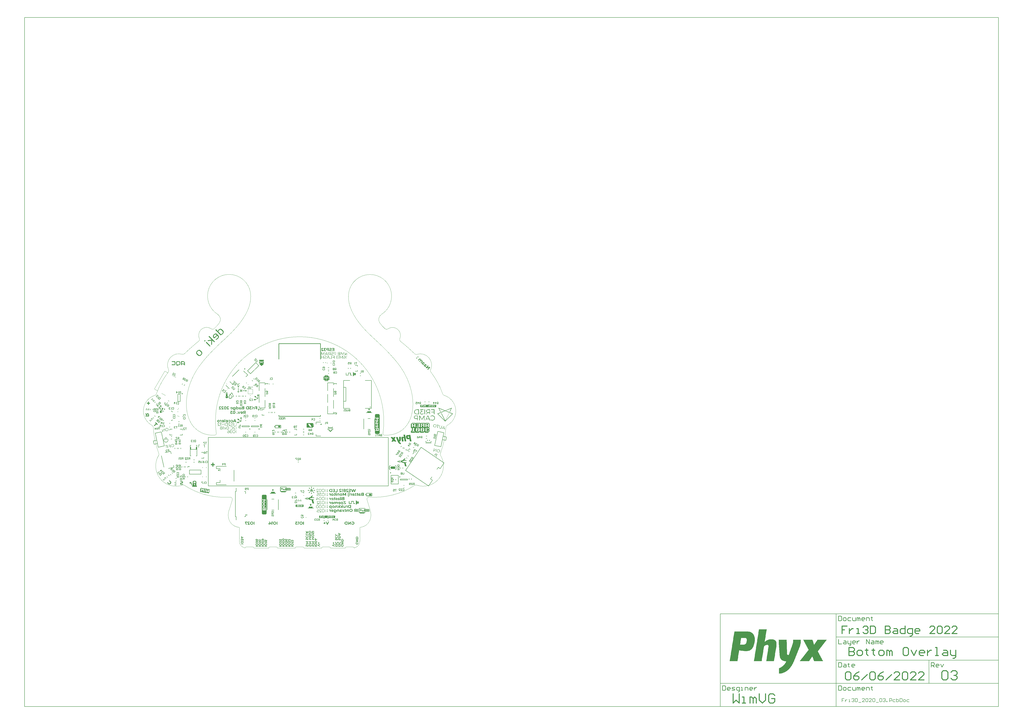
<source format=gbo>
G04*
G04 #@! TF.GenerationSoftware,Altium Limited,Altium Designer,22.6.0 (29)*
G04*
G04 Layer_Color=32896*
%FSLAX25Y25*%
%MOIN*%
G70*
G04*
G04 #@! TF.SameCoordinates,2F1E6D50-AEE9-41E4-90EB-1875A1A680C2*
G04*
G04*
G04 #@! TF.FilePolarity,Positive*
G04*
G01*
G75*
%ADD10C,0.01181*%
%ADD11C,0.00787*%
%ADD12C,0.01575*%
%ADD13C,0.00591*%
%ADD14C,0.00394*%
%ADD15C,0.00984*%
%ADD38C,0.01968*%
%ADD198C,0.01000*%
%ADD199C,0.00600*%
%ADD200R,0.01772X0.04331*%
G36*
X-133920Y372065D02*
X-133839Y371983D01*
X-133757Y372064D01*
X-133677Y371982D01*
X-133595Y372062D01*
X-133514Y371980D01*
X-133432Y372061D01*
X-133352Y371979D01*
X-133270Y372059D01*
X-133189Y371977D01*
X-133109Y371896D01*
X-133028Y371814D01*
X-132946Y371894D01*
X-132866Y371812D01*
X-132785Y371730D01*
X-132705Y371648D01*
X-132623Y371729D01*
X-132542Y371647D01*
X-132460Y371727D01*
X-132380Y371645D01*
X-132462Y371565D01*
X-132381Y371483D01*
X-132299Y371564D01*
X-132219Y371482D01*
X-132301Y371401D01*
X-132220Y371319D01*
X-132138Y371400D01*
X-132058Y371318D01*
X-132140Y371237D01*
X-132059Y371155D01*
X-131977Y371236D01*
X-131897Y371154D01*
X-131979Y371073D01*
X-131898Y370991D01*
X-131816Y371072D01*
X-131736Y370990D01*
X-131655Y370908D01*
X-131575Y370826D01*
X-131494Y370744D01*
X-131413Y370662D01*
X-131333Y370580D01*
X-131253Y370498D01*
X-131172Y370416D01*
X-131091Y370335D01*
X-131011Y370252D01*
X-130930Y370171D01*
X-130850Y370089D01*
X-130769Y370007D01*
X-130689Y369925D01*
X-130608Y369843D01*
X-130528Y369761D01*
X-130447Y369679D01*
X-130367Y369597D01*
X-130286Y369515D01*
X-130368Y369435D01*
X-130288Y369353D01*
X-130206Y369433D01*
X-130125Y369351D01*
X-130045Y369269D01*
X-129964Y369187D01*
X-130046Y369107D01*
X-129966Y369025D01*
X-129884Y369105D01*
X-129803Y369023D01*
X-129723Y368941D01*
X-129642Y368860D01*
X-129724Y368779D01*
X-129643Y368697D01*
X-129561Y368778D01*
X-129481Y368696D01*
X-129563Y368615D01*
X-129482Y368533D01*
X-129401Y368614D01*
X-129320Y368532D01*
X-129402Y368451D01*
X-129321Y368369D01*
X-129239Y368450D01*
X-129159Y368368D01*
X-129241Y368287D01*
X-129160Y368205D01*
X-129242Y368125D01*
X-129162Y368043D01*
X-129081Y367961D01*
X-129001Y367879D01*
X-129083Y367799D01*
X-129002Y367717D01*
X-128922Y367635D01*
X-129086Y367474D01*
X-129005Y367392D01*
X-128923Y367472D01*
X-128842Y367390D01*
X-128925Y367310D01*
X-128844Y367228D01*
X-128926Y367147D01*
X-128845Y367065D01*
X-128927Y366985D01*
X-128847Y366903D01*
X-128929Y366822D01*
X-128848Y366740D01*
X-128930Y366660D01*
X-128850Y366578D01*
X-128931Y366497D01*
X-128851Y366416D01*
X-128933Y366335D01*
X-128852Y366253D01*
X-128934Y366173D01*
X-128854Y366091D01*
X-129100Y365849D01*
X-129019Y365767D01*
X-129101Y365687D01*
X-129021Y365605D01*
X-129266Y365363D01*
X-129186Y365281D01*
X-129268Y365201D01*
X-129187Y365119D01*
X-129433Y364877D01*
X-129353Y364795D01*
X-129598Y364554D01*
X-129518Y364472D01*
X-129600Y364391D01*
X-129680Y364473D01*
X-129762Y364393D01*
X-129682Y364311D01*
X-130583Y363425D01*
X-130503Y363343D01*
X-130585Y363263D01*
X-130665Y363344D01*
X-131566Y362459D01*
X-131647Y362541D01*
X-131729Y362460D01*
X-131648Y362378D01*
X-131730Y362298D01*
X-131811Y362380D01*
X-131893Y362299D01*
X-131812Y362217D01*
X-131894Y362137D01*
X-131975Y362219D01*
X-132220Y361977D01*
X-132301Y362059D01*
X-132711Y361656D01*
X-132791Y361738D01*
X-132873Y361658D01*
X-132793Y361576D01*
X-132875Y361495D01*
X-132955Y361577D01*
X-133201Y361336D01*
X-133281Y361418D01*
X-133527Y361176D01*
X-133608Y361258D01*
X-133690Y361177D01*
X-133770Y361259D01*
X-133852Y361179D01*
X-133933Y361261D01*
X-134015Y361180D01*
X-134095Y361262D01*
X-134177Y361182D01*
X-134258Y361264D01*
X-134338Y361346D01*
X-134419Y361428D01*
X-134501Y361347D01*
X-134581Y361429D01*
X-134499Y361509D01*
X-134580Y361591D01*
X-134660Y361673D01*
X-134741Y361755D01*
X-134823Y361675D01*
X-134903Y361757D01*
X-134821Y361837D01*
X-134902Y361919D01*
X-134982Y362001D01*
X-135063Y362083D01*
X-135145Y362002D01*
X-135225Y362084D01*
X-135143Y362165D01*
X-135224Y362247D01*
X-135304Y362329D01*
X-135385Y362411D01*
X-135467Y362330D01*
X-135547Y362412D01*
X-135465Y362493D01*
X-135546Y362575D01*
X-135626Y362657D01*
X-135707Y362739D01*
X-135789Y362658D01*
X-135869Y362740D01*
X-135787Y362821D01*
X-135868Y362902D01*
X-135949Y362984D01*
X-136029Y363066D01*
X-136111Y362986D01*
X-136191Y363068D01*
X-136109Y363148D01*
X-136190Y363230D01*
X-136271Y363312D01*
X-136351Y363394D01*
X-136433Y363314D01*
X-136514Y363396D01*
X-136432Y363476D01*
X-136512Y363558D01*
X-136593Y363640D01*
X-136673Y363722D01*
X-136755Y363641D01*
X-136836Y363723D01*
X-136754Y363804D01*
X-136834Y363886D01*
X-136915Y363968D01*
X-136995Y364050D01*
X-137077Y363969D01*
X-137158Y364051D01*
X-137076Y364131D01*
X-137156Y364213D01*
X-137237Y364295D01*
X-137317Y364377D01*
X-137399Y364297D01*
X-137480Y364379D01*
X-137398Y364459D01*
X-137478Y364541D01*
X-137559Y364623D01*
X-137639Y364705D01*
X-137721Y364625D01*
X-137802Y364706D01*
X-137720Y364787D01*
X-137801Y364869D01*
X-137881Y364951D01*
X-137961Y365033D01*
X-138043Y364952D01*
X-138124Y365034D01*
X-138042Y365115D01*
X-138123Y365197D01*
X-138203Y365279D01*
X-138284Y365361D01*
X-138366Y365280D01*
X-138446Y365362D01*
X-138364Y365442D01*
X-138445Y365525D01*
X-138525Y365606D01*
X-138606Y365688D01*
X-138688Y365608D01*
X-138768Y365690D01*
X-138686Y365770D01*
X-138767Y365852D01*
X-138847Y365934D01*
X-138928Y366016D01*
X-139010Y365936D01*
X-139090Y366018D01*
X-139008Y366098D01*
X-139089Y366180D01*
X-139169Y366262D01*
X-139250Y366344D01*
X-139332Y366263D01*
X-139412Y366345D01*
X-139330Y366426D01*
X-139411Y366508D01*
X-139491Y366590D01*
X-139572Y366672D01*
X-139654Y366591D01*
X-139734Y366673D01*
X-139653Y366754D01*
X-139733Y366835D01*
X-139813Y366917D01*
X-139894Y366999D01*
X-139976Y366919D01*
X-140057Y367001D01*
X-139975Y367081D01*
X-140055Y367163D01*
X-140136Y367245D01*
X-140216Y367327D01*
X-140298Y367247D01*
X-140379Y367329D01*
X-140297Y367409D01*
X-140377Y367491D01*
X-140458Y367573D01*
X-140538Y367655D01*
X-140620Y367574D01*
X-140701Y367656D01*
X-140619Y367737D01*
X-140699Y367819D01*
X-140780Y367901D01*
X-140860Y367983D01*
X-140942Y367902D01*
X-141023Y367984D01*
X-140941Y368065D01*
X-141021Y368146D01*
X-141102Y368228D01*
X-141182Y368310D01*
X-141264Y368230D01*
X-141345Y368312D01*
X-141263Y368392D01*
X-141343Y368474D01*
X-141424Y368556D01*
X-141504Y368638D01*
X-141586Y368558D01*
X-141667Y368640D01*
X-141585Y368720D01*
X-141665Y368802D01*
X-141746Y368884D01*
X-141826Y368966D01*
X-141909Y368885D01*
X-141989Y368967D01*
X-141907Y369048D01*
X-141988Y369130D01*
X-142068Y369212D01*
X-142149Y369294D01*
X-142231Y369213D01*
X-142311Y369295D01*
X-142229Y369376D01*
X-142310Y369458D01*
X-142390Y369539D01*
X-142471Y369621D01*
X-142553Y369541D01*
X-142633Y369623D01*
X-142551Y369703D01*
X-142632Y369785D01*
X-142712Y369867D01*
X-142793Y369949D01*
X-142711Y370030D01*
X-142791Y370112D01*
X-142872Y370194D01*
X-142708Y370355D01*
X-142789Y370437D01*
X-142707Y370517D01*
X-142787Y370599D01*
X-142377Y371002D01*
X-142297Y370920D01*
X-142215Y371000D01*
X-142296Y371082D01*
X-142213Y371163D01*
X-142133Y371081D01*
X-142052Y370999D01*
X-141889Y371160D01*
X-141808Y371078D01*
X-141728Y370996D01*
X-141647Y370914D01*
X-141565Y370994D01*
X-141485Y370913D01*
X-141567Y370832D01*
X-141486Y370750D01*
X-141404Y370831D01*
X-141324Y370749D01*
X-141243Y370667D01*
X-141163Y370585D01*
X-141244Y370504D01*
X-141164Y370422D01*
X-141082Y370503D01*
X-141001Y370421D01*
X-140921Y370339D01*
X-140840Y370257D01*
X-140760Y370175D01*
X-140679Y370093D01*
X-140599Y370011D01*
X-140518Y369929D01*
X-140438Y369847D01*
X-140357Y369765D01*
X-140277Y369684D01*
X-140196Y369602D01*
X-140116Y369520D01*
X-140035Y369438D01*
X-139955Y369356D01*
X-139874Y369274D01*
X-139794Y369192D01*
X-139713Y369110D01*
X-139633Y369028D01*
X-139552Y368946D01*
X-139472Y368864D01*
X-139391Y368782D01*
X-139311Y368700D01*
X-139230Y368618D01*
X-139149Y368536D01*
X-139069Y368454D01*
X-138988Y368373D01*
X-138908Y368290D01*
X-138826Y368371D01*
X-138907Y368453D01*
X-138825Y368533D01*
X-138744Y368452D01*
X-138662Y368532D01*
X-138743Y368614D01*
X-138661Y368695D01*
X-138741Y368776D01*
X-138495Y369018D01*
X-138576Y369100D01*
X-138494Y369180D01*
X-138414Y369099D01*
X-138331Y369179D01*
X-138412Y369261D01*
X-138330Y369342D01*
X-138411Y369424D01*
X-138329Y369504D01*
X-138248Y369422D01*
X-138166Y369503D01*
X-138247Y369585D01*
X-137837Y369987D01*
X-137918Y370069D01*
X-137836Y370150D01*
X-137755Y370068D01*
X-137673Y370148D01*
X-137754Y370230D01*
X-137672Y370311D01*
X-137591Y370229D01*
X-137509Y370309D01*
X-137590Y370391D01*
X-137508Y370472D01*
X-137427Y370390D01*
X-137345Y370470D01*
X-137426Y370552D01*
X-137344Y370633D01*
X-137264Y370551D01*
X-137181Y370631D01*
X-137262Y370713D01*
X-137180Y370794D01*
X-137100Y370712D01*
X-137018Y370792D01*
X-137098Y370874D01*
X-137016Y370955D01*
X-136936Y370873D01*
X-136854Y370953D01*
X-136934Y371035D01*
X-136852Y371116D01*
X-136772Y371034D01*
X-136362Y371437D01*
X-136282Y371355D01*
X-136036Y371596D01*
X-135955Y371514D01*
X-135710Y371756D01*
X-135629Y371674D01*
X-135547Y371754D01*
X-135627Y371836D01*
X-135546Y371917D01*
X-135465Y371835D01*
X-135383Y371915D01*
X-135303Y371833D01*
X-135057Y372075D01*
X-134976Y371993D01*
X-134894Y372074D01*
X-134814Y371992D01*
X-134732Y372072D01*
X-134651Y371990D01*
X-134569Y372071D01*
X-134489Y371989D01*
X-134407Y372069D01*
X-134326Y371987D01*
X-134245Y372068D01*
X-134164Y371986D01*
X-134000Y372147D01*
X-133920Y372065D01*
D02*
G37*
G36*
X-143170Y363941D02*
X-143088Y364021D01*
X-143008Y363940D01*
X-142926Y364020D01*
X-142845Y363938D01*
X-142763Y364019D01*
X-142683Y363937D01*
X-142601Y364017D01*
X-142520Y363935D01*
X-142438Y364016D01*
X-142358Y363934D01*
X-142276Y364014D01*
X-142195Y363932D01*
X-142113Y364013D01*
X-142033Y363931D01*
X-141951Y364012D01*
X-141870Y363930D01*
X-141789Y364010D01*
X-141708Y363928D01*
X-141626Y364009D01*
X-141546Y363927D01*
X-141465Y363845D01*
X-141383Y363925D01*
X-141303Y363843D01*
X-141222Y363761D01*
X-141140Y363842D01*
X-141060Y363760D01*
X-140979Y363678D01*
X-140899Y363596D01*
X-140817Y363677D01*
X-140736Y363595D01*
X-140654Y363675D01*
X-140574Y363593D01*
X-140656Y363513D01*
X-140575Y363431D01*
X-140493Y363511D01*
X-140413Y363429D01*
X-140495Y363349D01*
X-140414Y363267D01*
X-140332Y363348D01*
X-140252Y363266D01*
X-140171Y363184D01*
X-140091Y363102D01*
X-140010Y363020D01*
X-139929Y362938D01*
X-139849Y362856D01*
X-139769Y362774D01*
X-139688Y362692D01*
X-139607Y362610D01*
X-139527Y362528D01*
X-139446Y362446D01*
X-139366Y362364D01*
X-139285Y362282D01*
X-139205Y362200D01*
X-139124Y362119D01*
X-139044Y362036D01*
X-138963Y361955D01*
X-138883Y361873D01*
X-138802Y361791D01*
X-138722Y361709D01*
X-138641Y361627D01*
X-138561Y361545D01*
X-138480Y361463D01*
X-138400Y361381D01*
X-138319Y361299D01*
X-138239Y361217D01*
X-138158Y361135D01*
X-138077Y361053D01*
X-137997Y360971D01*
X-137917Y360889D01*
X-137836Y360807D01*
X-137918Y360727D01*
X-137837Y360645D01*
X-137755Y360725D01*
X-137675Y360644D01*
X-137757Y360563D01*
X-137676Y360481D01*
X-137594Y360562D01*
X-137514Y360480D01*
X-137596Y360399D01*
X-137515Y360317D01*
X-137435Y360235D01*
X-137354Y360153D01*
X-137436Y360073D01*
X-137356Y359991D01*
X-137275Y359909D01*
X-137195Y359827D01*
X-137276Y359747D01*
X-137196Y359665D01*
X-137116Y359583D01*
X-137279Y359422D01*
X-137199Y359340D01*
X-137117Y359420D01*
X-137036Y359338D01*
X-137118Y359258D01*
X-137038Y359176D01*
X-137120Y359095D01*
X-137039Y359013D01*
X-137121Y358933D01*
X-137041Y358851D01*
X-137123Y358770D01*
X-137042Y358688D01*
X-137124Y358608D01*
X-137043Y358526D01*
X-137125Y358445D01*
X-137045Y358364D01*
X-137127Y358283D01*
X-137046Y358201D01*
X-137128Y358120D01*
X-137048Y358039D01*
X-137294Y357797D01*
X-137213Y357715D01*
X-137295Y357634D01*
X-137215Y357553D01*
X-137460Y357311D01*
X-137380Y357229D01*
X-137462Y357149D01*
X-137381Y357067D01*
X-137791Y356664D01*
X-137710Y356582D01*
X-137792Y356502D01*
X-137712Y356420D01*
X-137794Y356339D01*
X-137874Y356421D01*
X-137956Y356341D01*
X-137876Y356259D01*
X-137958Y356178D01*
X-138038Y356260D01*
X-138120Y356179D01*
X-138040Y356098D01*
X-139596Y354568D01*
X-139677Y354650D01*
X-139759Y354569D01*
X-139678Y354487D01*
X-139760Y354407D01*
X-139841Y354488D01*
X-140087Y354247D01*
X-140167Y354329D01*
X-140249Y354248D01*
X-140168Y354167D01*
X-140251Y354086D01*
X-140331Y354168D01*
X-140577Y353926D01*
X-140657Y354008D01*
X-140739Y353928D01*
X-140659Y353846D01*
X-140741Y353765D01*
X-140821Y353847D01*
X-140903Y353767D01*
X-140984Y353849D01*
X-141066Y353768D01*
X-140985Y353686D01*
X-141067Y353606D01*
X-141147Y353688D01*
X-141393Y353446D01*
X-141474Y353528D01*
X-141556Y353448D01*
X-141636Y353529D01*
X-141800Y353368D01*
X-141881Y353450D01*
X-141961Y353532D01*
X-142043Y353452D01*
X-142124Y353534D01*
X-142204Y353616D01*
X-142285Y353697D01*
X-142203Y353778D01*
X-142283Y353860D01*
X-142365Y353780D01*
X-142446Y353861D01*
X-142364Y353942D01*
X-142444Y354024D01*
X-142362Y354104D01*
X-142443Y354186D01*
X-142361Y354267D01*
X-142280Y354185D01*
X-142199Y354265D01*
X-142279Y354347D01*
X-141706Y354911D01*
X-141625Y354829D01*
X-141543Y354910D01*
X-141463Y354828D01*
X-141381Y354908D01*
X-141461Y354990D01*
X-141379Y355071D01*
X-141299Y354989D01*
X-141053Y355230D01*
X-140972Y355148D01*
X-140726Y355390D01*
X-140646Y355308D01*
X-140072Y355872D01*
X-139992Y355790D01*
X-139910Y355870D01*
X-139990Y355952D01*
X-139909Y356033D01*
X-139828Y355951D01*
X-139746Y356031D01*
X-139827Y356113D01*
X-139745Y356194D01*
X-139664Y356112D01*
X-139418Y356353D01*
X-139499Y356435D01*
X-139417Y356516D01*
X-139336Y356434D01*
X-139254Y356514D01*
X-139335Y356596D01*
X-139253Y356677D01*
X-139172Y356595D01*
X-139091Y356675D01*
X-139171Y356757D01*
X-139089Y356838D01*
X-139009Y356756D01*
X-138927Y356836D01*
X-139007Y356918D01*
X-138761Y357160D01*
X-138842Y357242D01*
X-138596Y357483D01*
X-138677Y357565D01*
X-138595Y357646D01*
X-138675Y357728D01*
X-138593Y357808D01*
X-138674Y357890D01*
X-138428Y358132D01*
X-138508Y358214D01*
X-138426Y358294D01*
X-138507Y358376D01*
X-138425Y358457D01*
X-138506Y358539D01*
X-138586Y358621D01*
X-138422Y358782D01*
X-138503Y358864D01*
X-138585Y358783D01*
X-138665Y358865D01*
X-138583Y358946D01*
X-138664Y359028D01*
X-138582Y359108D01*
X-138662Y359190D01*
X-138743Y359272D01*
X-138823Y359354D01*
X-138742Y359434D01*
X-138822Y359516D01*
X-138904Y359436D01*
X-138985Y359518D01*
X-138903Y359598D01*
X-138983Y359680D01*
X-139065Y359600D01*
X-139146Y359682D01*
X-139064Y359762D01*
X-139144Y359844D01*
X-139225Y359926D01*
X-139305Y360008D01*
X-139387Y359927D01*
X-139468Y360009D01*
X-139386Y360090D01*
X-139466Y360172D01*
X-139547Y360254D01*
X-139627Y360336D01*
X-139709Y360255D01*
X-139790Y360337D01*
X-139708Y360418D01*
X-139788Y360500D01*
X-139869Y360581D01*
X-140033Y360420D01*
X-140113Y360502D01*
X-140195Y360422D01*
X-140115Y360340D01*
X-140360Y360098D01*
X-140441Y360180D01*
X-140523Y360100D01*
X-140442Y360018D01*
X-140688Y359776D01*
X-140769Y359858D01*
X-140851Y359778D01*
X-140770Y359696D01*
X-141016Y359454D01*
X-141096Y359536D01*
X-141178Y359456D01*
X-141098Y359374D01*
X-141180Y359293D01*
X-141260Y359375D01*
X-141342Y359295D01*
X-141262Y359213D01*
X-141344Y359132D01*
X-141424Y359214D01*
X-141506Y359134D01*
X-141426Y359052D01*
X-141672Y358810D01*
X-141752Y358892D01*
X-141834Y358811D01*
X-141753Y358730D01*
X-141999Y358488D01*
X-142080Y358570D01*
X-142162Y358489D01*
X-142081Y358407D01*
X-142327Y358166D01*
X-142408Y358248D01*
X-142489Y358167D01*
X-142409Y358085D01*
X-142491Y358005D01*
X-142571Y358087D01*
X-142653Y358006D01*
X-142573Y357924D01*
X-142655Y357844D01*
X-142735Y357926D01*
X-142817Y357845D01*
X-142737Y357763D01*
X-142982Y357522D01*
X-143063Y357604D01*
X-143145Y357523D01*
X-143064Y357441D01*
X-143310Y357200D01*
X-143391Y357282D01*
X-143473Y357201D01*
X-143392Y357119D01*
X-143638Y356877D01*
X-143719Y356960D01*
X-143800Y356879D01*
X-143720Y356797D01*
X-143802Y356716D01*
X-143882Y356798D01*
X-143964Y356718D01*
X-143884Y356636D01*
X-143966Y356555D01*
X-144046Y356637D01*
X-144128Y356557D01*
X-144048Y356475D01*
X-144130Y356394D01*
X-144210Y356476D01*
X-144292Y356396D01*
X-144212Y356314D01*
X-144293Y356233D01*
X-144374Y356315D01*
X-144620Y356074D01*
X-144700Y356156D01*
X-144782Y356075D01*
X-144863Y356157D01*
X-145027Y355996D01*
X-145107Y356078D01*
X-145188Y356160D01*
X-145270Y356079D01*
X-145350Y356161D01*
X-145431Y356243D01*
X-145511Y356325D01*
X-145592Y356407D01*
X-145672Y356489D01*
X-145753Y356571D01*
X-145833Y356653D01*
X-145915Y356573D01*
X-145996Y356654D01*
X-145914Y356735D01*
X-145994Y356817D01*
X-146075Y356899D01*
X-146155Y356981D01*
X-146236Y357063D01*
X-146317Y357145D01*
X-146397Y357227D01*
X-146477Y357309D01*
X-146558Y357390D01*
X-146639Y357472D01*
X-146557Y357553D01*
X-146637Y357635D01*
X-146719Y357554D01*
X-146800Y357636D01*
X-146718Y357717D01*
X-146798Y357799D01*
X-146879Y357881D01*
X-146959Y357963D01*
X-146877Y358043D01*
X-146958Y358125D01*
X-146876Y358206D01*
X-146956Y358288D01*
X-147038Y358207D01*
X-147119Y358289D01*
X-147037Y358369D01*
X-147117Y358451D01*
X-147036Y358532D01*
X-147116Y358614D01*
X-147034Y358694D01*
X-147115Y358776D01*
X-147033Y358857D01*
X-147113Y358939D01*
X-147031Y359019D01*
X-147112Y359101D01*
X-147194Y359021D01*
X-147274Y359103D01*
X-147028Y359344D01*
X-147109Y359426D01*
X-147189Y359508D01*
X-147026Y359669D01*
X-147106Y359751D01*
X-147024Y359832D01*
X-147105Y359913D01*
X-147023Y359994D01*
X-147103Y360076D01*
X-147021Y360156D01*
X-147102Y360238D01*
X-146856Y360480D01*
X-146937Y360562D01*
X-146855Y360643D01*
X-146935Y360724D01*
X-146853Y360805D01*
X-146773Y360723D01*
X-146691Y360804D01*
X-146771Y360885D01*
X-146525Y361127D01*
X-146606Y361209D01*
X-146524Y361290D01*
X-146605Y361371D01*
X-146523Y361452D01*
X-146442Y361370D01*
X-146360Y361451D01*
X-146441Y361532D01*
X-145867Y362096D01*
X-145948Y362178D01*
X-145866Y362259D01*
X-145785Y362177D01*
X-145703Y362257D01*
X-145784Y362339D01*
X-145702Y362420D01*
X-145621Y362338D01*
X-145539Y362418D01*
X-145620Y362500D01*
X-145538Y362581D01*
X-145457Y362499D01*
X-145375Y362579D01*
X-145456Y362661D01*
X-145374Y362742D01*
X-145293Y362660D01*
X-145212Y362740D01*
X-145292Y362822D01*
X-145210Y362903D01*
X-145130Y362821D01*
X-144556Y363384D01*
X-144475Y363302D01*
X-144230Y363544D01*
X-144149Y363462D01*
X-143903Y363704D01*
X-143823Y363622D01*
X-143577Y363863D01*
X-143497Y363781D01*
X-143251Y364023D01*
X-143170Y363941D01*
D02*
G37*
G36*
X-153604Y359808D02*
X-153523Y359888D01*
X-153442Y359806D01*
X-153360Y359887D01*
X-153279Y359805D01*
X-153199Y359723D01*
X-153117Y359804D01*
X-153036Y359722D01*
X-152956Y359640D01*
X-152875Y359558D01*
X-152795Y359476D01*
X-152715Y359394D01*
X-152634Y359312D01*
X-152553Y359230D01*
X-152473Y359148D01*
X-152392Y359066D01*
X-152312Y358984D01*
X-152231Y358902D01*
X-152151Y358820D01*
X-152070Y358738D01*
X-151990Y358656D01*
X-151909Y358574D01*
X-151829Y358492D01*
X-151748Y358411D01*
X-151668Y358329D01*
X-151587Y358247D01*
X-151507Y358165D01*
X-151426Y358083D01*
X-151346Y358001D01*
X-151265Y357919D01*
X-151185Y357837D01*
X-151104Y357755D01*
X-151023Y357673D01*
X-150943Y357591D01*
X-150863Y357509D01*
X-150782Y357427D01*
X-150701Y357345D01*
X-150621Y357263D01*
X-150540Y357182D01*
X-150460Y357100D01*
X-150379Y357018D01*
X-150299Y356936D01*
X-150218Y356854D01*
X-150138Y356772D01*
X-150057Y356690D01*
X-149977Y356608D01*
X-149896Y356526D01*
X-149816Y356444D01*
X-149735Y356362D01*
X-149655Y356280D01*
X-149574Y356198D01*
X-149494Y356116D01*
X-149413Y356034D01*
X-149333Y355952D01*
X-149252Y355870D01*
X-149171Y355788D01*
X-149091Y355707D01*
X-149011Y355625D01*
X-148930Y355543D01*
X-148849Y355461D01*
X-148769Y355379D01*
X-148688Y355297D01*
X-148608Y355215D01*
X-148527Y355133D01*
X-148447Y355051D01*
X-148366Y354969D01*
X-148286Y354887D01*
X-148205Y354805D01*
X-148125Y354723D01*
X-148044Y354641D01*
X-147964Y354559D01*
X-147883Y354478D01*
X-147803Y354396D01*
X-147722Y354314D01*
X-147642Y354232D01*
X-147561Y354150D01*
X-147481Y354068D01*
X-147400Y353986D01*
X-147320Y353904D01*
X-147239Y353822D01*
X-147159Y353740D01*
X-147078Y353658D01*
X-146997Y353576D01*
X-146917Y353494D01*
X-146836Y353412D01*
X-146756Y353330D01*
X-146675Y353248D01*
X-146595Y353167D01*
X-146514Y353084D01*
X-146434Y353003D01*
X-146353Y352921D01*
X-146273Y352839D01*
X-146192Y352757D01*
X-146112Y352675D01*
X-146031Y352593D01*
X-145951Y352511D01*
X-145870Y352429D01*
X-145790Y352347D01*
X-145709Y352265D01*
X-145629Y352183D01*
X-145548Y352101D01*
X-145468Y352019D01*
X-145387Y351937D01*
X-145307Y351855D01*
X-145226Y351774D01*
X-145145Y351692D01*
X-145065Y351610D01*
X-144984Y351528D01*
X-144904Y351446D01*
X-144823Y351364D01*
X-144743Y351282D01*
X-144662Y351200D01*
X-144582Y351118D01*
X-144501Y351036D01*
X-144421Y350954D01*
X-144340Y350872D01*
X-144260Y350790D01*
X-144179Y350708D01*
X-144099Y350626D01*
X-144181Y350546D01*
X-144100Y350464D01*
X-144182Y350383D01*
X-144102Y350302D01*
X-144184Y350221D01*
X-144103Y350139D01*
X-144349Y349897D01*
X-144268Y349816D01*
X-144350Y349735D01*
X-144431Y349817D01*
X-144758Y349495D01*
X-144839Y349577D01*
X-144921Y349496D01*
X-145001Y349578D01*
X-145165Y349417D01*
X-145246Y349499D01*
X-145164Y349580D01*
X-145245Y349661D01*
X-145326Y349581D01*
X-145407Y349663D01*
X-145487Y349745D01*
X-145568Y349827D01*
X-145649Y349909D01*
X-145729Y349991D01*
X-145809Y350073D01*
X-145890Y350155D01*
X-145971Y350237D01*
X-146051Y350319D01*
X-146132Y350400D01*
X-146212Y350482D01*
X-146293Y350564D01*
X-146373Y350646D01*
X-146454Y350728D01*
X-146534Y350810D01*
X-146615Y350892D01*
X-146695Y350974D01*
X-146776Y351056D01*
X-146856Y351138D01*
X-146937Y351220D01*
X-147017Y351302D01*
X-147098Y351384D01*
X-147178Y351466D01*
X-147259Y351548D01*
X-147339Y351629D01*
X-147420Y351711D01*
X-147500Y351793D01*
X-147581Y351875D01*
X-147661Y351957D01*
X-147742Y352039D01*
X-147822Y352121D01*
X-147903Y352203D01*
X-147984Y352285D01*
X-148064Y352367D01*
X-148145Y352449D01*
X-148225Y352531D01*
X-148306Y352613D01*
X-148388Y352532D01*
X-148307Y352450D01*
X-148389Y352370D01*
X-148309Y352288D01*
X-148390Y352207D01*
X-148310Y352125D01*
X-148392Y352045D01*
X-148311Y351963D01*
X-148393Y351882D01*
X-148313Y351800D01*
X-148395Y351720D01*
X-148314Y351638D01*
X-148396Y351557D01*
X-148316Y351476D01*
X-148398Y351395D01*
X-148317Y351313D01*
X-148399Y351233D01*
X-148318Y351151D01*
X-148482Y350990D01*
X-148402Y350908D01*
X-148321Y350826D01*
X-148485Y350665D01*
X-148405Y350583D01*
X-148487Y350502D01*
X-148406Y350420D01*
X-148570Y350259D01*
X-148489Y350177D01*
X-148409Y350095D01*
X-148573Y349934D01*
X-148492Y349852D01*
X-148574Y349772D01*
X-148494Y349690D01*
X-148576Y349609D01*
X-148495Y349527D01*
X-148577Y349447D01*
X-148496Y349365D01*
X-148578Y349285D01*
X-148498Y349202D01*
X-148580Y349122D01*
X-148499Y349040D01*
X-148581Y348959D01*
X-148501Y348878D01*
X-148583Y348797D01*
X-148502Y348715D01*
X-148584Y348635D01*
X-148504Y348553D01*
X-148585Y348472D01*
X-148505Y348390D01*
X-148587Y348310D01*
X-148506Y348228D01*
X-148588Y348147D01*
X-148508Y348065D01*
X-148590Y347985D01*
X-148509Y347903D01*
X-148591Y347822D01*
X-148511Y347740D01*
X-148674Y347579D01*
X-148594Y347497D01*
X-148513Y347415D01*
X-148759Y347174D01*
X-148679Y347092D01*
X-148598Y347010D01*
X-148762Y346849D01*
X-148682Y346767D01*
X-148601Y346685D01*
X-148765Y346524D01*
X-148685Y346442D01*
X-148766Y346362D01*
X-148686Y346280D01*
X-148768Y346199D01*
X-148687Y346117D01*
X-148769Y346037D01*
X-148689Y345955D01*
X-148771Y345874D01*
X-148690Y345792D01*
X-148772Y345712D01*
X-148692Y345630D01*
X-149429Y344905D01*
X-149510Y344987D01*
X-149592Y344907D01*
X-149672Y344988D01*
X-149754Y344908D01*
X-149834Y344990D01*
X-149752Y345070D01*
X-149833Y345152D01*
X-149915Y345072D01*
X-149996Y345154D01*
X-150076Y345236D01*
X-150156Y345318D01*
X-150075Y345398D01*
X-150155Y345480D01*
X-150073Y345561D01*
X-150154Y345643D01*
X-150072Y345723D01*
X-150152Y345805D01*
X-150070Y345886D01*
X-150151Y345968D01*
X-150069Y346048D01*
X-150150Y346130D01*
X-150067Y346211D01*
X-150148Y346292D01*
X-150066Y346373D01*
X-150147Y346455D01*
X-150065Y346535D01*
X-150145Y346617D01*
X-150063Y346698D01*
X-150144Y346780D01*
X-150062Y346860D01*
X-150142Y346942D01*
X-150060Y347023D01*
X-150141Y347105D01*
X-150059Y347185D01*
X-150139Y347267D01*
X-149976Y347428D01*
X-150056Y347510D01*
X-150137Y347592D01*
X-149891Y347834D01*
X-149971Y347916D01*
X-150052Y347997D01*
X-149888Y348159D01*
X-149969Y348240D01*
X-150049Y348322D01*
X-149885Y348483D01*
X-149966Y348566D01*
X-149884Y348646D01*
X-149964Y348728D01*
X-149882Y348808D01*
X-149963Y348890D01*
X-149881Y348971D01*
X-149961Y349053D01*
X-149880Y349133D01*
X-149960Y349215D01*
X-149878Y349296D01*
X-149959Y349378D01*
X-149877Y349458D01*
X-149957Y349540D01*
X-149875Y349621D01*
X-149956Y349703D01*
X-149874Y349783D01*
X-149954Y349865D01*
X-149873Y349946D01*
X-149953Y350028D01*
X-149789Y350189D01*
X-149870Y350271D01*
X-149950Y350353D01*
X-149786Y350514D01*
X-149867Y350595D01*
X-149947Y350677D01*
X-149701Y350919D01*
X-149782Y351001D01*
X-149700Y351081D01*
X-149780Y351163D01*
X-149699Y351244D01*
X-149779Y351326D01*
X-149697Y351406D01*
X-149778Y351488D01*
X-149696Y351569D01*
X-149776Y351651D01*
X-149694Y351731D01*
X-149775Y351813D01*
X-149693Y351894D01*
X-149774Y351976D01*
X-149691Y352056D01*
X-149772Y352138D01*
X-149690Y352219D01*
X-149771Y352301D01*
X-150016Y352059D01*
X-150097Y352141D01*
X-150179Y352061D01*
X-150259Y352142D01*
X-150341Y352062D01*
X-150422Y352144D01*
X-150504Y352063D01*
X-150584Y352145D01*
X-150830Y351904D01*
X-150911Y351986D01*
X-150991Y352067D01*
X-151155Y351906D01*
X-151236Y351989D01*
X-151318Y351908D01*
X-151398Y351990D01*
X-151480Y351909D01*
X-151561Y351991D01*
X-151724Y351830D01*
X-151805Y351912D01*
X-151969Y351751D01*
X-152049Y351833D01*
X-152131Y351753D01*
X-152212Y351835D01*
X-152294Y351754D01*
X-152374Y351836D01*
X-152456Y351755D01*
X-152537Y351837D01*
X-152782Y351596D01*
X-152863Y351678D01*
X-152945Y351597D01*
X-153025Y351679D01*
X-153107Y351599D01*
X-153188Y351680D01*
X-153270Y351600D01*
X-153350Y351682D01*
X-153514Y351521D01*
X-153595Y351603D01*
X-153759Y351442D01*
X-153839Y351524D01*
X-153921Y351443D01*
X-154002Y351525D01*
X-154084Y351445D01*
X-154164Y351527D01*
X-154246Y351446D01*
X-154327Y351528D01*
X-154409Y351448D01*
X-154328Y351365D01*
X-154410Y351285D01*
X-154490Y351367D01*
X-154409Y351448D01*
X-154489Y351529D01*
X-154735Y351288D01*
X-154815Y351370D01*
X-154897Y351289D01*
X-154978Y351371D01*
X-155060Y351291D01*
X-155140Y351373D01*
X-155222Y351292D01*
X-155303Y351374D01*
X-155467Y351213D01*
X-155547Y351295D01*
X-155628Y351377D01*
X-155710Y351296D01*
X-155790Y351378D01*
X-155872Y351298D01*
X-155953Y351380D01*
X-155871Y351460D01*
X-155951Y351542D01*
X-156033Y351462D01*
X-156114Y351544D01*
X-156032Y351624D01*
X-156112Y351706D01*
X-156030Y351787D01*
X-156111Y351869D01*
X-156029Y351949D01*
X-156109Y352031D01*
X-155864Y352273D01*
X-155944Y352354D01*
X-155862Y352435D01*
X-155782Y352353D01*
X-155700Y352434D01*
X-155780Y352516D01*
X-155698Y352596D01*
X-155618Y352514D01*
X-155372Y352756D01*
X-155291Y352674D01*
X-155210Y352754D01*
X-155129Y352672D01*
X-155047Y352753D01*
X-154966Y352671D01*
X-154885Y352751D01*
X-154804Y352670D01*
X-154558Y352911D01*
X-154478Y352829D01*
X-154396Y352910D01*
X-154315Y352828D01*
X-154233Y352908D01*
X-154153Y352826D01*
X-154071Y352907D01*
X-153990Y352825D01*
X-153744Y353066D01*
X-153664Y352984D01*
X-153584Y352903D01*
X-153420Y353064D01*
X-153339Y352982D01*
X-153257Y353062D01*
X-153177Y352980D01*
X-153095Y353061D01*
X-153014Y352979D01*
X-152932Y353059D01*
X-152852Y352977D01*
X-152606Y353219D01*
X-152525Y353137D01*
X-152443Y353218D01*
X-152363Y353136D01*
X-152281Y353216D01*
X-152200Y353134D01*
X-152119Y353215D01*
X-152038Y353133D01*
X-151792Y353374D01*
X-151712Y353292D01*
X-151631Y353210D01*
X-151467Y353372D01*
X-151387Y353290D01*
X-151305Y353370D01*
X-151224Y353288D01*
X-151142Y353369D01*
X-151062Y353287D01*
X-150980Y353367D01*
X-150899Y353285D01*
X-150735Y353446D01*
X-150655Y353364D01*
X-150491Y353525D01*
X-150410Y353444D01*
X-150329Y353524D01*
X-150248Y353442D01*
X-150166Y353523D01*
X-150086Y353441D01*
X-150004Y353521D01*
X-149923Y353439D01*
X-149841Y353520D01*
X-149761Y353438D01*
X-149515Y353679D01*
X-149434Y353597D01*
X-149352Y353678D01*
X-149433Y353760D01*
X-149513Y353842D01*
X-149594Y353924D01*
X-149674Y354006D01*
X-149755Y354088D01*
X-149836Y354170D01*
X-149916Y354252D01*
X-149997Y354333D01*
X-150077Y354415D01*
X-150158Y354497D01*
X-150238Y354579D01*
X-150319Y354661D01*
X-150399Y354743D01*
X-150480Y354825D01*
X-150560Y354907D01*
X-150641Y354989D01*
X-150721Y355071D01*
X-150802Y355153D01*
X-150882Y355235D01*
X-150963Y355317D01*
X-151043Y355399D01*
X-151124Y355481D01*
X-151204Y355563D01*
X-151285Y355644D01*
X-151365Y355726D01*
X-151446Y355808D01*
X-151526Y355890D01*
X-151607Y355972D01*
X-151688Y356054D01*
X-151768Y356136D01*
X-151849Y356218D01*
X-151929Y356300D01*
X-152010Y356382D01*
X-152090Y356464D01*
X-152171Y356546D01*
X-152251Y356628D01*
X-152332Y356710D01*
X-152412Y356792D01*
X-152493Y356874D01*
X-152573Y356956D01*
X-152654Y357037D01*
X-152734Y357119D01*
X-152815Y357201D01*
X-152895Y357283D01*
X-152976Y357365D01*
X-153056Y357447D01*
X-153137Y357529D01*
X-153217Y357611D01*
X-153298Y357693D01*
X-153378Y357775D01*
X-153459Y357857D01*
X-153540Y357939D01*
X-153620Y358021D01*
X-153701Y358103D01*
X-153781Y358185D01*
X-153862Y358266D01*
X-153942Y358348D01*
X-154023Y358430D01*
X-154103Y358512D01*
X-154184Y358594D01*
X-154264Y358676D01*
X-154182Y358757D01*
X-154263Y358839D01*
X-154181Y358919D01*
X-154261Y359001D01*
X-154179Y359082D01*
X-154260Y359164D01*
X-154178Y359244D01*
X-154259Y359326D01*
X-153849Y359729D01*
X-153768Y359647D01*
X-153686Y359727D01*
X-153767Y359809D01*
X-153685Y359890D01*
X-153604Y359808D01*
D02*
G37*
G36*
X-160817Y352559D02*
X-160735Y352640D01*
X-160654Y352558D01*
X-160572Y352639D01*
X-160492Y352557D01*
X-160410Y352637D01*
X-160329Y352555D01*
X-160249Y352473D01*
X-160168Y352391D01*
X-160086Y352472D01*
X-160006Y352390D01*
X-160088Y352309D01*
X-160007Y352227D01*
X-159925Y352308D01*
X-159845Y352226D01*
X-159926Y352146D01*
X-159846Y352064D01*
X-159928Y351983D01*
X-159847Y351901D01*
X-159929Y351821D01*
X-159849Y351739D01*
X-159931Y351658D01*
X-159850Y351576D01*
X-159932Y351496D01*
X-159852Y351414D01*
X-160589Y350689D01*
X-160670Y350771D01*
X-160752Y350691D01*
X-160832Y350772D01*
X-160996Y350611D01*
X-161076Y350693D01*
X-161157Y350775D01*
X-161239Y350695D01*
X-161319Y350777D01*
X-161401Y350696D01*
X-161482Y350778D01*
X-161562Y350860D01*
X-161643Y350942D01*
X-161723Y351024D01*
X-161804Y351106D01*
X-161722Y351186D01*
X-161803Y351268D01*
X-161721Y351349D01*
X-161801Y351431D01*
X-161719Y351511D01*
X-161800Y351593D01*
X-161718Y351674D01*
X-161798Y351756D01*
X-161716Y351836D01*
X-161797Y351918D01*
X-161223Y352482D01*
X-161143Y352400D01*
X-160897Y352641D01*
X-160817Y352559D01*
D02*
G37*
G36*
X-158241Y349775D02*
X-158159Y349855D01*
X-158079Y349774D01*
X-157997Y349854D01*
X-157916Y349772D01*
X-157836Y349690D01*
X-157755Y349608D01*
X-157675Y349526D01*
X-157594Y349444D01*
X-157514Y349362D01*
X-157433Y349281D01*
X-157353Y349199D01*
X-157272Y349117D01*
X-157192Y349035D01*
X-157111Y348953D01*
X-157031Y348871D01*
X-156950Y348789D01*
X-156869Y348707D01*
X-156789Y348625D01*
X-156709Y348543D01*
X-156628Y348461D01*
X-156547Y348379D01*
X-156467Y348297D01*
X-156386Y348215D01*
X-156306Y348133D01*
X-156225Y348051D01*
X-156145Y347970D01*
X-156064Y347887D01*
X-155984Y347806D01*
X-155903Y347724D01*
X-155823Y347642D01*
X-155742Y347560D01*
X-155662Y347478D01*
X-155581Y347396D01*
X-155501Y347314D01*
X-155420Y347232D01*
X-155340Y347150D01*
X-155259Y347068D01*
X-155179Y346986D01*
X-155098Y346904D01*
X-155018Y346822D01*
X-154937Y346740D01*
X-154857Y346658D01*
X-154776Y346576D01*
X-154695Y346495D01*
X-154615Y346413D01*
X-154534Y346331D01*
X-154454Y346249D01*
X-154373Y346167D01*
X-154293Y346085D01*
X-154212Y346003D01*
X-154132Y345921D01*
X-154051Y345839D01*
X-153971Y345757D01*
X-153890Y345675D01*
X-153810Y345593D01*
X-153729Y345511D01*
X-153649Y345429D01*
X-153568Y345347D01*
X-153488Y345266D01*
X-153407Y345184D01*
X-153327Y345102D01*
X-153246Y345020D01*
X-153166Y344938D01*
X-153085Y344856D01*
X-153005Y344774D01*
X-152924Y344692D01*
X-152843Y344610D01*
X-152763Y344528D01*
X-152682Y344446D01*
X-152602Y344364D01*
X-152521Y344282D01*
X-152441Y344200D01*
X-152360Y344118D01*
X-152280Y344036D01*
X-152199Y343954D01*
X-152119Y343873D01*
X-152038Y343791D01*
X-151958Y343709D01*
X-151877Y343627D01*
X-151797Y343545D01*
X-151716Y343463D01*
X-151636Y343381D01*
X-151718Y343300D01*
X-151637Y343218D01*
X-151555Y343299D01*
X-151475Y343217D01*
X-151557Y343137D01*
X-151476Y343055D01*
X-151558Y342974D01*
X-151478Y342892D01*
X-152215Y342167D01*
X-152295Y342249D01*
X-152377Y342169D01*
X-152458Y342251D01*
X-152540Y342170D01*
X-152620Y342252D01*
X-152701Y342334D01*
X-152781Y342416D01*
X-152863Y342336D01*
X-152944Y342418D01*
X-153024Y342499D01*
X-153105Y342581D01*
X-153023Y342662D01*
X-153103Y342744D01*
X-153185Y342663D01*
X-153266Y342745D01*
X-153347Y342827D01*
X-153427Y342909D01*
X-153345Y342990D01*
X-153426Y343072D01*
X-153507Y342991D01*
X-153588Y343073D01*
X-153669Y343155D01*
X-153749Y343237D01*
X-153667Y343317D01*
X-153748Y343399D01*
X-153830Y343319D01*
X-153910Y343401D01*
X-153991Y343483D01*
X-154071Y343565D01*
X-153989Y343645D01*
X-154070Y343727D01*
X-154152Y343647D01*
X-154232Y343728D01*
X-154313Y343810D01*
X-154393Y343892D01*
X-154311Y343973D01*
X-154392Y344055D01*
X-154474Y343974D01*
X-154554Y344056D01*
X-154635Y344138D01*
X-154715Y344220D01*
X-154633Y344301D01*
X-154714Y344383D01*
X-154796Y344302D01*
X-154876Y344384D01*
X-154957Y344466D01*
X-155037Y344548D01*
X-154955Y344628D01*
X-155036Y344710D01*
X-155118Y344630D01*
X-155199Y344712D01*
X-155279Y344794D01*
X-155359Y344876D01*
X-155278Y344956D01*
X-155358Y345038D01*
X-155440Y344958D01*
X-155521Y345040D01*
X-155601Y345122D01*
X-155682Y345203D01*
X-155600Y345284D01*
X-155680Y345366D01*
X-155762Y345285D01*
X-155843Y345367D01*
X-155923Y345449D01*
X-156004Y345531D01*
X-155922Y345612D01*
X-156002Y345694D01*
X-156084Y345613D01*
X-156165Y345695D01*
X-156245Y345777D01*
X-156326Y345859D01*
X-156244Y345939D01*
X-156324Y346021D01*
X-156406Y345941D01*
X-156487Y346023D01*
X-156567Y346105D01*
X-156648Y346187D01*
X-156566Y346267D01*
X-156646Y346349D01*
X-156728Y346269D01*
X-156809Y346351D01*
X-156889Y346432D01*
X-156970Y346514D01*
X-156888Y346595D01*
X-156968Y346677D01*
X-157050Y346596D01*
X-157131Y346678D01*
X-157211Y346760D01*
X-157292Y346842D01*
X-157210Y346923D01*
X-157291Y347005D01*
X-157372Y346924D01*
X-157453Y347006D01*
X-157534Y347088D01*
X-157614Y347170D01*
X-157532Y347251D01*
X-157613Y347332D01*
X-157695Y347252D01*
X-157775Y347334D01*
X-157856Y347416D01*
X-157936Y347498D01*
X-157854Y347578D01*
X-157935Y347660D01*
X-158017Y347580D01*
X-158097Y347662D01*
X-158178Y347744D01*
X-158258Y347826D01*
X-158176Y347906D01*
X-158257Y347988D01*
X-158339Y347907D01*
X-158419Y347989D01*
X-158500Y348071D01*
X-158580Y348153D01*
X-158498Y348234D01*
X-158579Y348316D01*
X-158661Y348235D01*
X-158741Y348317D01*
X-158822Y348399D01*
X-158902Y348481D01*
X-158820Y348562D01*
X-158901Y348643D01*
X-158983Y348563D01*
X-159063Y348645D01*
X-158982Y348725D01*
X-159062Y348807D01*
X-158980Y348888D01*
X-159061Y348970D01*
X-158979Y349050D01*
X-159059Y349132D01*
X-158813Y349374D01*
X-158894Y349456D01*
X-158812Y349536D01*
X-158731Y349454D01*
X-158650Y349535D01*
X-158730Y349617D01*
X-158648Y349697D01*
X-158568Y349615D01*
X-158322Y349857D01*
X-158241Y349775D01*
D02*
G37*
G36*
X38959Y339382D02*
X39077Y339377D01*
X39191Y339364D01*
X39295Y339350D01*
X39400Y339332D01*
X39496Y339309D01*
X39586Y339286D01*
X39668Y339264D01*
X39746Y339241D01*
X39814Y339218D01*
X39869Y339200D01*
X39919Y339177D01*
X39960Y339163D01*
X39987Y339150D01*
X40005Y339145D01*
X40010Y339141D01*
X40105Y339091D01*
X40192Y339040D01*
X40274Y338986D01*
X40351Y338931D01*
X40424Y338877D01*
X40492Y338818D01*
X40551Y338763D01*
X40606Y338708D01*
X40651Y338658D01*
X40697Y338613D01*
X40733Y338572D01*
X40760Y338535D01*
X40783Y338504D01*
X40801Y338481D01*
X40810Y338467D01*
X40815Y338463D01*
X39973Y337921D01*
X39905Y338008D01*
X39828Y338085D01*
X39755Y338149D01*
X39687Y338203D01*
X39623Y338244D01*
X39577Y338272D01*
X39559Y338281D01*
X39546Y338290D01*
X39536Y338294D01*
X39532D01*
X39432Y338335D01*
X39327Y338367D01*
X39227Y338390D01*
X39136Y338408D01*
X39059Y338417D01*
X39022D01*
X38995Y338422D01*
X38940D01*
X38804Y338413D01*
X38681Y338394D01*
X38631Y338385D01*
X38581Y338372D01*
X38535Y338353D01*
X38499Y338340D01*
X38463Y338326D01*
X38431Y338308D01*
X38408Y338294D01*
X38385Y338285D01*
X38372Y338272D01*
X38358Y338267D01*
X38349Y338258D01*
X38313Y338226D01*
X38281Y338194D01*
X38231Y338117D01*
X38194Y338044D01*
X38171Y337967D01*
X38153Y337903D01*
X38149Y337848D01*
X38144Y337826D01*
Y337812D01*
Y337803D01*
Y337798D01*
X38149Y337721D01*
X38162Y337648D01*
X38181Y337575D01*
X38199Y337512D01*
X38217Y337457D01*
X38235Y337416D01*
X38249Y337389D01*
X38253Y337384D01*
Y337380D01*
X38276Y337339D01*
X38299Y337298D01*
X38363Y337211D01*
X38431Y337129D01*
X38499Y337052D01*
X38563Y336984D01*
X38590Y336952D01*
X38613Y336929D01*
X38636Y336907D01*
X38649Y336893D01*
X38658Y336884D01*
X38663Y336879D01*
X40587Y335064D01*
Y334318D01*
X36816D01*
Y335255D01*
X38963D01*
X37817Y336338D01*
X37730Y336424D01*
X37648Y336502D01*
X37571Y336583D01*
X37507Y336656D01*
X37444Y336729D01*
X37389Y336793D01*
X37343Y336857D01*
X37298Y336916D01*
X37262Y336966D01*
X37234Y337011D01*
X37207Y337052D01*
X37189Y337084D01*
X37170Y337111D01*
X37161Y337129D01*
X37152Y337143D01*
Y337148D01*
X37093Y337284D01*
X37052Y337421D01*
X37020Y337548D01*
X37002Y337666D01*
X36993Y337717D01*
X36988Y337767D01*
X36984Y337807D01*
Y337844D01*
X36979Y337871D01*
Y337894D01*
Y337908D01*
Y337912D01*
X36984Y337994D01*
X36988Y338076D01*
X37016Y338226D01*
X37034Y338294D01*
X37052Y338358D01*
X37075Y338417D01*
X37093Y338472D01*
X37116Y338522D01*
X37139Y338567D01*
X37157Y338604D01*
X37175Y338636D01*
X37189Y338663D01*
X37202Y338681D01*
X37207Y338690D01*
X37211Y338695D01*
X37307Y338813D01*
X37412Y338913D01*
X37521Y339004D01*
X37626Y339072D01*
X37716Y339131D01*
X37757Y339154D01*
X37794Y339173D01*
X37821Y339186D01*
X37844Y339195D01*
X37857Y339204D01*
X37862D01*
X38021Y339264D01*
X38190Y339309D01*
X38353Y339341D01*
X38431Y339354D01*
X38504Y339364D01*
X38572Y339373D01*
X38636Y339377D01*
X38695Y339382D01*
X38740D01*
X38781Y339386D01*
X38836D01*
X38959Y339382D01*
D02*
G37*
G36*
X-171032Y336239D02*
X-170952Y336157D01*
X-170788Y336318D01*
X-170707Y336236D01*
X-170625Y336317D01*
X-170545Y336235D01*
X-170463Y336315D01*
X-170382Y336233D01*
X-170300Y336314D01*
X-170220Y336232D01*
X-170138Y336312D01*
X-170057Y336230D01*
X-169977Y336149D01*
X-169813Y336310D01*
X-169732Y336228D01*
X-169814Y336147D01*
X-169734Y336065D01*
X-169652Y336146D01*
X-169571Y336064D01*
X-169490Y336144D01*
X-169409Y336062D01*
X-169327Y336143D01*
X-169247Y336061D01*
X-169328Y335980D01*
X-169248Y335898D01*
X-169166Y335979D01*
X-169086Y335897D01*
X-169004Y335978D01*
X-168923Y335896D01*
X-168842Y335814D01*
X-168762Y335732D01*
X-168680Y335812D01*
X-168599Y335730D01*
X-168682Y335650D01*
X-168601Y335568D01*
X-168519Y335648D01*
X-168438Y335566D01*
X-168520Y335486D01*
X-168440Y335404D01*
X-168358Y335485D01*
X-168278Y335402D01*
X-168359Y335322D01*
X-168279Y335240D01*
X-168197Y335321D01*
X-168116Y335239D01*
X-168036Y335157D01*
X-167955Y335075D01*
X-167875Y334993D01*
X-167794Y334911D01*
X-167714Y334829D01*
X-167633Y334747D01*
X-167553Y334665D01*
X-167472Y334583D01*
X-167392Y334501D01*
X-167311Y334419D01*
X-167231Y334337D01*
X-167150Y334255D01*
X-167070Y334173D01*
X-166989Y334091D01*
X-166909Y334010D01*
X-166828Y333928D01*
X-166748Y333846D01*
X-166667Y333764D01*
X-166586Y333682D01*
X-166506Y333600D01*
X-166426Y333518D01*
X-166345Y333436D01*
X-166264Y333354D01*
X-166184Y333272D01*
X-166103Y333190D01*
X-166023Y333108D01*
X-166105Y333028D01*
X-166024Y332946D01*
X-165942Y333026D01*
X-165862Y332944D01*
X-165944Y332864D01*
X-165863Y332782D01*
X-165783Y332700D01*
X-165702Y332618D01*
X-165622Y332536D01*
X-165541Y332454D01*
X-165623Y332374D01*
X-165543Y332292D01*
X-165624Y332211D01*
X-165544Y332129D01*
X-165462Y332210D01*
X-165382Y332128D01*
X-165463Y332047D01*
X-165383Y331965D01*
X-165465Y331885D01*
X-165384Y331803D01*
X-165466Y331722D01*
X-165386Y331640D01*
X-165304Y331721D01*
X-165223Y331639D01*
X-165469Y331397D01*
X-165389Y331315D01*
X-165307Y331396D01*
X-165226Y331314D01*
X-165472Y331072D01*
X-165392Y330991D01*
X-165310Y331071D01*
X-165229Y330989D01*
X-165311Y330909D01*
X-165230Y330827D01*
X-165312Y330746D01*
X-165232Y330664D01*
X-165478Y330423D01*
X-165397Y330341D01*
X-165479Y330260D01*
X-165399Y330178D01*
X-165480Y330098D01*
X-165400Y330016D01*
X-165646Y329774D01*
X-165565Y329692D01*
X-165647Y329612D01*
X-165567Y329530D01*
X-165813Y329288D01*
X-165732Y329206D01*
X-165978Y328965D01*
X-165897Y328883D01*
X-165979Y328802D01*
X-166060Y328884D01*
X-166142Y328804D01*
X-166061Y328722D01*
X-166143Y328641D01*
X-166063Y328559D01*
X-166145Y328479D01*
X-166225Y328561D01*
X-166307Y328480D01*
X-166226Y328398D01*
X-166964Y327674D01*
X-166883Y327592D01*
X-166965Y327511D01*
X-167046Y327593D01*
X-167783Y326868D01*
X-167864Y326950D01*
X-167946Y326870D01*
X-167865Y326788D01*
X-167947Y326707D01*
X-168028Y326789D01*
X-168273Y326548D01*
X-168354Y326630D01*
X-168600Y326388D01*
X-168680Y326470D01*
X-168926Y326228D01*
X-169007Y326310D01*
X-169089Y326230D01*
X-169169Y326312D01*
X-169251Y326231D01*
X-169171Y326149D01*
X-169253Y326069D01*
X-169333Y326151D01*
X-169415Y326070D01*
X-169495Y326152D01*
X-169577Y326072D01*
X-169658Y326154D01*
X-169822Y325993D01*
X-169902Y326075D01*
X-170066Y325914D01*
X-170147Y325995D01*
X-170229Y325915D01*
X-170309Y325997D01*
X-170391Y325916D01*
X-170472Y325998D01*
X-170554Y325918D01*
X-170634Y326000D01*
X-170716Y325919D01*
X-170797Y326001D01*
X-170877Y326083D01*
X-170959Y326003D01*
X-171040Y326084D01*
X-171120Y326166D01*
X-171202Y326086D01*
X-171283Y326168D01*
X-171364Y326087D01*
X-171445Y326169D01*
X-171527Y326089D01*
X-171607Y326171D01*
X-171526Y326251D01*
X-171606Y326333D01*
X-171688Y326253D01*
X-171768Y326335D01*
X-171850Y326254D01*
X-171931Y326336D01*
X-172011Y326418D01*
X-172092Y326500D01*
X-172174Y326419D01*
X-172255Y326501D01*
X-172172Y326582D01*
X-172253Y326664D01*
X-172335Y326583D01*
X-172416Y326665D01*
X-172334Y326746D01*
X-172414Y326828D01*
X-172496Y326747D01*
X-172577Y326829D01*
X-172657Y326911D01*
X-172738Y326993D01*
X-172818Y327075D01*
X-172899Y327157D01*
X-172979Y327239D01*
X-173060Y327321D01*
X-173140Y327403D01*
X-173221Y327484D01*
X-173301Y327567D01*
X-173382Y327648D01*
X-173462Y327730D01*
X-173543Y327812D01*
X-173623Y327894D01*
X-173704Y327976D01*
X-173784Y328058D01*
X-173865Y328140D01*
X-173945Y328222D01*
X-174026Y328304D01*
X-174107Y328386D01*
X-174187Y328468D01*
X-174267Y328550D01*
X-174348Y328632D01*
X-174428Y328714D01*
X-174509Y328796D01*
X-174590Y328877D01*
X-174670Y328959D01*
X-174751Y329041D01*
X-174831Y329123D01*
X-174749Y329204D01*
X-174830Y329286D01*
X-174912Y329205D01*
X-174992Y329287D01*
X-174910Y329368D01*
X-174991Y329450D01*
X-175073Y329369D01*
X-175153Y329451D01*
X-175071Y329532D01*
X-175152Y329613D01*
X-175232Y329695D01*
X-175313Y329777D01*
X-175231Y329858D01*
X-175312Y329940D01*
X-175230Y330020D01*
X-175310Y330102D01*
X-175392Y330022D01*
X-175472Y330104D01*
X-175391Y330184D01*
X-175471Y330266D01*
X-175389Y330347D01*
X-175470Y330429D01*
X-175388Y330509D01*
X-175468Y330591D01*
X-175549Y330673D01*
X-175467Y330754D01*
X-175547Y330836D01*
X-175628Y330918D01*
X-175546Y330998D01*
X-175626Y331080D01*
X-175545Y331160D01*
X-175625Y331242D01*
X-175543Y331323D01*
X-175624Y331405D01*
X-175542Y331485D01*
X-175622Y331567D01*
X-175458Y331728D01*
X-175539Y331810D01*
X-175619Y331892D01*
X-175374Y332134D01*
X-175454Y332216D01*
X-175372Y332296D01*
X-175453Y332378D01*
X-175207Y332620D01*
X-175287Y332702D01*
X-175205Y332782D01*
X-175286Y332864D01*
X-175040Y333106D01*
X-175121Y333188D01*
X-175039Y333268D01*
X-174958Y333186D01*
X-174876Y333267D01*
X-174957Y333349D01*
X-174875Y333429D01*
X-174955Y333511D01*
X-174873Y333592D01*
X-174793Y333510D01*
X-174711Y333590D01*
X-174792Y333672D01*
X-174382Y334075D01*
X-174462Y334157D01*
X-174380Y334237D01*
X-174300Y334155D01*
X-174218Y334236D01*
X-174298Y334318D01*
X-174216Y334398D01*
X-174136Y334316D01*
X-174054Y334397D01*
X-174135Y334479D01*
X-174053Y334559D01*
X-173972Y334477D01*
X-173890Y334558D01*
X-173971Y334640D01*
X-173889Y334720D01*
X-173808Y334639D01*
X-173726Y334719D01*
X-173807Y334801D01*
X-173725Y334881D01*
X-173644Y334800D01*
X-173562Y334880D01*
X-173643Y334962D01*
X-173561Y335042D01*
X-173480Y334961D01*
X-173398Y335041D01*
X-173479Y335123D01*
X-173397Y335204D01*
X-173317Y335121D01*
X-172907Y335524D01*
X-172826Y335442D01*
X-172744Y335523D01*
X-172825Y335605D01*
X-172743Y335685D01*
X-172662Y335603D01*
X-172581Y335684D01*
X-172500Y335602D01*
X-172418Y335682D01*
X-172499Y335764D01*
X-172417Y335845D01*
X-172336Y335763D01*
X-172090Y336004D01*
X-172010Y335923D01*
X-171928Y336003D01*
X-171847Y335921D01*
X-171601Y336163D01*
X-171521Y336081D01*
X-171439Y336161D01*
X-171359Y336079D01*
X-171113Y336321D01*
X-171032Y336239D01*
D02*
G37*
G36*
X58992Y334318D02*
X55129D01*
Y335241D01*
X57841D01*
Y336397D01*
X55525D01*
Y337293D01*
X57841D01*
Y338376D01*
X55220D01*
Y339304D01*
X58992D01*
Y334318D01*
D02*
G37*
G36*
X49665D02*
X48509D01*
Y335692D01*
X47504D01*
X47381Y335696D01*
X47262Y335701D01*
X47149Y335710D01*
X47044Y335724D01*
X46944Y335742D01*
X46848Y335760D01*
X46757Y335778D01*
X46680Y335801D01*
X46607Y335819D01*
X46543Y335837D01*
X46484Y335856D01*
X46439Y335874D01*
X46402Y335887D01*
X46375Y335896D01*
X46357Y335906D01*
X46352D01*
X46261Y335946D01*
X46180Y335997D01*
X46102Y336047D01*
X46029Y336097D01*
X45961Y336147D01*
X45902Y336201D01*
X45843Y336251D01*
X45793Y336301D01*
X45752Y336347D01*
X45711Y336392D01*
X45679Y336433D01*
X45652Y336465D01*
X45629Y336492D01*
X45615Y336515D01*
X45606Y336529D01*
X45602Y336533D01*
X45556Y336611D01*
X45515Y336693D01*
X45479Y336775D01*
X45447Y336857D01*
X45424Y336938D01*
X45401Y337016D01*
X45383Y337093D01*
X45370Y337166D01*
X45360Y337234D01*
X45351Y337298D01*
X45347Y337352D01*
X45342Y337403D01*
X45338Y337439D01*
Y337471D01*
Y337489D01*
Y337493D01*
X45342Y337598D01*
X45347Y337694D01*
X45360Y337789D01*
X45379Y337876D01*
X45397Y337962D01*
X45420Y338039D01*
X45447Y338117D01*
X45470Y338181D01*
X45492Y338244D01*
X45520Y338294D01*
X45542Y338344D01*
X45561Y338381D01*
X45579Y338413D01*
X45588Y338435D01*
X45597Y338449D01*
X45602Y338454D01*
X45652Y338526D01*
X45711Y338599D01*
X45770Y338663D01*
X45829Y338727D01*
X45893Y338781D01*
X45957Y338831D01*
X46016Y338881D01*
X46075Y338922D01*
X46134Y338959D01*
X46184Y338990D01*
X46229Y339018D01*
X46270Y339040D01*
X46307Y339059D01*
X46330Y339072D01*
X46348Y339077D01*
X46352Y339082D01*
X46443Y339122D01*
X46543Y339154D01*
X46639Y339186D01*
X46739Y339209D01*
X46930Y339250D01*
X47021Y339264D01*
X47112Y339277D01*
X47194Y339286D01*
X47267Y339291D01*
X47335Y339300D01*
X47390D01*
X47440Y339304D01*
X49665D01*
Y334318D01*
D02*
G37*
G36*
X52645Y339377D02*
X52759Y339368D01*
X52868Y339354D01*
X52968Y339341D01*
X53064Y339323D01*
X53155Y339304D01*
X53232Y339286D01*
X53305Y339264D01*
X53369Y339245D01*
X53423Y339227D01*
X53469Y339213D01*
X53505Y339200D01*
X53532Y339191D01*
X53550Y339186D01*
X53555Y339182D01*
X53641Y339141D01*
X53723Y339100D01*
X53796Y339054D01*
X53864Y339009D01*
X53928Y338963D01*
X53987Y338913D01*
X54042Y338868D01*
X54087Y338827D01*
X54128Y338786D01*
X54165Y338745D01*
X54197Y338708D01*
X54219Y338681D01*
X54238Y338658D01*
X54256Y338636D01*
X54260Y338627D01*
X54265Y338622D01*
X54306Y338554D01*
X54342Y338485D01*
X54374Y338417D01*
X54401Y338353D01*
X54442Y338217D01*
X54470Y338099D01*
X54483Y338044D01*
X54488Y337989D01*
X54492Y337948D01*
X54497Y337908D01*
X54501Y337876D01*
Y337853D01*
Y337839D01*
Y337835D01*
X54497Y337744D01*
X54492Y337657D01*
X54479Y337575D01*
X54461Y337498D01*
X54442Y337425D01*
X54419Y337362D01*
X54397Y337302D01*
X54369Y337248D01*
X54347Y337198D01*
X54324Y337157D01*
X54301Y337120D01*
X54283Y337089D01*
X54265Y337066D01*
X54251Y337048D01*
X54247Y337038D01*
X54242Y337034D01*
X54137Y336929D01*
X54033Y336843D01*
X53928Y336766D01*
X53833Y336706D01*
X53746Y336661D01*
X53710Y336643D01*
X53678Y336629D01*
X53655Y336615D01*
X53632Y336606D01*
X53623Y336602D01*
X53619D01*
X53546Y336574D01*
X53473Y336552D01*
X53318Y336502D01*
X53164Y336456D01*
X53014Y336415D01*
X52945Y336397D01*
X52882Y336383D01*
X52827Y336370D01*
X52777Y336356D01*
X52736Y336347D01*
X52709Y336338D01*
X52686Y336333D01*
X52681D01*
X52549Y336301D01*
X52436Y336274D01*
X52336Y336247D01*
X52249Y336220D01*
X52181Y336201D01*
X52158Y336192D01*
X52135Y336188D01*
X52117Y336183D01*
X52104Y336179D01*
X52099Y336174D01*
X52095D01*
X52017Y336147D01*
X51949Y336115D01*
X51885Y336083D01*
X51835Y336056D01*
X51794Y336028D01*
X51762Y336006D01*
X51744Y335992D01*
X51740Y335987D01*
X51694Y335942D01*
X51658Y335892D01*
X51635Y335842D01*
X51617Y335796D01*
X51608Y335755D01*
X51599Y335724D01*
Y335701D01*
Y335692D01*
X51603Y335646D01*
X51608Y335605D01*
X51635Y335528D01*
X51671Y335464D01*
X51717Y335405D01*
X51762Y335360D01*
X51799Y335328D01*
X51826Y335310D01*
X51831Y335300D01*
X51835D01*
X51881Y335273D01*
X51935Y335250D01*
X52049Y335219D01*
X52167Y335191D01*
X52286Y335173D01*
X52345Y335169D01*
X52395Y335164D01*
X52440Y335159D01*
X52481D01*
X52518Y335155D01*
X52563D01*
X52727Y335159D01*
X52886Y335178D01*
X53036Y335200D01*
X53105Y335214D01*
X53168Y335228D01*
X53227Y335237D01*
X53282Y335250D01*
X53332Y335264D01*
X53369Y335273D01*
X53400Y335282D01*
X53428Y335291D01*
X53441Y335296D01*
X53446D01*
X53605Y335355D01*
X53751Y335419D01*
X53819Y335451D01*
X53883Y335482D01*
X53942Y335510D01*
X53992Y335542D01*
X54042Y335569D01*
X54083Y335596D01*
X54124Y335619D01*
X54151Y335637D01*
X54178Y335655D01*
X54197Y335669D01*
X54206Y335673D01*
X54210Y335678D01*
X54602Y334809D01*
X54538Y334764D01*
X54465Y334718D01*
X54319Y334636D01*
X54174Y334563D01*
X54033Y334504D01*
X53965Y334477D01*
X53905Y334454D01*
X53851Y334436D01*
X53805Y334418D01*
X53769Y334409D01*
X53737Y334400D01*
X53719Y334390D01*
X53714D01*
X53505Y334340D01*
X53300Y334299D01*
X53200Y334286D01*
X53109Y334272D01*
X53018Y334263D01*
X52932Y334254D01*
X52854Y334249D01*
X52786Y334245D01*
X52722Y334240D01*
X52668D01*
X52627Y334236D01*
X52568D01*
X52440Y334240D01*
X52322Y334245D01*
X52208Y334254D01*
X52099Y334268D01*
X51994Y334281D01*
X51899Y334299D01*
X51812Y334318D01*
X51731Y334340D01*
X51658Y334359D01*
X51594Y334377D01*
X51539Y334395D01*
X51494Y334409D01*
X51458Y334422D01*
X51430Y334431D01*
X51412Y334440D01*
X51407D01*
X51321Y334481D01*
X51239Y334522D01*
X51162Y334568D01*
X51094Y334613D01*
X51030Y334659D01*
X50971Y334704D01*
X50921Y334750D01*
X50871Y334795D01*
X50830Y334836D01*
X50793Y334873D01*
X50761Y334909D01*
X50739Y334936D01*
X50716Y334964D01*
X50702Y334982D01*
X50698Y334991D01*
X50693Y334996D01*
X50652Y335064D01*
X50611Y335132D01*
X50579Y335200D01*
X50552Y335269D01*
X50511Y335401D01*
X50484Y335519D01*
X50470Y335573D01*
X50466Y335624D01*
X50461Y335669D01*
X50457Y335705D01*
X50452Y335737D01*
Y335760D01*
Y335774D01*
Y335778D01*
X50457Y335869D01*
X50461Y335956D01*
X50475Y336033D01*
X50493Y336110D01*
X50511Y336179D01*
X50534Y336247D01*
X50561Y336306D01*
X50584Y336356D01*
X50607Y336406D01*
X50634Y336447D01*
X50657Y336483D01*
X50675Y336511D01*
X50693Y336533D01*
X50702Y336552D01*
X50711Y336561D01*
X50716Y336565D01*
X50816Y336670D01*
X50921Y336756D01*
X51025Y336829D01*
X51125Y336888D01*
X51212Y336934D01*
X51248Y336952D01*
X51280Y336966D01*
X51303Y336979D01*
X51321Y336988D01*
X51335Y336993D01*
X51339D01*
X51407Y337020D01*
X51480Y337043D01*
X51635Y337093D01*
X51794Y337139D01*
X51940Y337180D01*
X52008Y337198D01*
X52072Y337216D01*
X52126Y337230D01*
X52176Y337243D01*
X52217Y337252D01*
X52245Y337262D01*
X52267Y337266D01*
X52272D01*
X52372Y337289D01*
X52463Y337312D01*
X52549Y337334D01*
X52631Y337352D01*
X52704Y337375D01*
X52768Y337393D01*
X52832Y337412D01*
X52882Y337430D01*
X52932Y337448D01*
X52973Y337462D01*
X53009Y337475D01*
X53036Y337484D01*
X53059Y337493D01*
X53073Y337503D01*
X53082Y337507D01*
X53086D01*
X53132Y337534D01*
X53173Y337562D01*
X53209Y337589D01*
X53241Y337621D01*
X53268Y337653D01*
X53291Y337685D01*
X53323Y337748D01*
X53341Y337807D01*
X53350Y337853D01*
X53355Y337871D01*
Y337885D01*
Y337889D01*
Y337894D01*
X53350Y337939D01*
X53346Y337985D01*
X53318Y338067D01*
X53282Y338135D01*
X53237Y338194D01*
X53196Y338240D01*
X53159Y338276D01*
X53132Y338294D01*
X53127Y338303D01*
X53123D01*
X53077Y338331D01*
X53027Y338358D01*
X52913Y338394D01*
X52795Y338422D01*
X52677Y338444D01*
X52622Y338449D01*
X52572Y338454D01*
X52522Y338458D01*
X52481D01*
X52449Y338463D01*
X52404D01*
X52276Y338458D01*
X52144Y338444D01*
X52022Y338426D01*
X51894Y338404D01*
X51776Y338372D01*
X51662Y338340D01*
X51558Y338303D01*
X51453Y338267D01*
X51362Y338231D01*
X51280Y338194D01*
X51207Y338162D01*
X51143Y338130D01*
X51094Y338108D01*
X51057Y338090D01*
X51034Y338076D01*
X51025Y338071D01*
X50666Y338945D01*
X50798Y339022D01*
X50934Y339086D01*
X51071Y339141D01*
X51194Y339191D01*
X51253Y339209D01*
X51303Y339227D01*
X51348Y339241D01*
X51389Y339250D01*
X51421Y339259D01*
X51444Y339268D01*
X51462Y339273D01*
X51467D01*
X51635Y339309D01*
X51803Y339336D01*
X51963Y339359D01*
X52035Y339368D01*
X52104Y339373D01*
X52167Y339377D01*
X52222Y339382D01*
X52276D01*
X52317Y339386D01*
X52527D01*
X52645Y339377D01*
D02*
G37*
G36*
X44796Y338376D02*
X42676D01*
X43700Y337216D01*
Y336452D01*
X43086D01*
X43008Y336447D01*
X42935Y336438D01*
X42862Y336424D01*
X42799Y336411D01*
X42740Y336397D01*
X42630Y336356D01*
X42544Y336311D01*
X42467Y336261D01*
X42403Y336206D01*
X42358Y336147D01*
X42316Y336092D01*
X42289Y336033D01*
X42266Y335983D01*
X42253Y335937D01*
X42244Y335896D01*
X42239Y335869D01*
Y335851D01*
Y335842D01*
X42244Y335787D01*
X42248Y335733D01*
X42280Y335637D01*
X42316Y335555D01*
X42362Y335487D01*
X42412Y335432D01*
X42448Y335396D01*
X42480Y335373D01*
X42485Y335364D01*
X42489D01*
X42590Y335310D01*
X42703Y335269D01*
X42817Y335241D01*
X42926Y335223D01*
X42976Y335214D01*
X43022Y335209D01*
X43063Y335205D01*
X43099D01*
X43131Y335200D01*
X43172D01*
X43317Y335205D01*
X43459Y335219D01*
X43586Y335237D01*
X43645Y335246D01*
X43704Y335260D01*
X43754Y335269D01*
X43800Y335278D01*
X43841Y335287D01*
X43877Y335296D01*
X43905Y335305D01*
X43923Y335310D01*
X43936Y335314D01*
X43941D01*
X44077Y335364D01*
X44200Y335414D01*
X44314Y335473D01*
X44409Y335523D01*
X44451Y335551D01*
X44487Y335573D01*
X44519Y335592D01*
X44546Y335610D01*
X44569Y335628D01*
X44582Y335637D01*
X44592Y335642D01*
X44596Y335646D01*
X45042Y334764D01*
X44905Y334672D01*
X44760Y334595D01*
X44614Y334527D01*
X44482Y334472D01*
X44419Y334450D01*
X44359Y334427D01*
X44309Y334413D01*
X44269Y334400D01*
X44232Y334386D01*
X44205Y334377D01*
X44187Y334372D01*
X44182D01*
X43991Y334327D01*
X43804Y334295D01*
X43632Y334268D01*
X43550Y334259D01*
X43472Y334254D01*
X43404Y334249D01*
X43340Y334245D01*
X43281Y334240D01*
X43236D01*
X43195Y334236D01*
X43145D01*
X43022Y334240D01*
X42899Y334245D01*
X42785Y334254D01*
X42680Y334272D01*
X42580Y334286D01*
X42485Y334304D01*
X42398Y334327D01*
X42321Y334345D01*
X42248Y334368D01*
X42185Y334386D01*
X42130Y334404D01*
X42085Y334422D01*
X42048Y334436D01*
X42025Y334445D01*
X42007Y334450D01*
X42003Y334454D01*
X41916Y334495D01*
X41839Y334541D01*
X41766Y334591D01*
X41698Y334636D01*
X41634Y334686D01*
X41575Y334736D01*
X41525Y334782D01*
X41479Y334827D01*
X41438Y334868D01*
X41402Y334909D01*
X41375Y334946D01*
X41347Y334977D01*
X41329Y335000D01*
X41315Y335023D01*
X41311Y335032D01*
X41306Y335036D01*
X41265Y335105D01*
X41229Y335178D01*
X41202Y335246D01*
X41175Y335319D01*
X41133Y335455D01*
X41106Y335578D01*
X41097Y335633D01*
X41093Y335683D01*
X41083Y335728D01*
Y335769D01*
X41079Y335801D01*
Y335824D01*
Y335837D01*
Y335842D01*
X41083Y335946D01*
X41093Y336042D01*
X41111Y336138D01*
X41133Y336224D01*
X41161Y336311D01*
X41188Y336388D01*
X41220Y336456D01*
X41252Y336524D01*
X41288Y336583D01*
X41320Y336634D01*
X41347Y336679D01*
X41375Y336716D01*
X41397Y336743D01*
X41416Y336766D01*
X41425Y336779D01*
X41429Y336784D01*
X41497Y336852D01*
X41570Y336916D01*
X41648Y336970D01*
X41730Y337020D01*
X41816Y337066D01*
X41898Y337107D01*
X41980Y337139D01*
X42057Y337171D01*
X42134Y337198D01*
X42203Y337216D01*
X42266Y337234D01*
X42321Y337248D01*
X42367Y337257D01*
X42403Y337266D01*
X42421Y337271D01*
X42430D01*
X41306Y338554D01*
Y339304D01*
X44796D01*
Y338376D01*
D02*
G37*
G36*
X81037Y329187D02*
Y328819D01*
X78221D01*
Y327508D01*
X77711D01*
Y328819D01*
X76710D01*
Y329274D01*
X77711D01*
Y330429D01*
X78207D01*
Y329274D01*
X80373D01*
X77825Y332495D01*
X78394D01*
X81037Y329187D01*
D02*
G37*
G36*
X75800Y327508D02*
X75295D01*
Y331476D01*
X73334Y328141D01*
X73084D01*
X71127Y331494D01*
Y327508D01*
X70618D01*
Y332495D01*
X71054D01*
X73197Y328796D01*
X75363Y332495D01*
X75800D01*
Y327508D01*
D02*
G37*
G36*
X41998Y327508D02*
X41493D01*
Y331476D01*
X39532Y328141D01*
X39282D01*
X37325Y331494D01*
Y327508D01*
X36816D01*
Y332495D01*
X37252D01*
X39395Y328796D01*
X41561Y332495D01*
X41998D01*
Y327508D01*
D02*
G37*
G36*
X68993Y327508D02*
X66700Y327508D01*
X66532Y327513D01*
X66372Y327522D01*
X66227Y327540D01*
X66090Y327563D01*
X65963Y327586D01*
X65849Y327617D01*
X65745Y327649D01*
X65649Y327681D01*
X65567Y327713D01*
X65499Y327740D01*
X65435Y327772D01*
X65385Y327795D01*
X65349Y327818D01*
X65321Y327836D01*
X65303Y327845D01*
X65299Y327849D01*
X65217Y327918D01*
X65144Y327990D01*
X65080Y328068D01*
X65026Y328150D01*
X64980Y328232D01*
X64939Y328313D01*
X64907Y328395D01*
X64885Y328473D01*
X64866Y328545D01*
X64848Y328614D01*
X64839Y328678D01*
X64834Y328732D01*
X64830Y328778D01*
X64825Y328809D01*
Y328828D01*
Y328837D01*
X64830Y328928D01*
X64839Y329014D01*
X64848Y329096D01*
X64866Y329173D01*
X64889Y329246D01*
X64912Y329314D01*
X64935Y329378D01*
X64957Y329433D01*
X64985Y329483D01*
X65007Y329524D01*
X65030Y329565D01*
X65053Y329597D01*
X65071Y329619D01*
X65080Y329638D01*
X65089Y329647D01*
X65094Y329651D01*
X65144Y329710D01*
X65203Y329760D01*
X65262Y329810D01*
X65321Y329851D01*
X65449Y329929D01*
X65572Y329983D01*
X65626Y330006D01*
X65681Y330029D01*
X65726Y330043D01*
X65767Y330056D01*
X65804Y330065D01*
X65826Y330074D01*
X65845Y330079D01*
X65849D01*
X65722Y330138D01*
X65613Y330206D01*
X65517Y330275D01*
X65440Y330347D01*
X65376Y330406D01*
X65330Y330461D01*
X65317Y330479D01*
X65303Y330493D01*
X65294Y330502D01*
Y330507D01*
X65258Y330561D01*
X65226Y330620D01*
X65176Y330739D01*
X65139Y330857D01*
X65117Y330971D01*
X65108Y331021D01*
X65098Y331066D01*
X65094Y331107D01*
Y331144D01*
X65089Y331171D01*
Y331194D01*
Y331207D01*
Y331212D01*
X65094Y331326D01*
X65108Y331430D01*
X65130Y331526D01*
X65162Y331617D01*
X65194Y331703D01*
X65235Y331781D01*
X65276Y331853D01*
X65317Y331917D01*
X65362Y331972D01*
X65403Y332022D01*
X65444Y332063D01*
X65476Y332099D01*
X65508Y332122D01*
X65531Y332145D01*
X65544Y332154D01*
X65549Y332158D01*
X65640Y332217D01*
X65735Y332267D01*
X65840Y332313D01*
X65945Y332354D01*
X66054Y332386D01*
X66158Y332413D01*
X66263Y332436D01*
X66368Y332454D01*
X66463Y332468D01*
X66554Y332477D01*
X66632Y332486D01*
X66704Y332490D01*
X66759Y332495D01*
X68993Y332495D01*
Y327508D01*
D02*
G37*
G36*
X61754Y327508D02*
X61226D01*
Y329082D01*
X59889D01*
X59716Y329087D01*
X59552Y329101D01*
X59397Y329123D01*
X59252Y329155D01*
X59120Y329187D01*
X58997Y329223D01*
X58883Y329264D01*
X58783Y329310D01*
X58692Y329351D01*
X58615Y329392D01*
X58546Y329428D01*
X58492Y329465D01*
X58446Y329492D01*
X58414Y329515D01*
X58396Y329528D01*
X58392Y329533D01*
X58296Y329619D01*
X58214Y329715D01*
X58141Y329815D01*
X58078Y329920D01*
X58028Y330024D01*
X57982Y330129D01*
X57946Y330229D01*
X57919Y330329D01*
X57896Y330420D01*
X57877Y330507D01*
X57868Y330584D01*
X57859Y330652D01*
X57855Y330707D01*
X57850Y330748D01*
Y330775D01*
Y330784D01*
X57855Y330930D01*
X57873Y331066D01*
X57900Y331194D01*
X57937Y331316D01*
X57978Y331426D01*
X58023Y331530D01*
X58069Y331626D01*
X58119Y331708D01*
X58173Y331785D01*
X58219Y331849D01*
X58264Y331903D01*
X58305Y331954D01*
X58342Y331990D01*
X58369Y332013D01*
X58387Y332031D01*
X58392Y332035D01*
X58496Y332117D01*
X58610Y332186D01*
X58733Y332249D01*
X58856Y332299D01*
X58979Y332345D01*
X59101Y332381D01*
X59224Y332413D01*
X59343Y332436D01*
X59456Y332458D01*
X59557Y332472D01*
X59652Y332481D01*
X59729Y332486D01*
X59798Y332490D01*
X59825Y332495D01*
X61754D01*
Y327508D01*
D02*
G37*
G36*
X52258D02*
X51731D01*
Y329087D01*
X50315D01*
X50243Y329092D01*
X50174Y329096D01*
X50115Y329101D01*
X50065D01*
X50024Y329105D01*
X50002Y329110D01*
X49992D01*
X48850Y327508D01*
X48277D01*
X49492Y329214D01*
X49392Y329251D01*
X49301Y329292D01*
X49210Y329333D01*
X49128Y329378D01*
X49055Y329428D01*
X48987Y329474D01*
X48923Y329524D01*
X48864Y329569D01*
X48814Y329615D01*
X48773Y329656D01*
X48737Y329692D01*
X48705Y329729D01*
X48682Y329756D01*
X48664Y329774D01*
X48655Y329788D01*
X48650Y329792D01*
X48600Y329870D01*
X48555Y329952D01*
X48514Y330033D01*
X48477Y330120D01*
X48450Y330202D01*
X48427Y330284D01*
X48409Y330365D01*
X48391Y330438D01*
X48377Y330511D01*
X48368Y330579D01*
X48364Y330634D01*
X48359Y330684D01*
X48354Y330730D01*
Y330757D01*
Y330780D01*
Y330784D01*
X48359Y330930D01*
X48377Y331066D01*
X48404Y331194D01*
X48441Y331316D01*
X48482Y331426D01*
X48527Y331530D01*
X48573Y331626D01*
X48623Y331708D01*
X48677Y331785D01*
X48723Y331849D01*
X48768Y331903D01*
X48809Y331954D01*
X48846Y331990D01*
X48873Y332013D01*
X48891Y332031D01*
X48896Y332035D01*
X49000Y332117D01*
X49114Y332186D01*
X49237Y332249D01*
X49360Y332299D01*
X49483Y332345D01*
X49606Y332381D01*
X49729Y332413D01*
X49847Y332436D01*
X49961Y332458D01*
X50061Y332472D01*
X50156Y332481D01*
X50234Y332486D01*
X50302Y332490D01*
X50329Y332495D01*
X52258D01*
Y327508D01*
D02*
G37*
G36*
X47904D02*
X47358D01*
X46757Y328837D01*
X43977D01*
X43381Y327508D01*
X42826D01*
X45106Y332495D01*
X45624D01*
X47904Y327508D01*
D02*
G37*
G36*
X55375Y332527D02*
X55480Y332518D01*
X55575Y332509D01*
X55666Y332495D01*
X55753Y332477D01*
X55830Y332458D01*
X55903Y332445D01*
X55967Y332427D01*
X56021Y332408D01*
X56071Y332395D01*
X56112Y332377D01*
X56144Y332367D01*
X56167Y332358D01*
X56180Y332349D01*
X56185D01*
X56258Y332313D01*
X56331Y332277D01*
X56394Y332236D01*
X56453Y332195D01*
X56512Y332154D01*
X56563Y332113D01*
X56608Y332072D01*
X56649Y332035D01*
X56681Y331994D01*
X56713Y331963D01*
X56740Y331931D01*
X56763Y331903D01*
X56776Y331885D01*
X56790Y331867D01*
X56795Y331858D01*
X56799Y331853D01*
X56836Y331794D01*
X56863Y331735D01*
X56913Y331617D01*
X56945Y331499D01*
X56972Y331394D01*
X56977Y331344D01*
X56986Y331303D01*
X56990Y331262D01*
Y331230D01*
X56995Y331203D01*
Y331185D01*
Y331171D01*
Y331166D01*
X56990Y331084D01*
X56986Y331002D01*
X56972Y330930D01*
X56958Y330857D01*
X56940Y330793D01*
X56922Y330734D01*
X56899Y330679D01*
X56876Y330629D01*
X56854Y330584D01*
X56831Y330543D01*
X56813Y330511D01*
X56795Y330484D01*
X56781Y330461D01*
X56767Y330447D01*
X56763Y330438D01*
X56758Y330434D01*
X56663Y330338D01*
X56567Y330256D01*
X56472Y330188D01*
X56381Y330134D01*
X56303Y330088D01*
X56271Y330074D01*
X56239Y330056D01*
X56217Y330047D01*
X56199Y330038D01*
X56190Y330033D01*
X56185D01*
X56121Y330011D01*
X56048Y329983D01*
X55903Y329933D01*
X55753Y329888D01*
X55607Y329847D01*
X55543Y329824D01*
X55480Y329810D01*
X55425Y329792D01*
X55375Y329779D01*
X55339Y329769D01*
X55307Y329760D01*
X55289Y329756D01*
X55284D01*
X55198Y329733D01*
X55116Y329715D01*
X55043Y329697D01*
X54970Y329674D01*
X54906Y329656D01*
X54847Y329638D01*
X54793Y329624D01*
X54743Y329610D01*
X54697Y329597D01*
X54661Y329583D01*
X54629Y329574D01*
X54602Y329565D01*
X54579Y329556D01*
X54565Y329551D01*
X54556Y329546D01*
X54552D01*
X54456Y329506D01*
X54369Y329465D01*
X54292Y329419D01*
X54228Y329374D01*
X54178Y329333D01*
X54137Y329301D01*
X54115Y329283D01*
X54106Y329274D01*
X54046Y329201D01*
X54001Y329123D01*
X53969Y329046D01*
X53946Y328969D01*
X53933Y328900D01*
X53928Y328873D01*
Y328846D01*
X53924Y328823D01*
Y328809D01*
Y328800D01*
Y328796D01*
X53928Y328723D01*
X53937Y328655D01*
X53955Y328591D01*
X53978Y328532D01*
X54028Y328423D01*
X54060Y328373D01*
X54092Y328332D01*
X54124Y328291D01*
X54156Y328259D01*
X54183Y328227D01*
X54206Y328204D01*
X54228Y328186D01*
X54247Y328172D01*
X54256Y328163D01*
X54260Y328159D01*
X54329Y328118D01*
X54401Y328077D01*
X54479Y328045D01*
X54561Y328018D01*
X54724Y327972D01*
X54888Y327945D01*
X54966Y327936D01*
X55038Y327927D01*
X55102Y327922D01*
X55157Y327918D01*
X55202Y327913D01*
X55266D01*
X55443Y327922D01*
X55612Y327940D01*
X55771Y327963D01*
X55844Y327981D01*
X55907Y327995D01*
X55971Y328009D01*
X56026Y328027D01*
X56076Y328041D01*
X56117Y328050D01*
X56148Y328063D01*
X56176Y328068D01*
X56190Y328077D01*
X56194D01*
X56353Y328145D01*
X56426Y328182D01*
X56494Y328218D01*
X56558Y328254D01*
X56617Y328291D01*
X56672Y328327D01*
X56717Y328359D01*
X56763Y328395D01*
X56799Y328423D01*
X56831Y328450D01*
X56858Y328473D01*
X56881Y328491D01*
X56895Y328505D01*
X56904Y328514D01*
X56908Y328518D01*
X57118Y328113D01*
X57063Y328059D01*
X57004Y328009D01*
X56876Y327913D01*
X56745Y327836D01*
X56622Y327767D01*
X56563Y327736D01*
X56508Y327713D01*
X56458Y327690D01*
X56412Y327672D01*
X56381Y327658D01*
X56353Y327649D01*
X56335Y327640D01*
X56331D01*
X56139Y327581D01*
X55948Y327540D01*
X55771Y327508D01*
X55684Y327499D01*
X55607Y327490D01*
X55534Y327481D01*
X55466Y327476D01*
X55411Y327472D01*
X55361D01*
X55320Y327467D01*
X55152D01*
X55043Y327476D01*
X54943Y327485D01*
X54847Y327495D01*
X54752Y327508D01*
X54670Y327522D01*
X54592Y327540D01*
X54520Y327558D01*
X54456Y327572D01*
X54397Y327590D01*
X54347Y327604D01*
X54306Y327617D01*
X54274Y327626D01*
X54251Y327636D01*
X54238Y327645D01*
X54233D01*
X54156Y327681D01*
X54083Y327717D01*
X54019Y327758D01*
X53955Y327799D01*
X53901Y327840D01*
X53851Y327881D01*
X53805Y327922D01*
X53764Y327959D01*
X53728Y327995D01*
X53696Y328027D01*
X53669Y328059D01*
X53646Y328086D01*
X53632Y328104D01*
X53619Y328122D01*
X53610Y328132D01*
Y328136D01*
X53573Y328195D01*
X53541Y328254D01*
X53491Y328373D01*
X53455Y328491D01*
X53432Y328596D01*
X53423Y328646D01*
X53414Y328687D01*
X53409Y328728D01*
Y328759D01*
X53405Y328787D01*
Y328805D01*
Y328818D01*
Y328823D01*
X53409Y328905D01*
X53414Y328987D01*
X53428Y329060D01*
X53441Y329128D01*
X53460Y329192D01*
X53478Y329251D01*
X53500Y329305D01*
X53523Y329355D01*
X53546Y329401D01*
X53569Y329437D01*
X53587Y329469D01*
X53605Y329497D01*
X53619Y329519D01*
X53632Y329533D01*
X53637Y329542D01*
X53641Y329546D01*
X53733Y329642D01*
X53828Y329724D01*
X53924Y329792D01*
X54015Y329847D01*
X54097Y329892D01*
X54128Y329910D01*
X54156Y329924D01*
X54183Y329933D01*
X54201Y329942D01*
X54210Y329947D01*
X54215D01*
X54278Y329970D01*
X54351Y329997D01*
X54497Y330043D01*
X54642Y330088D01*
X54783Y330129D01*
X54852Y330147D01*
X54911Y330165D01*
X54966Y330179D01*
X55011Y330193D01*
X55047Y330202D01*
X55079Y330211D01*
X55098Y330215D01*
X55102D01*
X55189Y330238D01*
X55266Y330256D01*
X55343Y330279D01*
X55411Y330297D01*
X55480Y330315D01*
X55539Y330334D01*
X55593Y330347D01*
X55643Y330361D01*
X55689Y330375D01*
X55730Y330388D01*
X55762Y330397D01*
X55789Y330406D01*
X55812Y330416D01*
X55826Y330420D01*
X55835Y330425D01*
X55839D01*
X55935Y330466D01*
X56026Y330507D01*
X56103Y330557D01*
X56167Y330598D01*
X56221Y330639D01*
X56262Y330670D01*
X56285Y330693D01*
X56294Y330702D01*
X56353Y330775D01*
X56399Y330852D01*
X56431Y330934D01*
X56453Y331012D01*
X56467Y331080D01*
X56472Y331112D01*
Y331135D01*
X56476Y331157D01*
Y331171D01*
Y331180D01*
Y331185D01*
X56472Y331257D01*
X56463Y331326D01*
X56444Y331389D01*
X56426Y331453D01*
X56371Y331562D01*
X56340Y331612D01*
X56308Y331658D01*
X56280Y331694D01*
X56249Y331731D01*
X56221Y331762D01*
X56194Y331785D01*
X56176Y331803D01*
X56158Y331817D01*
X56148Y331826D01*
X56144Y331831D01*
X56080Y331876D01*
X56007Y331917D01*
X55930Y331949D01*
X55848Y331976D01*
X55684Y332022D01*
X55525Y332054D01*
X55452Y332063D01*
X55380Y332072D01*
X55320Y332076D01*
X55266Y332081D01*
X55220Y332085D01*
X55157D01*
X55029Y332081D01*
X54902Y332067D01*
X54788Y332054D01*
X54679Y332035D01*
X54633Y332022D01*
X54592Y332013D01*
X54552Y332003D01*
X54520Y331999D01*
X54497Y331990D01*
X54474Y331985D01*
X54465Y331981D01*
X54461D01*
X54329Y331940D01*
X54206Y331890D01*
X54092Y331840D01*
X53992Y331790D01*
X53946Y331767D01*
X53910Y331744D01*
X53873Y331726D01*
X53846Y331708D01*
X53824Y331694D01*
X53805Y331685D01*
X53796Y331680D01*
X53792Y331676D01*
X53610Y332095D01*
X53728Y332167D01*
X53846Y332231D01*
X53965Y332286D01*
X54078Y332331D01*
X54128Y332354D01*
X54174Y332367D01*
X54215Y332386D01*
X54251Y332395D01*
X54278Y332404D01*
X54301Y332413D01*
X54315Y332418D01*
X54319D01*
X54474Y332458D01*
X54624Y332486D01*
X54765Y332509D01*
X54829Y332513D01*
X54893Y332522D01*
X54947Y332527D01*
X54997Y332531D01*
X55043D01*
X55084Y332536D01*
X55270D01*
X55375Y332527D01*
D02*
G37*
G36*
X200940Y325199D02*
X201052Y325188D01*
X201153Y325159D01*
X201247Y325123D01*
X201326Y325080D01*
X201391Y325037D01*
X201420Y325015D01*
X201438Y324997D01*
X201459Y324982D01*
X201481Y324961D01*
X201557Y324871D01*
X201614Y324777D01*
X201661Y324687D01*
X201690Y324600D01*
X201708Y324524D01*
X201719Y324470D01*
X201723Y324431D01*
Y324424D01*
Y324416D01*
Y324359D01*
X201715Y324308D01*
X201690Y324203D01*
X201650Y324113D01*
X201607Y324027D01*
X201564Y323962D01*
X201542Y323933D01*
X201520Y323911D01*
X201510Y323893D01*
X201495Y323879D01*
X201488Y323872D01*
X201484Y323868D01*
X201438Y323829D01*
X201394Y323792D01*
X201301Y323735D01*
X201207Y323691D01*
X201120Y323663D01*
X201048Y323641D01*
X200990Y323634D01*
X200951Y323630D01*
X200940Y323634D01*
X200936Y323630D01*
X200875Y323634D01*
X200824Y323641D01*
X200716Y323670D01*
X200623Y323706D01*
X200543Y323749D01*
X200475Y323789D01*
X200446Y323810D01*
X200428Y323829D01*
X200406Y323843D01*
X200385Y323865D01*
X200345Y323911D01*
X200309Y323955D01*
X200251Y324048D01*
X200212Y324139D01*
X200183Y324225D01*
X200165Y324301D01*
X200157Y324359D01*
X200154Y324398D01*
Y324413D01*
X200157Y324474D01*
X200161Y324528D01*
X200193Y324633D01*
X200230Y324726D01*
X200269Y324809D01*
X200312Y324874D01*
X200334Y324903D01*
X200352Y324921D01*
X200366Y324943D01*
X200377Y324954D01*
X200385Y324961D01*
X200388Y324964D01*
X200431Y325008D01*
X200482Y325044D01*
X200579Y325105D01*
X200670Y325145D01*
X200756Y325174D01*
X200828Y325188D01*
X200889Y325199D01*
X200925D01*
X200936Y325202D01*
X200940Y325199D01*
D02*
G37*
G36*
X40979Y321442D02*
X40451D01*
Y323740D01*
X37330D01*
Y321442D01*
X36811D01*
Y326429D01*
X37330D01*
Y324204D01*
X40451D01*
Y326429D01*
X40979D01*
Y321442D01*
D02*
G37*
G36*
X75850Y326465D02*
X75968Y326456D01*
X76087Y326443D01*
X76196Y326424D01*
X76301Y326402D01*
X76401Y326374D01*
X76492Y326351D01*
X76578Y326324D01*
X76651Y326292D01*
X76719Y326270D01*
X76778Y326242D01*
X76828Y326220D01*
X76869Y326201D01*
X76897Y326188D01*
X76915Y326179D01*
X76919Y326174D01*
X77015Y326115D01*
X77101Y326051D01*
X77183Y325983D01*
X77261Y325915D01*
X77333Y325842D01*
X77397Y325769D01*
X77456Y325696D01*
X77511Y325628D01*
X77561Y325560D01*
X77602Y325501D01*
X77638Y325442D01*
X77666Y325396D01*
X77688Y325355D01*
X77706Y325328D01*
X77715Y325305D01*
X77720Y325301D01*
X77770Y325191D01*
X77811Y325073D01*
X77852Y324955D01*
X77884Y324836D01*
X77911Y324718D01*
X77934Y324600D01*
X77952Y324486D01*
X77966Y324377D01*
X77979Y324277D01*
X77988Y324186D01*
X77993Y324099D01*
X77998Y324031D01*
X78002Y323972D01*
Y323926D01*
Y323899D01*
Y323895D01*
Y323890D01*
X77998Y323672D01*
X77979Y323471D01*
X77952Y323280D01*
X77920Y323103D01*
X77879Y322939D01*
X77834Y322789D01*
X77788Y322648D01*
X77738Y322525D01*
X77688Y322416D01*
X77643Y322320D01*
X77597Y322238D01*
X77556Y322170D01*
X77524Y322120D01*
X77497Y322084D01*
X77479Y322061D01*
X77474Y322052D01*
X77370Y321938D01*
X77256Y321838D01*
X77138Y321751D01*
X77015Y321674D01*
X76887Y321610D01*
X76765Y321560D01*
X76637Y321515D01*
X76519Y321483D01*
X76405Y321456D01*
X76301Y321438D01*
X76205Y321419D01*
X76123Y321410D01*
X76055Y321406D01*
X76028D01*
X76005Y321401D01*
X75959D01*
X75782Y321410D01*
X75618Y321428D01*
X75541Y321447D01*
X75468Y321460D01*
X75400Y321479D01*
X75340Y321497D01*
X75286Y321510D01*
X75236Y321529D01*
X75190Y321547D01*
X75154Y321560D01*
X75127Y321569D01*
X75104Y321579D01*
X75090Y321588D01*
X75086D01*
X74949Y321665D01*
X74826Y321751D01*
X74722Y321838D01*
X74676Y321883D01*
X74635Y321924D01*
X74599Y321965D01*
X74567Y322006D01*
X74540Y322038D01*
X74517Y322065D01*
X74499Y322093D01*
X74485Y322111D01*
X74480Y322120D01*
X74476Y322125D01*
X74435Y322193D01*
X74403Y322261D01*
X74371Y322329D01*
X74348Y322398D01*
X74308Y322534D01*
X74280Y322657D01*
X74271Y322716D01*
X74267Y322766D01*
X74257Y322812D01*
Y322853D01*
X74253Y322884D01*
Y322912D01*
Y322925D01*
Y322930D01*
Y323012D01*
X74262Y323094D01*
X74285Y323239D01*
X74303Y323308D01*
X74321Y323376D01*
X74339Y323435D01*
X74358Y323490D01*
X74380Y323540D01*
X74399Y323581D01*
X74417Y323622D01*
X74435Y323653D01*
X74449Y323681D01*
X74458Y323699D01*
X74462Y323708D01*
X74467Y323712D01*
X74553Y323835D01*
X74649Y323940D01*
X74749Y324031D01*
X74844Y324104D01*
X74931Y324163D01*
X74967Y324186D01*
X74999Y324204D01*
X75027Y324222D01*
X75045Y324231D01*
X75058Y324240D01*
X75063D01*
X75208Y324304D01*
X75359Y324349D01*
X75509Y324381D01*
X75641Y324404D01*
X75704Y324413D01*
X75759Y324418D01*
X75809Y324422D01*
X75855D01*
X75886Y324427D01*
X75937D01*
X76032Y324422D01*
X76128Y324418D01*
X76305Y324391D01*
X76387Y324372D01*
X76464Y324354D01*
X76537Y324336D01*
X76601Y324313D01*
X76660Y324290D01*
X76714Y324272D01*
X76760Y324254D01*
X76796Y324236D01*
X76828Y324222D01*
X76851Y324208D01*
X76865Y324204D01*
X76869Y324199D01*
X76942Y324154D01*
X77010Y324108D01*
X77074Y324058D01*
X77133Y324008D01*
X77188Y323954D01*
X77233Y323904D01*
X77279Y323854D01*
X77315Y323803D01*
X77351Y323753D01*
X77379Y323712D01*
X77406Y323672D01*
X77424Y323640D01*
X77443Y323612D01*
X77452Y323590D01*
X77456Y323576D01*
X77461Y323571D01*
X77470Y323653D01*
X77474Y323731D01*
X77479Y323799D01*
Y323858D01*
X77483Y323908D01*
Y323945D01*
Y323967D01*
Y323976D01*
X77479Y324158D01*
X77465Y324327D01*
X77438Y324486D01*
X77411Y324636D01*
X77374Y324773D01*
X77333Y324896D01*
X77292Y325009D01*
X77247Y325109D01*
X77206Y325200D01*
X77165Y325278D01*
X77124Y325346D01*
X77088Y325401D01*
X77056Y325442D01*
X77033Y325473D01*
X77019Y325492D01*
X77015Y325496D01*
X76924Y325587D01*
X76824Y325669D01*
X76719Y325737D01*
X76610Y325801D01*
X76505Y325851D01*
X76396Y325892D01*
X76287Y325928D01*
X76187Y325956D01*
X76091Y325974D01*
X76000Y325992D01*
X75918Y326006D01*
X75850Y326010D01*
X75791Y326015D01*
X75750Y326019D01*
X75713D01*
X75600Y326015D01*
X75495Y326010D01*
X75400Y325997D01*
X75304Y325983D01*
X75218Y325965D01*
X75140Y325947D01*
X75067Y325924D01*
X74999Y325906D01*
X74940Y325883D01*
X74890Y325860D01*
X74844Y325842D01*
X74808Y325824D01*
X74781Y325810D01*
X74763Y325796D01*
X74749Y325792D01*
X74744Y325787D01*
X74540Y326201D01*
X74626Y326247D01*
X74717Y326292D01*
X74813Y326324D01*
X74913Y326356D01*
X75008Y326383D01*
X75108Y326406D01*
X75204Y326424D01*
X75295Y326438D01*
X75386Y326447D01*
X75463Y326456D01*
X75536Y326461D01*
X75600Y326465D01*
X75650Y326470D01*
X75723D01*
X75850Y326465D01*
D02*
G37*
G36*
X198913Y323172D02*
X199025Y323161D01*
X199126Y323132D01*
X199220Y323096D01*
X199299Y323053D01*
X199364Y323010D01*
X199393Y322988D01*
X199411Y322970D01*
X199433Y322956D01*
X199454Y322934D01*
X199530Y322844D01*
X199588Y322750D01*
X199635Y322660D01*
X199663Y322573D01*
X199681Y322498D01*
X199692Y322444D01*
X199696Y322404D01*
Y322397D01*
Y322390D01*
Y322332D01*
X199689Y322281D01*
X199663Y322177D01*
X199624Y322087D01*
X199580Y322000D01*
X199537Y321935D01*
X199515Y321906D01*
X199494Y321885D01*
X199483Y321867D01*
X199469Y321852D01*
X199461Y321845D01*
X199458Y321841D01*
X199411Y321802D01*
X199368Y321766D01*
X199274Y321708D01*
X199180Y321665D01*
X199093Y321636D01*
X199021Y321614D01*
X198964Y321607D01*
X198924Y321603D01*
X198913Y321607D01*
X198910Y321603D01*
X198848Y321607D01*
X198798Y321614D01*
X198690Y321643D01*
X198600Y321683D01*
X198516Y321722D01*
X198452Y321766D01*
X198423Y321787D01*
X198405Y321805D01*
X198383Y321820D01*
X198362Y321841D01*
X198322Y321888D01*
X198286Y321932D01*
X198228Y322025D01*
X198188Y322115D01*
X198160Y322202D01*
X198138Y322274D01*
X198131Y322332D01*
X198127Y322372D01*
Y322386D01*
X198131Y322447D01*
X198134Y322501D01*
X198167Y322606D01*
X198203Y322700D01*
X198242Y322783D01*
X198286Y322848D01*
X198307Y322876D01*
X198325Y322894D01*
X198340Y322916D01*
X198351Y322927D01*
X198358Y322934D01*
X198362Y322938D01*
X198405Y322981D01*
X198455Y323017D01*
X198553Y323078D01*
X198643Y323118D01*
X198729Y323147D01*
X198801Y323161D01*
X198863Y323172D01*
X198899D01*
X198910Y323176D01*
X198913Y323172D01*
D02*
G37*
G36*
X73220Y321442D02*
X72715D01*
Y325410D01*
X70754Y322075D01*
X70504D01*
X68547Y325428D01*
Y321442D01*
X68038D01*
Y326429D01*
X68475D01*
X70618Y322730D01*
X72783Y326429D01*
X73220D01*
Y321442D01*
D02*
G37*
G36*
X80878Y325969D02*
X79704D01*
Y321442D01*
X79190D01*
Y326429D01*
X80878D01*
Y325969D01*
D02*
G37*
G36*
X66413Y321442D02*
X64120D01*
X63952Y321447D01*
X63793Y321456D01*
X63647Y321474D01*
X63510Y321497D01*
X63383Y321519D01*
X63269Y321551D01*
X63165Y321583D01*
X63069Y321615D01*
X62987Y321647D01*
X62919Y321674D01*
X62855Y321706D01*
X62805Y321729D01*
X62769Y321751D01*
X62742Y321770D01*
X62723Y321779D01*
X62719Y321783D01*
X62637Y321852D01*
X62564Y321924D01*
X62500Y322002D01*
X62446Y322084D01*
X62400Y322165D01*
X62359Y322247D01*
X62327Y322329D01*
X62305Y322407D01*
X62287Y322480D01*
X62268Y322548D01*
X62259Y322611D01*
X62255Y322666D01*
X62250Y322711D01*
X62246Y322743D01*
Y322762D01*
Y322771D01*
X62250Y322862D01*
X62259Y322948D01*
X62268Y323030D01*
X62287Y323107D01*
X62309Y323180D01*
X62332Y323248D01*
X62355Y323312D01*
X62378Y323367D01*
X62405Y323417D01*
X62428Y323458D01*
X62450Y323499D01*
X62473Y323531D01*
X62491Y323553D01*
X62500Y323571D01*
X62509Y323581D01*
X62514Y323585D01*
X62564Y323644D01*
X62623Y323694D01*
X62682Y323744D01*
X62742Y323785D01*
X62869Y323863D01*
X62992Y323917D01*
X63046Y323940D01*
X63101Y323963D01*
X63146Y323976D01*
X63187Y323990D01*
X63224Y323999D01*
X63247Y324008D01*
X63265Y324013D01*
X63269D01*
X63142Y324072D01*
X63033Y324140D01*
X62937Y324208D01*
X62860Y324281D01*
X62796Y324340D01*
X62751Y324395D01*
X62737Y324413D01*
X62723Y324427D01*
X62714Y324436D01*
Y324441D01*
X62678Y324495D01*
X62646Y324554D01*
X62596Y324673D01*
X62559Y324791D01*
X62537Y324905D01*
X62528Y324955D01*
X62519Y325000D01*
X62514Y325041D01*
Y325078D01*
X62509Y325105D01*
Y325128D01*
Y325141D01*
Y325146D01*
X62514Y325259D01*
X62528Y325364D01*
X62550Y325460D01*
X62582Y325551D01*
X62614Y325637D01*
X62655Y325714D01*
X62696Y325787D01*
X62737Y325851D01*
X62782Y325906D01*
X62823Y325956D01*
X62864Y325997D01*
X62896Y326033D01*
X62928Y326056D01*
X62951Y326079D01*
X62964Y326088D01*
X62969Y326092D01*
X63060Y326151D01*
X63156Y326201D01*
X63260Y326247D01*
X63365Y326288D01*
X63474Y326320D01*
X63579Y326347D01*
X63683Y326370D01*
X63788Y326388D01*
X63884Y326402D01*
X63974Y326411D01*
X64052Y326420D01*
X64125Y326424D01*
X64179Y326429D01*
X66413D01*
Y321442D01*
D02*
G37*
G36*
X59174D02*
X58647D01*
Y323558D01*
X56067D01*
Y324013D01*
X58647D01*
Y325969D01*
X55753D01*
Y326429D01*
X59174D01*
Y321442D01*
D02*
G37*
G36*
X54665D02*
X51344D01*
Y321897D01*
X54137D01*
Y326429D01*
X54665D01*
Y321442D01*
D02*
G37*
G36*
X51266D02*
X50720D01*
X50120Y322771D01*
X47340D01*
X46744Y321442D01*
X46189D01*
X48468Y326429D01*
X48987D01*
X51266Y321442D01*
D02*
G37*
G36*
X44096Y326461D02*
X44200Y326452D01*
X44296Y326443D01*
X44387Y326429D01*
X44473Y326411D01*
X44551Y326393D01*
X44623Y326379D01*
X44687Y326361D01*
X44742Y326342D01*
X44792Y326329D01*
X44833Y326311D01*
X44864Y326302D01*
X44887Y326292D01*
X44901Y326283D01*
X44905D01*
X44978Y326247D01*
X45051Y326210D01*
X45115Y326169D01*
X45174Y326129D01*
X45233Y326088D01*
X45283Y326047D01*
X45329Y326006D01*
X45370Y325969D01*
X45401Y325928D01*
X45433Y325897D01*
X45461Y325865D01*
X45483Y325837D01*
X45497Y325819D01*
X45511Y325801D01*
X45515Y325792D01*
X45520Y325787D01*
X45556Y325728D01*
X45583Y325669D01*
X45634Y325551D01*
X45665Y325432D01*
X45693Y325328D01*
X45697Y325278D01*
X45706Y325237D01*
X45711Y325196D01*
Y325164D01*
X45715Y325137D01*
Y325118D01*
Y325105D01*
Y325100D01*
X45711Y325018D01*
X45706Y324937D01*
X45693Y324864D01*
X45679Y324791D01*
X45661Y324727D01*
X45643Y324668D01*
X45620Y324613D01*
X45597Y324563D01*
X45574Y324518D01*
X45552Y324477D01*
X45533Y324445D01*
X45515Y324418D01*
X45502Y324395D01*
X45488Y324381D01*
X45483Y324372D01*
X45479Y324368D01*
X45383Y324272D01*
X45288Y324190D01*
X45192Y324122D01*
X45101Y324067D01*
X45024Y324022D01*
X44992Y324008D01*
X44960Y323990D01*
X44937Y323981D01*
X44919Y323972D01*
X44910Y323967D01*
X44905D01*
X44842Y323945D01*
X44769Y323917D01*
X44623Y323867D01*
X44473Y323822D01*
X44328Y323781D01*
X44264Y323758D01*
X44200Y323744D01*
X44146Y323726D01*
X44096Y323712D01*
X44059Y323703D01*
X44027Y323694D01*
X44009Y323690D01*
X44005D01*
X43918Y323667D01*
X43836Y323649D01*
X43763Y323631D01*
X43691Y323608D01*
X43627Y323590D01*
X43568Y323571D01*
X43513Y323558D01*
X43463Y323544D01*
X43418Y323531D01*
X43381Y323517D01*
X43349Y323508D01*
X43322Y323499D01*
X43299Y323490D01*
X43286Y323485D01*
X43277Y323481D01*
X43272D01*
X43176Y323440D01*
X43090Y323399D01*
X43013Y323353D01*
X42949Y323308D01*
X42899Y323267D01*
X42858Y323235D01*
X42835Y323217D01*
X42826Y323207D01*
X42767Y323135D01*
X42722Y323057D01*
X42690Y322980D01*
X42667Y322903D01*
X42653Y322834D01*
X42649Y322807D01*
Y322780D01*
X42644Y322757D01*
Y322743D01*
Y322734D01*
Y322730D01*
X42649Y322657D01*
X42658Y322589D01*
X42676Y322525D01*
X42699Y322466D01*
X42749Y322357D01*
X42781Y322307D01*
X42812Y322266D01*
X42844Y322225D01*
X42876Y322193D01*
X42904Y322161D01*
X42926Y322138D01*
X42949Y322120D01*
X42967Y322106D01*
X42976Y322097D01*
X42981Y322093D01*
X43049Y322052D01*
X43122Y322011D01*
X43199Y321979D01*
X43281Y321952D01*
X43445Y321906D01*
X43609Y321879D01*
X43686Y321870D01*
X43759Y321861D01*
X43823Y321856D01*
X43877Y321852D01*
X43923Y321847D01*
X43986D01*
X44164Y321856D01*
X44332Y321874D01*
X44491Y321897D01*
X44564Y321915D01*
X44628Y321929D01*
X44692Y321943D01*
X44746Y321961D01*
X44796Y321974D01*
X44837Y321984D01*
X44869Y321997D01*
X44896Y322002D01*
X44910Y322011D01*
X44915D01*
X45074Y322079D01*
X45147Y322115D01*
X45215Y322152D01*
X45279Y322188D01*
X45338Y322225D01*
X45392Y322261D01*
X45438Y322293D01*
X45483Y322329D01*
X45520Y322357D01*
X45552Y322384D01*
X45579Y322407D01*
X45602Y322425D01*
X45615Y322439D01*
X45624Y322448D01*
X45629Y322452D01*
X45838Y322047D01*
X45784Y321993D01*
X45724Y321943D01*
X45597Y321847D01*
X45465Y321770D01*
X45342Y321701D01*
X45283Y321670D01*
X45228Y321647D01*
X45178Y321624D01*
X45133Y321606D01*
X45101Y321592D01*
X45074Y321583D01*
X45056Y321574D01*
X45051D01*
X44860Y321515D01*
X44669Y321474D01*
X44491Y321442D01*
X44405Y321433D01*
X44328Y321424D01*
X44255Y321415D01*
X44187Y321410D01*
X44132Y321406D01*
X44082D01*
X44041Y321401D01*
X43873D01*
X43763Y321410D01*
X43663Y321419D01*
X43568Y321428D01*
X43472Y321442D01*
X43390Y321456D01*
X43313Y321474D01*
X43240Y321492D01*
X43176Y321506D01*
X43117Y321524D01*
X43067Y321538D01*
X43026Y321551D01*
X42994Y321560D01*
X42972Y321569D01*
X42958Y321579D01*
X42954D01*
X42876Y321615D01*
X42803Y321651D01*
X42740Y321692D01*
X42676Y321733D01*
X42621Y321774D01*
X42571Y321815D01*
X42526Y321856D01*
X42485Y321892D01*
X42448Y321929D01*
X42417Y321961D01*
X42389Y321993D01*
X42367Y322020D01*
X42353Y322038D01*
X42339Y322056D01*
X42330Y322065D01*
Y322070D01*
X42294Y322129D01*
X42262Y322188D01*
X42212Y322307D01*
X42175Y322425D01*
X42153Y322530D01*
X42144Y322580D01*
X42134Y322621D01*
X42130Y322661D01*
Y322693D01*
X42125Y322721D01*
Y322739D01*
Y322752D01*
Y322757D01*
X42130Y322839D01*
X42134Y322921D01*
X42148Y322994D01*
X42162Y323062D01*
X42180Y323126D01*
X42198Y323185D01*
X42221Y323239D01*
X42244Y323289D01*
X42266Y323335D01*
X42289Y323371D01*
X42307Y323403D01*
X42326Y323430D01*
X42339Y323453D01*
X42353Y323467D01*
X42358Y323476D01*
X42362Y323481D01*
X42453Y323576D01*
X42549Y323658D01*
X42644Y323726D01*
X42735Y323781D01*
X42817Y323826D01*
X42849Y323845D01*
X42876Y323858D01*
X42904Y323867D01*
X42922Y323876D01*
X42931Y323881D01*
X42935D01*
X42999Y323904D01*
X43072Y323931D01*
X43217Y323976D01*
X43363Y324022D01*
X43504Y324063D01*
X43572Y324081D01*
X43632Y324099D01*
X43686Y324113D01*
X43732Y324127D01*
X43768Y324136D01*
X43800Y324145D01*
X43818Y324149D01*
X43823D01*
X43909Y324172D01*
X43986Y324190D01*
X44064Y324213D01*
X44132Y324231D01*
X44200Y324249D01*
X44259Y324268D01*
X44314Y324281D01*
X44364Y324295D01*
X44409Y324309D01*
X44451Y324322D01*
X44482Y324331D01*
X44510Y324340D01*
X44532Y324349D01*
X44546Y324354D01*
X44555Y324359D01*
X44560D01*
X44655Y324400D01*
X44746Y324441D01*
X44824Y324491D01*
X44887Y324532D01*
X44942Y324572D01*
X44983Y324604D01*
X45006Y324627D01*
X45015Y324636D01*
X45074Y324709D01*
X45119Y324786D01*
X45151Y324868D01*
X45174Y324946D01*
X45188Y325014D01*
X45192Y325046D01*
Y325068D01*
X45197Y325091D01*
Y325105D01*
Y325114D01*
Y325118D01*
X45192Y325191D01*
X45183Y325259D01*
X45165Y325323D01*
X45147Y325387D01*
X45092Y325496D01*
X45060Y325546D01*
X45028Y325592D01*
X45001Y325628D01*
X44969Y325664D01*
X44942Y325696D01*
X44915Y325719D01*
X44896Y325737D01*
X44878Y325751D01*
X44869Y325760D01*
X44864Y325765D01*
X44801Y325810D01*
X44728Y325851D01*
X44651Y325883D01*
X44569Y325910D01*
X44405Y325956D01*
X44246Y325988D01*
X44173Y325997D01*
X44100Y326006D01*
X44041Y326010D01*
X43986Y326015D01*
X43941Y326019D01*
X43877D01*
X43750Y326015D01*
X43622Y326001D01*
X43509Y325988D01*
X43399Y325969D01*
X43354Y325956D01*
X43313Y325947D01*
X43272Y325938D01*
X43240Y325933D01*
X43217Y325924D01*
X43195Y325919D01*
X43186Y325915D01*
X43181D01*
X43049Y325874D01*
X42926Y325824D01*
X42812Y325774D01*
X42712Y325724D01*
X42667Y325701D01*
X42630Y325678D01*
X42594Y325660D01*
X42567Y325642D01*
X42544Y325628D01*
X42526Y325619D01*
X42517Y325614D01*
X42512Y325610D01*
X42330Y326028D01*
X42448Y326101D01*
X42567Y326165D01*
X42685Y326220D01*
X42799Y326265D01*
X42849Y326288D01*
X42894Y326302D01*
X42935Y326320D01*
X42972Y326329D01*
X42999Y326338D01*
X43022Y326347D01*
X43035Y326351D01*
X43040D01*
X43195Y326393D01*
X43345Y326420D01*
X43486Y326443D01*
X43550Y326447D01*
X43613Y326456D01*
X43668Y326461D01*
X43718Y326465D01*
X43763D01*
X43804Y326470D01*
X43991D01*
X44096Y326461D01*
D02*
G37*
G36*
X-60817Y317263D02*
X-61498D01*
Y317263D01*
X-61498Y317263D01*
X-61738Y317253D01*
X-62213Y317188D01*
X-62676Y317062D01*
X-63119Y316877D01*
X-63331Y316763D01*
X-64720Y315971D01*
X-66109Y316763D01*
Y316763D01*
X-66109Y316763D01*
X-66322Y316877D01*
X-66768Y317062D01*
X-67235Y317188D01*
X-67714Y317253D01*
X-67956Y317263D01*
X-68692D01*
Y319263D01*
X-60817D01*
Y317263D01*
D02*
G37*
G36*
X-216902Y317215D02*
X-216902Y317147D01*
X-216834Y317146D01*
X-216833Y317215D01*
X-216765Y317214D01*
X-216765Y317145D01*
X-216697Y317145D01*
X-216696Y317213D01*
X-216628Y317213D01*
X-216629Y317144D01*
X-216560Y317144D01*
X-216560Y317212D01*
X-216491Y317212D01*
X-216492Y317143D01*
X-216423Y317143D01*
X-216423Y317211D01*
X-216354Y317210D01*
X-216355Y317142D01*
X-216286Y317141D01*
X-216286Y317210D01*
X-216217Y317209D01*
X-216218Y317141D01*
X-216149Y317140D01*
X-216149Y317209D01*
X-216080Y317208D01*
X-216081Y317140D01*
X-216012Y317139D01*
X-216012Y317207D01*
X-215943Y317207D01*
X-215944Y317138D01*
X-215875Y317138D01*
X-215875Y317206D01*
X-215806Y317206D01*
X-215807Y317137D01*
X-215738Y317137D01*
X-215738Y317205D01*
X-215669Y317204D01*
X-215670Y317136D01*
X-215601Y317135D01*
X-215601Y317204D01*
X-215532Y317203D01*
X-215533Y317135D01*
X-215464Y317134D01*
X-215464Y317203D01*
X-215395Y317202D01*
X-215396Y317133D01*
X-215327Y317133D01*
X-215327Y317201D01*
X-215258Y317201D01*
X-215259Y317132D01*
X-215191Y317132D01*
X-215190Y317200D01*
X-215121Y317200D01*
X-215122Y317131D01*
X-215054Y317130D01*
X-215053Y317199D01*
X-214984Y317198D01*
X-214985Y317130D01*
X-214917Y317129D01*
X-214916Y317198D01*
X-214847Y317197D01*
X-214848Y317129D01*
X-214780Y317128D01*
X-214779Y317197D01*
X-214710Y317196D01*
X-214711Y317128D01*
X-214643Y317127D01*
X-214642Y317195D01*
X-214574Y317195D01*
X-214574Y317126D01*
X-214506Y317126D01*
X-214505Y317194D01*
X-214437Y317194D01*
X-214437Y317125D01*
X-214369Y317125D01*
X-214368Y317193D01*
X-214300Y317192D01*
X-214300Y317124D01*
X-214232Y317123D01*
X-214231Y317192D01*
X-214163Y317191D01*
X-214163Y317123D01*
X-214095Y317122D01*
X-214094Y317191D01*
X-214026Y317190D01*
X-214026Y317122D01*
X-213958Y317121D01*
X-213957Y317189D01*
X-213889Y317189D01*
X-213889Y317120D01*
X-213821Y317120D01*
X-213820Y317188D01*
X-213752Y317188D01*
X-213752Y317119D01*
X-213684Y317119D01*
X-213683Y317187D01*
X-213615Y317186D01*
X-213615Y317118D01*
X-213547Y317117D01*
X-213546Y317186D01*
X-213478Y317185D01*
X-213478Y317117D01*
X-213410Y317116D01*
X-213409Y317185D01*
X-213341Y317184D01*
X-213341Y317116D01*
X-213273Y317115D01*
X-213273Y317183D01*
X-213204Y317183D01*
X-213205Y317114D01*
X-213136Y317114D01*
X-213136Y317182D01*
X-213067Y317182D01*
X-213068Y317113D01*
X-212999Y317113D01*
X-212999Y317181D01*
X-212930Y317180D01*
X-212931Y317112D01*
X-212862Y317111D01*
X-212862Y317180D01*
X-212793Y317179D01*
X-212794Y317111D01*
X-212725Y317110D01*
X-212725Y317179D01*
X-212656Y317178D01*
X-212657Y317110D01*
X-212588Y317109D01*
X-212588Y317178D01*
X-212519Y317177D01*
X-212520Y317108D01*
X-212451Y317108D01*
X-212451Y317176D01*
X-212382Y317176D01*
X-212383Y317107D01*
X-212314Y317107D01*
X-212315Y317038D01*
X-212246Y317038D01*
X-212246Y317106D01*
X-212177Y317105D01*
X-212178Y317037D01*
X-211972Y317035D01*
X-211973Y316967D01*
X-211768Y316965D01*
X-211768Y316896D01*
X-211700Y316896D01*
X-211700Y316827D01*
X-211632Y316827D01*
X-211632Y316758D01*
X-211427Y316756D01*
X-211428Y316688D01*
X-211428Y316619D01*
X-211360Y316619D01*
X-211360Y316550D01*
X-211361Y316482D01*
X-211293Y316481D01*
X-211293Y316413D01*
X-211225Y316412D01*
X-211225Y316344D01*
X-211157Y316343D01*
X-211157Y316275D01*
X-211158Y316206D01*
X-211089Y316206D01*
X-211090Y316137D01*
X-211091Y316069D01*
X-211022Y316068D01*
X-211023Y316000D01*
X-211023Y315931D01*
X-211024Y315863D01*
X-210956Y315862D01*
X-210956Y315794D01*
X-211025Y315794D01*
X-211025Y315726D01*
X-210957Y315725D01*
X-210957Y315657D01*
X-210958Y315588D01*
X-210959Y315520D01*
X-210959Y315451D01*
X-210960Y315383D01*
X-210891Y315382D01*
X-210892Y315314D01*
X-210960Y315314D01*
X-210961Y315246D01*
X-210892Y315245D01*
X-210893Y315177D01*
X-210962Y315177D01*
X-210962Y315109D01*
X-210894Y315108D01*
X-210894Y315040D01*
X-210963Y315040D01*
X-210963Y314972D01*
X-210895Y314971D01*
X-210895Y314903D01*
X-210964Y314903D01*
X-210964Y314835D01*
X-210896Y314834D01*
X-210897Y314766D01*
X-210965Y314766D01*
X-210966Y314698D01*
X-210897Y314697D01*
X-210898Y314629D01*
X-210966Y314629D01*
X-210967Y314561D01*
X-210898Y314560D01*
X-210899Y314492D01*
X-210967Y314493D01*
X-210968Y314424D01*
X-210900Y314423D01*
X-210900Y314355D01*
X-210969Y314355D01*
X-210969Y314287D01*
X-210901Y314286D01*
X-210901Y314218D01*
X-210970Y314219D01*
X-210970Y314150D01*
X-210902Y314149D01*
X-210903Y314081D01*
X-210971Y314082D01*
X-210972Y314013D01*
X-210903Y314013D01*
X-210904Y313944D01*
X-210972Y313945D01*
X-210973Y313876D01*
X-210904Y313876D01*
X-210905Y313807D01*
X-210973Y313808D01*
X-210974Y313739D01*
X-210906Y313739D01*
X-210906Y313670D01*
X-210975Y313671D01*
X-210975Y313602D01*
X-210907Y313602D01*
X-210907Y313533D01*
X-210976Y313534D01*
X-210976Y313465D01*
X-210908Y313465D01*
X-210909Y313396D01*
X-210977Y313397D01*
X-210978Y313328D01*
X-210909Y313328D01*
X-210910Y313259D01*
X-210978Y313260D01*
X-210979Y313191D01*
X-210910Y313191D01*
X-210911Y313122D01*
X-210979Y313123D01*
X-210980Y313054D01*
X-210912Y313054D01*
X-210912Y312985D01*
X-210981Y312986D01*
X-210981Y312917D01*
X-210913Y312917D01*
X-210913Y312848D01*
X-210982Y312849D01*
X-210982Y312780D01*
X-210914Y312780D01*
X-210914Y312711D01*
X-210983Y312712D01*
X-210984Y312644D01*
X-210915Y312643D01*
X-210916Y312574D01*
X-210984Y312575D01*
X-210985Y312507D01*
X-210916Y312506D01*
X-210917Y312438D01*
X-210985Y312438D01*
X-210986Y312370D01*
X-210917Y312369D01*
X-210918Y312300D01*
X-210987Y312301D01*
X-210987Y312233D01*
X-210919Y312232D01*
X-210919Y312164D01*
X-210988Y312164D01*
X-210988Y312096D01*
X-210920Y312095D01*
X-210921Y312027D01*
X-210989Y312027D01*
X-210990Y311959D01*
X-210990Y311890D01*
X-210991Y311822D01*
X-210991Y311753D01*
X-210992Y311685D01*
X-211060Y311685D01*
X-211061Y311617D01*
X-211062Y311548D01*
X-211062Y311480D01*
X-211131Y311480D01*
X-211131Y311412D01*
X-211063Y311411D01*
X-211063Y311343D01*
X-211132Y311344D01*
X-211133Y311275D01*
X-211201Y311276D01*
X-211202Y311207D01*
X-211270Y311208D01*
X-211271Y311139D01*
X-211271Y311071D01*
X-211340Y311071D01*
X-211340Y311003D01*
X-211341Y310934D01*
X-211409Y310935D01*
X-211410Y310867D01*
X-211478Y310867D01*
X-211479Y310799D01*
X-211616Y310800D01*
X-211617Y310731D01*
X-211685Y310732D01*
X-211686Y310664D01*
X-211823Y310665D01*
X-211823Y310596D01*
X-211892Y310597D01*
X-211892Y310528D01*
X-212098Y310530D01*
X-212098Y310462D01*
X-212304Y310464D01*
X-212304Y310395D01*
X-217098Y310437D01*
X-217097Y310505D01*
X-217097Y310574D01*
X-217096Y310642D01*
X-217096Y310711D01*
X-217095Y310779D01*
X-217094Y310848D01*
X-217094Y310916D01*
X-217093Y310985D01*
X-217093Y311053D01*
X-217092Y311122D01*
X-217091Y311190D01*
X-217091Y311259D01*
X-217090Y311327D01*
X-217090Y311396D01*
X-217089Y311464D01*
X-217088Y311532D01*
X-217088Y311601D01*
X-217087Y311669D01*
X-217019Y311669D01*
X-217019Y311600D01*
X-216951Y311600D01*
X-216950Y311668D01*
X-216882Y311668D01*
X-216882Y311599D01*
X-216814Y311599D01*
X-216813Y311667D01*
X-216745Y311666D01*
X-216745Y311598D01*
X-216677Y311597D01*
X-216676Y311666D01*
X-216608Y311665D01*
X-216609Y311597D01*
X-216540Y311596D01*
X-216539Y311665D01*
X-216471Y311664D01*
X-216472Y311596D01*
X-216403Y311595D01*
X-216402Y311664D01*
X-216334Y311663D01*
X-216335Y311595D01*
X-216266Y311594D01*
X-216266Y311662D01*
X-216197Y311662D01*
X-216198Y311593D01*
X-216129Y311593D01*
X-216128Y311661D01*
X-216060Y311661D01*
X-216061Y311592D01*
X-215992Y311592D01*
X-215992Y311660D01*
X-215923Y311659D01*
X-215924Y311591D01*
X-215855Y311590D01*
X-215855Y311659D01*
X-215786Y311658D01*
X-215787Y311590D01*
X-215718Y311589D01*
X-215718Y311658D01*
X-215649Y311657D01*
X-215650Y311589D01*
X-215581Y311588D01*
X-215581Y311656D01*
X-215512Y311656D01*
X-215513Y311587D01*
X-215444Y311587D01*
X-215444Y311655D01*
X-215375Y311655D01*
X-215376Y311586D01*
X-215307Y311585D01*
X-215307Y311654D01*
X-215238Y311653D01*
X-215239Y311585D01*
X-215170Y311584D01*
X-215170Y311653D01*
X-215101Y311652D01*
X-215102Y311584D01*
X-215033Y311583D01*
X-215033Y311652D01*
X-214964Y311651D01*
X-214965Y311582D01*
X-214896Y311582D01*
X-214896Y311650D01*
X-214827Y311650D01*
X-214828Y311581D01*
X-214759Y311581D01*
X-214759Y311649D01*
X-214690Y311649D01*
X-214691Y311580D01*
X-214623Y311579D01*
X-214622Y311648D01*
X-214553Y311647D01*
X-214554Y311579D01*
X-214486Y311578D01*
X-214485Y311647D01*
X-214417Y311646D01*
X-214417Y311578D01*
X-214349Y311577D01*
X-214348Y311646D01*
X-214280Y311645D01*
X-214280Y311577D01*
X-214212Y311576D01*
X-214211Y311644D01*
X-214143Y311644D01*
X-214143Y311575D01*
X-214075Y311575D01*
X-214074Y311643D01*
X-214006Y311643D01*
X-214006Y311574D01*
X-213938Y311574D01*
X-213937Y311642D01*
X-213869Y311641D01*
X-213869Y311573D01*
X-213801Y311572D01*
X-213800Y311641D01*
X-213732Y311640D01*
X-213732Y311572D01*
X-213664Y311571D01*
X-213663Y311640D01*
X-213595Y311639D01*
X-213595Y311571D01*
X-213527Y311570D01*
X-213526Y311638D01*
X-213458Y311638D01*
X-213458Y311569D01*
X-213390Y311569D01*
X-213389Y311637D01*
X-213321Y311637D01*
X-213321Y311568D01*
X-213253Y311568D01*
X-213252Y311636D01*
X-213184Y311635D01*
X-213184Y311567D01*
X-213116Y311566D01*
X-213115Y311635D01*
X-213047Y311634D01*
X-213048Y311566D01*
X-212979Y311565D01*
X-212979Y311634D01*
X-212910Y311633D01*
X-212911Y311565D01*
X-212842Y311564D01*
X-212842Y311632D01*
X-212773Y311632D01*
X-212774Y311563D01*
X-212705Y311563D01*
X-212705Y311631D01*
X-212636Y311631D01*
X-212637Y311562D01*
X-212568Y311562D01*
X-212568Y311630D01*
X-212499Y311630D01*
X-212498Y311698D01*
X-212293Y311696D01*
X-212293Y311765D01*
X-212361Y311765D01*
X-212360Y311834D01*
X-212292Y311833D01*
X-212291Y311902D01*
X-212223Y311901D01*
X-212222Y311969D01*
X-212154Y311969D01*
X-212153Y312037D01*
X-212222Y312038D01*
X-212221Y312106D01*
X-212153Y312106D01*
X-212152Y312174D01*
X-212220Y312175D01*
X-212220Y312243D01*
X-212151Y312243D01*
X-212151Y312311D01*
X-212219Y312312D01*
X-212219Y312380D01*
X-212150Y312380D01*
X-212150Y312448D01*
X-212218Y312449D01*
X-212217Y312517D01*
X-212149Y312517D01*
X-212148Y312585D01*
X-212217Y312586D01*
X-212216Y312654D01*
X-212148Y312654D01*
X-212147Y312722D01*
X-212216Y312723D01*
X-212215Y312791D01*
X-212146Y312791D01*
X-212146Y312859D01*
X-212214Y312860D01*
X-212214Y312928D01*
X-212145Y312928D01*
X-212145Y312996D01*
X-212213Y312997D01*
X-212213Y313065D01*
X-212144Y313065D01*
X-212144Y313133D01*
X-212212Y313134D01*
X-212211Y313202D01*
X-212143Y313201D01*
X-212142Y313270D01*
X-212211Y313271D01*
X-212210Y313339D01*
X-212142Y313338D01*
X-212141Y313407D01*
X-212210Y313407D01*
X-212209Y313476D01*
X-212141Y313475D01*
X-212140Y313544D01*
X-212209Y313545D01*
X-212208Y313613D01*
X-212139Y313612D01*
X-212139Y313681D01*
X-212207Y313681D01*
X-212207Y313750D01*
X-212138Y313749D01*
X-212138Y313818D01*
X-212206Y313818D01*
X-212206Y313887D01*
X-212137Y313886D01*
X-212136Y313955D01*
X-212205Y313955D01*
X-212204Y314024D01*
X-212136Y314023D01*
X-212135Y314092D01*
X-212204Y314092D01*
X-212203Y314161D01*
X-212135Y314160D01*
X-212134Y314229D01*
X-212203Y314229D01*
X-212202Y314298D01*
X-212133Y314297D01*
X-212133Y314366D01*
X-212201Y314366D01*
X-212201Y314435D01*
X-212132Y314434D01*
X-212132Y314503D01*
X-212200Y314503D01*
X-212199Y314572D01*
X-212131Y314571D01*
X-212130Y314640D01*
X-212199Y314640D01*
X-212198Y314709D01*
X-212130Y314708D01*
X-212129Y314776D01*
X-212198Y314777D01*
X-212197Y314846D01*
X-212129Y314845D01*
X-212128Y314914D01*
X-212196Y314914D01*
X-212196Y314983D01*
X-212127Y314982D01*
X-212127Y315051D01*
X-212195Y315051D01*
X-212195Y315120D01*
X-212126Y315119D01*
X-212126Y315187D01*
X-212194Y315188D01*
X-212193Y315257D01*
X-212125Y315256D01*
X-212124Y315324D01*
X-212193Y315325D01*
X-212192Y315393D01*
X-212124Y315393D01*
X-212123Y315461D01*
X-212192Y315462D01*
X-212191Y315530D01*
X-212191Y315599D01*
X-212190Y315667D01*
X-212258Y315668D01*
X-212258Y315737D01*
X-212326Y315737D01*
X-212326Y315806D01*
X-212394Y315806D01*
X-212394Y315875D01*
X-212599Y315876D01*
X-212598Y315945D01*
X-212667Y315946D01*
X-212667Y315877D01*
X-212736Y315878D01*
X-212735Y315946D01*
X-212804Y315947D01*
X-212804Y315878D01*
X-212873Y315879D01*
X-212872Y315947D01*
X-212941Y315948D01*
X-212941Y315879D01*
X-213010Y315880D01*
X-213009Y315949D01*
X-213078Y315949D01*
X-213078Y315881D01*
X-213147Y315881D01*
X-213146Y315950D01*
X-213215Y315950D01*
X-213215Y315882D01*
X-213284Y315882D01*
X-213283Y315951D01*
X-213352Y315951D01*
X-213352Y315883D01*
X-213421Y315884D01*
X-213420Y315952D01*
X-213489Y315953D01*
X-213489Y315884D01*
X-213558Y315885D01*
X-213557Y315953D01*
X-213626Y315954D01*
X-213626Y315885D01*
X-213695Y315886D01*
X-213694Y315954D01*
X-213763Y315955D01*
X-213763Y315886D01*
X-213832Y315887D01*
X-213831Y315956D01*
X-213899Y315956D01*
X-213900Y315888D01*
X-213969Y315888D01*
X-213968Y315957D01*
X-214036Y315957D01*
X-214037Y315889D01*
X-214106Y315890D01*
X-214105Y315958D01*
X-214174Y315959D01*
X-214174Y315890D01*
X-214243Y315891D01*
X-214242Y315959D01*
X-214310Y315960D01*
X-214311Y315891D01*
X-214380Y315892D01*
X-214379Y315960D01*
X-214447Y315961D01*
X-214448Y315893D01*
X-214516Y315893D01*
X-214516Y315962D01*
X-214584Y315962D01*
X-214585Y315894D01*
X-214653Y315894D01*
X-214653Y315963D01*
X-214721Y315963D01*
X-214722Y315895D01*
X-214790Y315896D01*
X-214790Y315964D01*
X-214858Y315965D01*
X-214859Y315896D01*
X-214927Y315897D01*
X-214927Y315965D01*
X-214995Y315966D01*
X-214996Y315897D01*
X-215064Y315898D01*
X-215064Y315966D01*
X-215132Y315967D01*
X-215133Y315898D01*
X-215201Y315899D01*
X-215201Y315968D01*
X-215269Y315968D01*
X-215270Y315900D01*
X-215338Y315900D01*
X-215338Y315969D01*
X-215406Y315969D01*
X-215407Y315901D01*
X-215475Y315901D01*
X-215475Y315970D01*
X-215543Y315971D01*
X-215544Y315902D01*
X-215612Y315903D01*
X-215612Y315971D01*
X-215680Y315972D01*
X-215681Y315903D01*
X-215749Y315904D01*
X-215749Y315972D01*
X-215817Y315973D01*
X-215818Y315904D01*
X-215886Y315905D01*
X-215885Y315974D01*
X-215954Y315974D01*
X-215954Y315906D01*
X-216023Y315906D01*
X-216022Y315975D01*
X-216091Y315975D01*
X-216091Y315907D01*
X-216160Y315908D01*
X-216159Y315976D01*
X-216228Y315977D01*
X-216228Y315908D01*
X-216297Y315909D01*
X-216296Y315977D01*
X-216365Y315978D01*
X-216365Y315909D01*
X-216434Y315910D01*
X-216433Y315978D01*
X-216502Y315979D01*
X-216502Y315910D01*
X-216571Y315911D01*
X-216570Y315980D01*
X-216639Y315980D01*
X-216639Y315912D01*
X-216708Y315912D01*
X-216707Y315981D01*
X-216776Y315981D01*
X-216776Y315913D01*
X-216845Y315913D01*
X-216844Y315982D01*
X-216913Y315983D01*
X-216913Y315914D01*
X-216982Y315915D01*
X-216981Y315983D01*
X-217050Y315984D01*
X-217049Y316052D01*
X-217048Y316121D01*
X-217048Y316189D01*
X-217047Y316258D01*
X-217047Y316326D01*
X-217046Y316395D01*
X-217045Y316463D01*
X-217045Y316532D01*
X-217044Y316600D01*
X-217044Y316669D01*
X-217043Y316737D01*
X-217042Y316806D01*
X-217042Y316874D01*
X-217041Y316943D01*
X-217041Y317011D01*
X-217040Y317079D01*
X-217039Y317148D01*
X-216971Y317147D01*
X-216970Y317216D01*
X-216902Y317215D01*
D02*
G37*
G36*
X-207383Y317201D02*
X-207383Y317132D01*
X-207315Y317131D01*
X-207314Y317200D01*
X-207246Y317199D01*
X-207246Y317131D01*
X-207178Y317130D01*
X-207177Y317199D01*
X-206972Y317197D01*
X-206972Y317128D01*
X-206904Y317128D01*
X-206903Y317196D01*
X-206698Y317195D01*
X-206698Y317126D01*
X-206630Y317126D01*
X-206629Y317194D01*
X-206424Y317192D01*
X-206424Y317124D01*
X-206356Y317123D01*
X-206356Y317192D01*
X-206150Y317190D01*
X-206151Y317121D01*
X-206082Y317121D01*
X-206082Y317189D01*
X-205876Y317187D01*
X-205877Y317119D01*
X-205808Y317118D01*
X-205808Y317187D01*
X-205602Y317185D01*
X-205603Y317117D01*
X-205534Y317116D01*
X-205534Y317184D01*
X-205328Y317183D01*
X-205329Y317114D01*
X-205260Y317113D01*
X-205260Y317182D01*
X-205191Y317181D01*
X-205192Y317113D01*
X-205123Y317112D01*
X-205123Y317181D01*
X-205054Y317180D01*
X-205055Y317112D01*
X-204987Y317111D01*
X-204986Y317180D01*
X-204917Y317179D01*
X-204918Y317111D01*
X-204576Y317108D01*
X-204576Y317039D01*
X-204508Y317038D01*
X-204507Y317107D01*
X-204439Y317106D01*
X-204439Y317038D01*
X-204371Y317037D01*
X-204371Y316969D01*
X-204166Y316967D01*
X-204167Y316899D01*
X-204098Y316898D01*
X-204099Y316829D01*
X-203893Y316828D01*
X-203894Y316759D01*
X-203825Y316759D01*
X-203826Y316690D01*
X-203689Y316689D01*
X-203690Y316620D01*
X-203690Y316552D01*
X-203485Y316550D01*
X-203485Y316482D01*
X-203417Y316481D01*
X-203417Y316413D01*
X-203349Y316412D01*
X-203349Y316344D01*
X-203281Y316343D01*
X-203282Y316274D01*
X-203213Y316274D01*
X-203214Y316205D01*
X-203145Y316205D01*
X-203146Y316136D01*
X-203077Y316136D01*
X-203078Y316067D01*
X-203079Y315999D01*
X-203010Y315998D01*
X-203011Y315930D01*
X-203011Y315861D01*
X-202943Y315861D01*
X-202943Y315792D01*
X-202875Y315792D01*
X-202875Y315723D01*
X-202876Y315655D01*
X-202877Y315586D01*
X-202808Y315585D01*
X-202809Y315517D01*
X-202740Y315516D01*
X-202741Y315448D01*
X-202742Y315380D01*
X-202742Y315311D01*
X-202674Y315310D01*
X-202674Y315242D01*
X-202675Y315173D01*
X-202676Y315105D01*
X-202607Y315104D01*
X-202608Y315036D01*
X-202608Y314967D01*
X-202609Y314899D01*
X-202540Y314898D01*
X-202541Y314830D01*
X-202609Y314830D01*
X-202610Y314762D01*
X-202541Y314761D01*
X-202542Y314693D01*
X-202611Y314693D01*
X-202611Y314625D01*
X-202543Y314624D01*
X-202543Y314556D01*
X-202544Y314487D01*
X-202544Y314419D01*
X-202545Y314351D01*
X-202546Y314282D01*
X-202546Y314213D01*
X-202547Y314145D01*
X-202548Y314077D01*
X-202548Y314008D01*
X-202549Y313940D01*
X-202549Y313871D01*
X-202550Y313803D01*
X-202551Y313734D01*
X-202551Y313666D01*
X-202552Y313597D01*
X-202552Y313529D01*
X-202553Y313460D01*
X-202554Y313392D01*
X-202554Y313323D01*
X-202555Y313255D01*
X-202555Y313186D01*
X-202556Y313118D01*
X-202556Y313049D01*
X-202557Y312981D01*
X-202558Y312912D01*
X-202558Y312844D01*
X-202559Y312775D01*
X-202627Y312776D01*
X-202628Y312708D01*
X-202559Y312707D01*
X-202560Y312638D01*
X-202628Y312639D01*
X-202629Y312571D01*
X-202561Y312570D01*
X-202561Y312502D01*
X-202630Y312502D01*
X-202630Y312434D01*
X-202631Y312365D01*
X-202631Y312297D01*
X-202700Y312297D01*
X-202701Y312229D01*
X-202701Y312160D01*
X-202702Y312092D01*
X-202770Y312092D01*
X-202771Y312024D01*
X-202702Y312023D01*
X-202703Y311955D01*
X-202771Y311955D01*
X-202772Y311887D01*
X-202840Y311888D01*
X-202841Y311819D01*
X-202842Y311751D01*
X-202842Y311682D01*
X-202911Y311683D01*
X-202911Y311614D01*
X-202980Y311615D01*
X-202980Y311546D01*
X-203049Y311547D01*
X-203049Y311478D01*
X-202981Y311478D01*
X-202982Y311409D01*
X-203050Y311410D01*
X-203051Y311342D01*
X-203119Y311342D01*
X-203120Y311274D01*
X-203188Y311274D01*
X-203189Y311206D01*
X-203257Y311206D01*
X-203258Y311138D01*
X-203327Y311139D01*
X-203327Y311070D01*
X-203396Y311071D01*
X-203396Y311002D01*
X-203465Y311003D01*
X-203465Y310934D01*
X-203534Y310935D01*
X-203534Y310866D01*
X-203603Y310867D01*
X-203603Y310799D01*
X-203672Y310799D01*
X-203673Y310731D01*
X-203741Y310731D01*
X-203742Y310663D01*
X-203810Y310663D01*
X-203811Y310595D01*
X-204016Y310597D01*
X-204017Y310528D01*
X-204085Y310529D01*
X-204086Y310460D01*
X-204291Y310462D01*
X-204292Y310394D01*
X-204360Y310394D01*
X-204361Y310326D01*
X-204429Y310326D01*
X-204429Y310395D01*
X-204497Y310395D01*
X-204498Y310327D01*
X-204703Y310329D01*
X-204704Y310260D01*
X-204772Y310261D01*
X-204772Y310329D01*
X-204840Y310330D01*
X-204841Y310261D01*
X-205046Y310263D01*
X-205047Y310195D01*
X-205115Y310195D01*
X-205115Y310264D01*
X-205183Y310264D01*
X-205184Y310196D01*
X-205252Y310196D01*
X-205252Y310265D01*
X-205320Y310266D01*
X-205321Y310197D01*
X-205389Y310198D01*
X-205389Y310266D01*
X-205457Y310267D01*
X-205458Y310198D01*
X-205526Y310199D01*
X-205526Y310267D01*
X-205594Y310268D01*
X-205595Y310199D01*
X-205663Y310200D01*
X-205662Y310269D01*
X-205731Y310269D01*
X-205732Y310201D01*
X-205800Y310201D01*
X-205800Y310270D01*
X-205868Y310270D01*
X-205869Y310202D01*
X-205937Y310203D01*
X-205936Y310271D01*
X-206005Y310272D01*
X-206006Y310203D01*
X-206074Y310204D01*
X-206073Y310272D01*
X-206142Y310273D01*
X-206142Y310204D01*
X-206211Y310205D01*
X-206210Y310273D01*
X-206279Y310274D01*
X-206279Y310206D01*
X-206348Y310206D01*
X-206347Y310275D01*
X-206416Y310275D01*
X-206416Y310207D01*
X-206485Y310207D01*
X-206484Y310276D01*
X-206553Y310276D01*
X-206553Y310208D01*
X-206759Y310210D01*
X-206759Y310141D01*
X-206760Y310073D01*
X-206897Y310074D01*
X-206898Y310005D01*
X-206966Y310006D01*
X-206967Y309938D01*
X-207035Y309938D01*
X-207036Y309870D01*
X-207104Y309870D01*
X-207105Y309802D01*
X-207173Y309802D01*
X-207174Y309734D01*
X-207242Y309735D01*
X-207243Y309666D01*
X-207448Y309668D01*
X-207449Y309599D01*
X-207381Y309599D01*
X-207381Y309530D01*
X-207587Y309532D01*
X-207587Y309464D01*
X-207656Y309464D01*
X-207656Y309396D01*
X-207725Y309396D01*
X-207725Y309328D01*
X-207794Y309328D01*
X-207794Y309260D01*
X-207863Y309261D01*
X-207862Y309329D01*
X-207931Y309330D01*
X-207931Y309261D01*
X-208000Y309262D01*
X-207999Y309330D01*
X-208068Y309331D01*
X-208068Y309262D01*
X-208137Y309263D01*
X-208136Y309331D01*
X-208205Y309332D01*
X-208205Y309263D01*
X-208274Y309264D01*
X-208273Y309333D01*
X-208342Y309333D01*
X-208342Y309265D01*
X-208411Y309265D01*
X-208410Y309334D01*
X-208478Y309334D01*
X-208479Y309266D01*
X-208548Y309266D01*
X-208547Y309335D01*
X-208615Y309336D01*
X-208616Y309267D01*
X-208685Y309268D01*
X-208684Y309336D01*
X-208752Y309337D01*
X-208753Y309268D01*
X-208822Y309269D01*
X-208821Y309337D01*
X-208889Y309338D01*
X-208890Y309269D01*
X-208959Y309270D01*
X-208958Y309339D01*
X-209026Y309339D01*
X-209027Y309271D01*
X-209095Y309271D01*
X-209095Y309340D01*
X-209163Y309340D01*
X-209164Y309272D01*
X-209232Y309273D01*
X-209232Y309341D01*
X-209300Y309342D01*
X-209301Y309273D01*
X-209369Y309274D01*
X-209369Y309342D01*
X-209437Y309343D01*
X-209438Y309274D01*
X-209506Y309275D01*
X-209506Y309343D01*
X-209437Y309343D01*
X-209437Y309411D01*
X-209368Y309411D01*
X-209368Y309479D01*
X-209299Y309478D01*
X-209298Y309547D01*
X-209230Y309546D01*
X-209229Y309615D01*
X-209161Y309614D01*
X-209160Y309683D01*
X-209092Y309682D01*
X-209091Y309751D01*
X-208886Y309749D01*
X-208885Y309817D01*
X-208885Y309886D01*
X-208748Y309885D01*
X-208747Y309953D01*
X-208679Y309952D01*
X-208678Y310021D01*
X-208610Y310020D01*
X-208609Y310089D01*
X-208541Y310088D01*
X-208540Y310157D01*
X-208471Y310156D01*
X-208471Y310225D01*
X-208402Y310224D01*
X-208402Y310293D01*
X-208265Y310291D01*
X-208264Y310360D01*
X-208263Y310428D01*
X-208195Y310428D01*
X-208194Y310496D01*
X-208263Y310497D01*
X-208262Y310565D01*
X-208331Y310566D01*
X-208331Y310497D01*
X-208400Y310498D01*
X-208399Y310566D01*
X-208468Y310567D01*
X-208467Y310635D01*
X-208536Y310636D01*
X-208535Y310705D01*
X-208604Y310705D01*
X-208603Y310774D01*
X-208808Y310775D01*
X-208808Y310844D01*
X-208876Y310844D01*
X-208876Y310913D01*
X-208944Y310914D01*
X-208944Y310982D01*
X-209012Y310983D01*
X-209011Y311051D01*
X-209080Y311052D01*
X-209079Y311120D01*
X-209148Y311121D01*
X-209147Y311189D01*
X-209216Y311190D01*
X-209215Y311258D01*
X-209284Y311259D01*
X-209283Y311328D01*
X-209351Y311328D01*
X-209351Y311397D01*
X-209350Y311465D01*
X-209419Y311466D01*
X-209418Y311534D01*
X-209418Y311603D01*
X-209486Y311603D01*
X-209485Y311672D01*
X-209554Y311672D01*
X-209553Y311741D01*
X-209622Y311741D01*
X-209621Y311810D01*
X-209553Y311809D01*
X-209552Y311878D01*
X-209621Y311878D01*
X-209620Y311947D01*
X-209688Y311947D01*
X-209688Y312016D01*
X-209687Y312084D01*
X-209687Y312153D01*
X-209755Y312153D01*
X-209755Y312222D01*
X-209686Y312221D01*
X-209685Y312290D01*
X-209754Y312290D01*
X-209753Y312359D01*
X-209753Y312427D01*
X-209752Y312496D01*
X-209821Y312496D01*
X-209820Y312565D01*
X-209820Y312633D01*
X-209819Y312702D01*
X-209818Y312770D01*
X-209818Y312839D01*
X-209886Y312839D01*
X-209886Y312908D01*
X-209817Y312907D01*
X-209817Y312976D01*
X-209885Y312976D01*
X-209884Y313045D01*
X-209816Y313044D01*
X-209815Y313113D01*
X-209884Y313113D01*
X-209883Y313182D01*
X-209815Y313181D01*
X-209814Y313250D01*
X-209882Y313250D01*
X-209882Y313319D01*
X-209813Y313318D01*
X-209813Y313387D01*
X-209881Y313387D01*
X-209881Y313456D01*
X-209812Y313455D01*
X-209812Y313524D01*
X-209880Y313524D01*
X-209879Y313593D01*
X-209811Y313592D01*
X-209810Y313661D01*
X-209879Y313661D01*
X-209878Y313730D01*
X-209810Y313729D01*
X-209809Y313797D01*
X-209878Y313798D01*
X-209877Y313867D01*
X-209809Y313866D01*
X-209808Y313934D01*
X-209877Y313935D01*
X-209876Y314003D01*
X-209807Y314003D01*
X-209807Y314071D01*
X-209875Y314072D01*
X-209875Y314141D01*
X-209806Y314140D01*
X-209806Y314208D01*
X-209874Y314209D01*
X-209874Y314278D01*
X-209805Y314277D01*
X-209805Y314345D01*
X-209873Y314346D01*
X-209872Y314414D01*
X-209804Y314414D01*
X-209803Y314482D01*
X-209872Y314483D01*
X-209871Y314551D01*
X-209803Y314551D01*
X-209802Y314619D01*
X-209871Y314620D01*
X-209870Y314688D01*
X-209802Y314688D01*
X-209801Y314756D01*
X-209800Y314825D01*
X-209800Y314893D01*
X-209799Y314962D01*
X-209799Y315030D01*
X-209730Y315030D01*
X-209730Y315098D01*
X-209729Y315166D01*
X-209728Y315235D01*
X-209660Y315234D01*
X-209659Y315303D01*
X-209728Y315303D01*
X-209727Y315372D01*
X-209659Y315371D01*
X-209658Y315440D01*
X-209590Y315439D01*
X-209589Y315508D01*
X-209588Y315576D01*
X-209588Y315645D01*
X-209519Y315644D01*
X-209519Y315713D01*
X-209450Y315712D01*
X-209450Y315780D01*
X-209449Y315849D01*
X-209448Y315917D01*
X-209380Y315917D01*
X-209379Y315985D01*
X-209311Y315985D01*
X-209310Y316053D01*
X-209242Y316053D01*
X-209241Y316121D01*
X-209310Y316122D01*
X-209309Y316190D01*
X-209172Y316189D01*
X-209171Y316257D01*
X-209171Y316326D01*
X-209102Y316325D01*
X-209102Y316394D01*
X-209033Y316393D01*
X-209033Y316462D01*
X-208896Y316460D01*
X-208895Y316529D01*
X-208895Y316597D01*
X-208689Y316596D01*
X-208688Y316664D01*
X-208620Y316664D01*
X-208619Y316732D01*
X-208551Y316731D01*
X-208550Y316800D01*
X-208482Y316799D01*
X-208481Y316868D01*
X-208276Y316866D01*
X-208275Y316934D01*
X-208207Y316934D01*
X-208206Y317002D01*
X-208001Y317001D01*
X-208000Y317069D01*
X-207932Y317068D01*
X-207932Y317000D01*
X-207864Y316999D01*
X-207863Y317068D01*
X-207795Y317067D01*
X-207794Y317136D01*
X-207726Y317135D01*
X-207726Y317067D01*
X-207658Y317066D01*
X-207657Y317134D01*
X-207452Y317133D01*
X-207451Y317201D01*
X-207383Y317201D01*
D02*
G37*
G36*
X-200741Y317074D02*
X-200741Y317006D01*
X-200673Y317005D01*
X-200672Y317073D01*
X-200604Y317073D01*
X-200604Y317004D01*
X-200536Y317004D01*
X-200535Y317072D01*
X-200467Y317072D01*
X-200467Y317003D01*
X-200399Y317003D01*
X-200398Y317071D01*
X-200330Y317071D01*
X-200330Y317002D01*
X-200262Y317002D01*
X-200261Y317070D01*
X-200193Y317069D01*
X-200194Y317001D01*
X-200125Y317000D01*
X-200124Y317069D01*
X-200056Y317068D01*
X-200057Y317000D01*
X-199988Y316999D01*
X-199987Y317068D01*
X-199919Y317067D01*
X-199920Y316999D01*
X-199851Y316998D01*
X-199850Y317066D01*
X-199782Y317066D01*
X-199783Y316997D01*
X-199714Y316997D01*
X-199714Y317065D01*
X-199645Y317065D01*
X-199646Y316996D01*
X-199577Y316996D01*
X-199577Y317064D01*
X-199508Y317063D01*
X-199509Y316995D01*
X-199440Y316994D01*
X-199440Y317063D01*
X-199371Y317062D01*
X-199372Y316994D01*
X-199303Y316993D01*
X-199303Y317062D01*
X-199234Y317061D01*
X-199235Y316992D01*
X-199166Y316992D01*
X-199166Y317060D01*
X-199097Y317060D01*
X-199098Y316991D01*
X-199029Y316991D01*
X-199029Y317059D01*
X-198960Y317059D01*
X-198961Y316990D01*
X-198892Y316989D01*
X-198892Y317058D01*
X-198823Y317057D01*
X-198824Y316989D01*
X-198755Y316988D01*
X-198755Y317057D01*
X-198686Y317056D01*
X-198687Y316988D01*
X-198618Y316987D01*
X-198618Y317056D01*
X-198549Y317055D01*
X-198550Y316986D01*
X-198482Y316986D01*
X-198481Y317054D01*
X-198412Y317054D01*
X-198413Y316985D01*
X-198345Y316985D01*
X-198344Y317053D01*
X-198275Y317053D01*
X-198276Y316984D01*
X-198208Y316984D01*
X-198207Y317052D01*
X-198138Y317051D01*
X-198139Y316983D01*
X-198071Y316982D01*
X-198070Y317051D01*
X-198002Y317050D01*
X-198002Y316982D01*
X-197934Y316981D01*
X-197933Y317050D01*
X-197865Y317049D01*
X-197865Y316981D01*
X-197797Y316980D01*
X-197796Y317048D01*
X-197728Y317048D01*
X-197728Y316979D01*
X-197660Y316979D01*
X-197659Y317047D01*
X-197591Y317047D01*
X-197591Y316978D01*
X-197386Y316976D01*
X-197386Y316908D01*
X-197318Y316907D01*
X-197317Y316976D01*
X-197249Y316975D01*
X-197249Y316907D01*
X-196907Y316904D01*
X-196908Y316835D01*
X-196839Y316835D01*
X-196840Y316766D01*
X-196771Y316765D01*
X-196771Y316834D01*
X-196702Y316833D01*
X-196703Y316765D01*
X-196497Y316763D01*
X-196498Y316695D01*
X-196430Y316694D01*
X-196430Y316626D01*
X-196225Y316624D01*
X-196225Y316555D01*
X-196157Y316555D01*
X-196157Y316486D01*
X-196020Y316485D01*
X-196021Y316417D01*
X-196022Y316348D01*
X-195816Y316346D01*
X-195817Y316278D01*
X-195748Y316277D01*
X-195749Y316209D01*
X-195680Y316208D01*
X-195681Y316140D01*
X-195613Y316139D01*
X-195613Y316071D01*
X-195545Y316070D01*
X-195545Y316002D01*
X-195477Y316001D01*
X-195477Y315932D01*
X-195409Y315932D01*
X-195410Y315863D01*
X-195341Y315863D01*
X-195342Y315794D01*
X-195273Y315794D01*
X-195274Y315725D01*
X-195274Y315657D01*
X-195137Y315655D01*
X-195138Y315587D01*
X-195206Y315588D01*
X-195207Y315519D01*
X-195139Y315519D01*
X-195139Y315450D01*
X-195071Y315450D01*
X-195071Y315381D01*
X-195003Y315380D01*
X-195003Y315312D01*
X-195004Y315244D01*
X-195005Y315175D01*
X-194936Y315174D01*
X-194937Y315106D01*
X-194868Y315105D01*
X-194869Y315037D01*
X-194869Y314968D01*
X-194801Y314968D01*
X-194801Y314899D01*
X-194802Y314831D01*
X-194734Y314830D01*
X-194734Y314762D01*
X-194803Y314762D01*
X-194803Y314694D01*
X-194735Y314693D01*
X-194736Y314625D01*
X-194736Y314556D01*
X-194737Y314488D01*
X-194668Y314487D01*
X-194669Y314419D01*
X-194669Y314350D01*
X-194670Y314282D01*
X-194602Y314281D01*
X-194602Y314213D01*
X-194671Y314213D01*
X-194671Y314145D01*
X-194603Y314144D01*
X-194603Y314076D01*
X-194672Y314076D01*
X-194672Y314008D01*
X-194604Y314007D01*
X-194605Y313939D01*
X-194673Y313939D01*
X-194674Y313871D01*
X-194605Y313870D01*
X-194606Y313802D01*
X-194606Y313733D01*
X-194607Y313665D01*
X-194607Y313596D01*
X-194608Y313528D01*
X-194609Y313459D01*
X-194609Y313391D01*
X-194610Y313322D01*
X-194610Y313254D01*
X-194611Y313186D01*
X-194612Y313117D01*
X-194612Y313049D01*
X-194613Y312980D01*
X-194613Y312912D01*
X-194614Y312843D01*
X-194615Y312775D01*
X-194615Y312706D01*
X-194616Y312638D01*
X-194616Y312569D01*
X-194617Y312501D01*
X-194618Y312432D01*
X-194618Y312364D01*
X-194619Y312295D01*
X-194619Y312227D01*
X-194620Y312158D01*
X-194621Y312090D01*
X-194621Y312021D01*
X-194622Y311953D01*
X-194622Y311884D01*
X-194623Y311816D01*
X-194624Y311747D01*
X-194624Y311679D01*
X-194625Y311610D01*
X-194625Y311542D01*
X-194626Y311473D01*
X-194627Y311405D01*
X-194627Y311336D01*
X-194628Y311268D01*
X-194628Y311200D01*
X-194629Y311131D01*
X-194630Y311063D01*
X-194630Y310994D01*
X-194631Y310926D01*
X-194631Y310857D01*
X-194632Y310789D01*
X-194633Y310720D01*
X-194633Y310652D01*
X-194634Y310583D01*
X-194634Y310515D01*
X-194635Y310446D01*
X-194635Y310378D01*
X-194636Y310309D01*
X-194637Y310241D01*
X-195869Y310252D01*
X-195869Y310320D01*
X-195868Y310389D01*
X-195868Y310457D01*
X-195867Y310525D01*
X-195866Y310594D01*
X-195866Y310663D01*
X-195865Y310731D01*
X-195865Y310799D01*
X-195864Y310868D01*
X-195863Y310936D01*
X-195863Y311005D01*
X-195862Y311073D01*
X-195862Y311142D01*
X-195861Y311210D01*
X-195860Y311279D01*
X-195860Y311347D01*
X-195859Y311416D01*
X-195859Y311484D01*
X-195858Y311553D01*
X-195857Y311621D01*
X-195857Y311690D01*
X-195856Y311758D01*
X-195856Y311827D01*
X-195855Y311895D01*
X-200169Y311933D01*
X-200170Y311864D01*
X-200101Y311864D01*
X-200102Y311795D01*
X-200170Y311796D01*
X-200171Y311727D01*
X-200103Y311727D01*
X-200103Y311658D01*
X-200172Y311659D01*
X-200172Y311590D01*
X-200104Y311590D01*
X-200104Y311521D01*
X-200173Y311522D01*
X-200173Y311453D01*
X-200105Y311453D01*
X-200106Y311384D01*
X-200174Y311385D01*
X-200175Y311316D01*
X-200106Y311316D01*
X-200107Y311247D01*
X-200175Y311248D01*
X-200176Y311179D01*
X-200107Y311179D01*
X-200108Y311110D01*
X-200176Y311111D01*
X-200177Y311043D01*
X-200109Y311042D01*
X-200109Y310974D01*
X-200178Y310974D01*
X-200178Y310906D01*
X-200110Y310905D01*
X-200110Y310837D01*
X-200179Y310837D01*
X-200179Y310769D01*
X-200111Y310768D01*
X-200112Y310700D01*
X-200180Y310700D01*
X-200181Y310632D01*
X-200112Y310631D01*
X-200113Y310563D01*
X-200181Y310563D01*
X-200182Y310495D01*
X-200113Y310494D01*
X-200114Y310426D01*
X-200182Y310426D01*
X-200183Y310358D01*
X-200114Y310357D01*
X-200115Y310289D01*
X-201416Y310300D01*
X-201416Y310368D01*
X-201347Y310368D01*
X-201346Y310436D01*
X-201415Y310437D01*
X-201414Y310506D01*
X-201346Y310505D01*
X-201345Y310573D01*
X-201414Y310574D01*
X-201413Y310643D01*
X-201345Y310642D01*
X-201344Y310710D01*
X-201413Y310711D01*
X-201412Y310779D01*
X-201344Y310779D01*
X-201343Y310847D01*
X-201411Y310848D01*
X-201411Y310916D01*
X-201342Y310916D01*
X-201342Y310984D01*
X-201410Y310985D01*
X-201410Y311053D01*
X-201341Y311053D01*
X-201341Y311121D01*
X-201409Y311122D01*
X-201408Y311190D01*
X-201340Y311190D01*
X-201339Y311258D01*
X-201408Y311259D01*
X-201407Y311327D01*
X-201339Y311327D01*
X-201338Y311395D01*
X-201407Y311396D01*
X-201406Y311464D01*
X-201338Y311464D01*
X-201337Y311532D01*
X-201405Y311533D01*
X-201405Y311601D01*
X-201336Y311601D01*
X-201336Y311669D01*
X-201404Y311670D01*
X-201404Y311738D01*
X-201335Y311737D01*
X-201335Y311806D01*
X-201403Y311807D01*
X-201402Y311875D01*
X-201334Y311875D01*
X-201333Y311943D01*
X-201402Y311944D01*
X-201401Y312012D01*
X-201333Y312011D01*
X-201332Y312080D01*
X-201401Y312081D01*
X-201400Y312149D01*
X-201332Y312148D01*
X-201331Y312217D01*
X-201399Y312217D01*
X-201399Y312286D01*
X-201330Y312285D01*
X-201330Y312354D01*
X-201398Y312354D01*
X-201398Y312423D01*
X-201329Y312422D01*
X-201329Y312491D01*
X-201397Y312491D01*
X-201396Y312560D01*
X-201328Y312559D01*
X-201327Y312628D01*
X-201396Y312628D01*
X-201395Y312697D01*
X-201327Y312696D01*
X-201326Y312765D01*
X-201395Y312765D01*
X-201394Y312834D01*
X-201326Y312833D01*
X-201325Y312902D01*
X-201394Y312902D01*
X-201393Y312971D01*
X-201324Y312970D01*
X-201324Y313039D01*
X-201392Y313039D01*
X-201392Y313108D01*
X-201323Y313107D01*
X-201323Y313176D01*
X-201391Y313176D01*
X-201391Y313245D01*
X-201322Y313244D01*
X-201321Y313313D01*
X-201390Y313313D01*
X-201389Y313382D01*
X-201321Y313381D01*
X-201320Y313450D01*
X-201389Y313450D01*
X-201388Y313519D01*
X-201320Y313518D01*
X-201319Y313586D01*
X-201388Y313587D01*
X-201387Y313655D01*
X-201318Y313655D01*
X-201318Y313723D01*
X-201386Y313724D01*
X-201386Y313792D01*
X-201317Y313792D01*
X-201317Y313860D01*
X-201385Y313861D01*
X-201384Y313929D01*
X-201316Y313929D01*
X-201315Y313997D01*
X-201384Y313998D01*
X-201383Y314066D01*
X-201315Y314066D01*
X-201314Y314134D01*
X-201383Y314135D01*
X-201382Y314203D01*
X-201314Y314203D01*
X-201313Y314271D01*
X-201381Y314272D01*
X-201381Y314340D01*
X-201312Y314340D01*
X-201312Y314408D01*
X-201380Y314409D01*
X-201380Y314477D01*
X-201311Y314477D01*
X-201311Y314545D01*
X-201379Y314546D01*
X-201379Y314614D01*
X-201310Y314614D01*
X-201309Y314682D01*
X-201378Y314683D01*
X-201377Y314751D01*
X-201309Y314751D01*
X-201308Y314819D01*
X-201377Y314820D01*
X-201376Y314888D01*
X-201308Y314887D01*
X-201307Y314956D01*
X-201376Y314957D01*
X-201375Y315025D01*
X-201307Y315024D01*
X-201306Y315093D01*
X-201374Y315094D01*
X-201374Y315162D01*
X-201305Y315161D01*
X-201305Y315230D01*
X-201373Y315231D01*
X-201373Y315299D01*
X-201304Y315298D01*
X-201304Y315367D01*
X-201372Y315368D01*
X-201371Y315436D01*
X-201303Y315435D01*
X-201302Y315504D01*
X-201371Y315505D01*
X-201370Y315573D01*
X-201302Y315572D01*
X-201301Y315641D01*
X-201370Y315641D01*
X-201369Y315710D01*
X-201301Y315709D01*
X-201300Y315778D01*
X-201368Y315778D01*
X-201368Y315847D01*
X-201299Y315846D01*
X-201299Y315915D01*
X-201367Y315915D01*
X-201367Y315984D01*
X-201298Y315983D01*
X-201297Y316052D01*
X-201366Y316052D01*
X-201365Y316121D01*
X-201297Y316120D01*
X-201296Y316189D01*
X-201365Y316189D01*
X-201364Y316258D01*
X-201296Y316257D01*
X-201295Y316326D01*
X-201364Y316326D01*
X-201363Y316395D01*
X-201295Y316394D01*
X-201294Y316463D01*
X-201293Y316531D01*
X-201293Y316599D01*
X-201292Y316668D01*
X-201224Y316667D01*
X-201223Y316736D01*
X-201222Y316804D01*
X-201154Y316804D01*
X-201153Y316872D01*
X-201085Y316872D01*
X-201084Y316940D01*
X-201016Y316940D01*
X-201015Y317008D01*
X-200810Y317006D01*
X-200809Y317075D01*
X-200741Y317074D01*
D02*
G37*
G36*
X-60803Y314569D02*
X-61553D01*
X-61735Y314574D01*
X-62096Y314628D01*
X-62447Y314726D01*
X-62784Y314867D01*
X-62942Y314957D01*
X-62942Y314957D01*
X-63900Y315527D01*
X-62942Y316083D01*
X-62784Y316173D01*
X-62447Y316314D01*
X-62096Y316412D01*
X-61735Y316466D01*
X-61553Y316471D01*
X-61553D01*
Y316471D01*
X-60803D01*
Y314569D01*
D02*
G37*
G36*
X-67886Y316471D02*
X-67704Y316467D01*
X-67343Y316413D01*
X-66992Y316315D01*
X-66655Y316174D01*
X-66497Y316083D01*
X-65525Y315527D01*
X-66497Y314957D01*
X-66655Y314866D01*
X-66991Y314724D01*
X-67343Y314626D01*
X-67704Y314572D01*
X-67886Y314569D01*
X-67886Y314569D01*
X-67886Y314569D01*
X-68622D01*
Y316471D01*
X-67886Y316471D01*
D02*
G37*
G36*
X204204Y321567D02*
X204211D01*
X204337Y321564D01*
X204456Y321546D01*
X204579Y321517D01*
X204687Y321481D01*
X204795Y321438D01*
X204900Y321391D01*
X204997Y321337D01*
X205083Y321286D01*
X205166Y321232D01*
X205239Y321182D01*
X205300Y321135D01*
X205358Y321091D01*
X205397Y321052D01*
X205430Y321026D01*
X205455Y321001D01*
X205570Y320871D01*
X205675Y320738D01*
X205762Y320615D01*
X205794Y320554D01*
X205830Y320496D01*
X205859Y320446D01*
X205880Y320395D01*
X205902Y320352D01*
X205920Y320320D01*
X205931Y320287D01*
X205942Y320269D01*
X205945Y320251D01*
X205949Y320247D01*
X205996Y320092D01*
X206032Y319941D01*
X206050Y319800D01*
X206061Y319674D01*
Y319566D01*
X206057Y319519D01*
X206061Y319479D01*
X206057Y319447D01*
Y319425D01*
X206054Y319414D01*
Y319407D01*
X206201Y319432D01*
X206342Y319436D01*
X206475Y319432D01*
X206594Y319414D01*
X206692Y319396D01*
X206735Y319389D01*
X206771Y319382D01*
X206797Y319371D01*
X206818Y319364D01*
X206833D01*
X206836Y319360D01*
X206980Y319303D01*
X207114Y319234D01*
X207233Y319158D01*
X207341Y319086D01*
X207384Y319050D01*
X207428Y319014D01*
X207464Y318985D01*
X207492Y318956D01*
X207518Y318938D01*
X207550Y318906D01*
X207655Y318794D01*
X207741Y318686D01*
X207817Y318574D01*
X207878Y318477D01*
X207904Y318430D01*
X207922Y318390D01*
X207943Y318354D01*
X207958Y318325D01*
X207968Y318300D01*
X207976Y318278D01*
X207979Y318268D01*
X207983Y318264D01*
X208030Y318138D01*
X208066Y318008D01*
X208084Y317889D01*
X208098Y317781D01*
X208105Y317687D01*
X208109Y317618D01*
X208105Y317593D01*
Y317572D01*
Y317564D01*
Y317557D01*
X208455Y317907D01*
X209299Y317063D01*
X206263Y314027D01*
X205379Y314910D01*
X206901Y316432D01*
X206970Y316508D01*
X207034Y316580D01*
X207085Y316652D01*
X207132Y316721D01*
X207172Y316789D01*
X207208Y316854D01*
X207236Y316912D01*
X207258Y316969D01*
X207273Y317020D01*
X207291Y317067D01*
X207301Y317106D01*
X207309Y317143D01*
X207312Y317168D01*
Y317189D01*
X207316Y317200D01*
Y317207D01*
Y317280D01*
X207312Y317348D01*
X207298Y317413D01*
X207280Y317474D01*
X207236Y317590D01*
X207182Y317694D01*
X207128Y317777D01*
X207103Y317810D01*
X207081Y317839D01*
X207063Y317864D01*
X207034Y317893D01*
X206977Y317943D01*
X206926Y317986D01*
X206869Y318022D01*
X206811Y318051D01*
X206703Y318094D01*
X206587Y318116D01*
X206479D01*
X206371Y318102D01*
X206266Y318076D01*
X206173Y318040D01*
X206079Y317997D01*
X205996Y317950D01*
X205924Y317900D01*
X205859Y317857D01*
X205808Y317813D01*
X205772Y317784D01*
X205758Y317770D01*
X205747Y317759D01*
X205743Y317756D01*
X205740Y317752D01*
X204139Y316151D01*
X203259Y317031D01*
X204781Y318552D01*
X204849Y318628D01*
X204914Y318700D01*
X204964Y318773D01*
X205011Y318841D01*
X205051Y318910D01*
X205087Y318974D01*
X205116Y319032D01*
X205138Y319090D01*
X205152Y319140D01*
X205170Y319187D01*
X205181Y319227D01*
X205188Y319263D01*
X205192Y319288D01*
Y319310D01*
X205195Y319321D01*
Y319328D01*
Y319400D01*
X205188Y319472D01*
X205174Y319537D01*
X205156Y319598D01*
X205109Y319717D01*
X205055Y319822D01*
X205001Y319905D01*
X204972Y319941D01*
X204950Y319970D01*
X204932Y319995D01*
X204903Y320024D01*
X204849Y320071D01*
X204799Y320114D01*
X204694Y320175D01*
X204593Y320219D01*
X204499Y320247D01*
X204420Y320262D01*
X204359Y320266D01*
X204315D01*
X204305Y320269D01*
X204301Y320266D01*
X204240Y320255D01*
X204178Y320244D01*
X204056Y320193D01*
X203937Y320132D01*
X203832Y320063D01*
X203785Y320031D01*
X203742Y319995D01*
X203706Y319966D01*
X203674Y319934D01*
X203648Y319916D01*
X203627Y319894D01*
X203616Y319883D01*
X203612Y319880D01*
X202011Y318278D01*
X201127Y319162D01*
X202866Y320900D01*
X202992Y321019D01*
X203115Y321120D01*
X203241Y321210D01*
X203360Y321286D01*
X203475Y321351D01*
X203587Y321405D01*
X203692Y321452D01*
X203789Y321484D01*
X203883Y321513D01*
X203962Y321535D01*
X204034Y321549D01*
X204095Y321560D01*
X204142Y321564D01*
X204182Y321567D01*
X204204D01*
D02*
G37*
G36*
X210172Y315599D02*
X210179D01*
X210316Y315585D01*
X210446Y315556D01*
X210579Y315516D01*
X210702Y315466D01*
X210825Y315408D01*
X210944Y315347D01*
X211055Y315278D01*
X211160Y315210D01*
X211254Y315145D01*
X211340Y315080D01*
X211416Y315018D01*
X211485Y314964D01*
X211531Y314917D01*
X211571Y314885D01*
X211604Y314852D01*
X211737Y314712D01*
X211856Y314571D01*
X211957Y314434D01*
X212007Y314369D01*
X212051Y314312D01*
X212087Y314254D01*
X212123Y314203D01*
X212152Y314153D01*
X212173Y314117D01*
X212195Y314088D01*
X212209Y314059D01*
X212217Y314045D01*
X212220Y314041D01*
X212307Y313875D01*
X212375Y313720D01*
X212408Y313644D01*
X212429Y313572D01*
X212455Y313504D01*
X212473Y313442D01*
X212494Y313385D01*
X212509Y313334D01*
X212520Y313287D01*
X212530Y313248D01*
X212538Y313219D01*
X212541Y313194D01*
X212545Y313183D01*
Y313176D01*
X211614Y312873D01*
X211596Y312984D01*
X211567Y313093D01*
X211539Y313194D01*
X211503Y313287D01*
X211470Y313363D01*
X211456Y313399D01*
X211445Y313424D01*
X211434Y313450D01*
X211427Y313464D01*
X211423Y313475D01*
X211420Y313478D01*
X211358Y313590D01*
X211290Y313695D01*
X211225Y313789D01*
X211160Y313868D01*
X211106Y313936D01*
X211077Y313965D01*
X211059Y313991D01*
X210954Y314095D01*
X210890Y314146D01*
X210828Y314193D01*
X210763Y314236D01*
X210706Y314272D01*
X210648Y314301D01*
X210601Y314326D01*
X210551Y314348D01*
X210507Y314362D01*
X210464Y314376D01*
X210428Y314384D01*
X210399Y314391D01*
X210374Y314394D01*
X210356Y314398D01*
X210349D01*
X210341D01*
X210280Y314402D01*
X210219Y314391D01*
X210161Y314384D01*
X210107Y314366D01*
X209999Y314322D01*
X209905Y314272D01*
X209833Y314221D01*
X209797Y314200D01*
X209772Y314175D01*
X209750Y314160D01*
X209736Y314146D01*
X209725Y314135D01*
X209721Y314131D01*
X210421Y313432D01*
X210540Y313305D01*
X210644Y313186D01*
X210738Y313071D01*
X210821Y312959D01*
X210886Y312851D01*
X210951Y312750D01*
X211001Y312656D01*
X211045Y312570D01*
X211077Y312487D01*
X211106Y312415D01*
X211131Y312353D01*
X211146Y312303D01*
X211156Y312256D01*
X211164Y312227D01*
X211167Y312209D01*
Y312202D01*
X211174Y312101D01*
Y312000D01*
X211164Y311903D01*
X211146Y311812D01*
X211117Y311726D01*
X211088Y311647D01*
X211055Y311571D01*
X211019Y311499D01*
X210987Y311437D01*
X210947Y311383D01*
X210911Y311333D01*
X210886Y311293D01*
X210854Y311261D01*
X210836Y311235D01*
X210821Y311221D01*
X210817Y311217D01*
X210713Y311127D01*
X210612Y311055D01*
X210511Y310997D01*
X210414Y310950D01*
X210331Y310918D01*
X210298Y310907D01*
X210266Y310896D01*
X210240Y310893D01*
X210226Y310886D01*
X210212D01*
X210208Y310882D01*
X210074Y310864D01*
X209948Y310860D01*
X209829Y310871D01*
X209717Y310889D01*
X209624Y310911D01*
X209584Y310914D01*
X209552Y310925D01*
X209523Y310932D01*
X209505Y310943D01*
X209490D01*
X209487Y310947D01*
X209346Y311008D01*
X209220Y311084D01*
X209097Y311163D01*
X208985Y311246D01*
X208939Y311286D01*
X208895Y311322D01*
X208859Y311351D01*
X208827Y311383D01*
X208798Y311405D01*
X208766Y311437D01*
X208646Y311564D01*
X208549Y311690D01*
X208466Y311816D01*
X208398Y311935D01*
X208347Y312051D01*
X208308Y312162D01*
X208275Y312267D01*
X208257Y312364D01*
X208246Y312454D01*
X208239Y312534D01*
Y312606D01*
X208243Y312667D01*
X208246Y312714D01*
X208250Y312754D01*
X208257Y312775D01*
Y312783D01*
X207882Y312407D01*
X207056Y313233D01*
X208787Y314964D01*
X208913Y315083D01*
X209040Y315188D01*
X209169Y315274D01*
X209288Y315350D01*
X209411Y315415D01*
X209526Y315466D01*
X209635Y315502D01*
X209736Y315538D01*
X209829Y315559D01*
X209920Y315577D01*
X209995Y315588D01*
X210060Y315595D01*
X210107Y315599D01*
X210147Y315603D01*
X210172Y315599D01*
D02*
G37*
G36*
X213655Y312115D02*
X213663D01*
X213800Y312101D01*
X213930Y312072D01*
X214063Y312032D01*
X214186Y311982D01*
X214308Y311924D01*
X214427Y311863D01*
X214539Y311794D01*
X214644Y311726D01*
X214737Y311661D01*
X214824Y311596D01*
X214900Y311535D01*
X214968Y311481D01*
X215015Y311434D01*
X215055Y311401D01*
X215087Y311369D01*
X215221Y311228D01*
X215340Y311088D01*
X215441Y310950D01*
X215491Y310886D01*
X215534Y310828D01*
X215570Y310770D01*
X215606Y310720D01*
X215635Y310669D01*
X215657Y310633D01*
X215679Y310604D01*
X215693Y310576D01*
X215700Y310561D01*
X215704Y310558D01*
X215790Y310392D01*
X215859Y310237D01*
X215891Y310161D01*
X215913Y310089D01*
X215938Y310020D01*
X215956Y309959D01*
X215978Y309901D01*
X215992Y309851D01*
X216003Y309804D01*
X216014Y309764D01*
X216021Y309735D01*
X216025Y309710D01*
X216028Y309699D01*
Y309692D01*
X215098Y309389D01*
X215080Y309501D01*
X215051Y309609D01*
X215022Y309710D01*
X214986Y309804D01*
X214954Y309879D01*
X214939Y309915D01*
X214929Y309941D01*
X214918Y309966D01*
X214911Y309981D01*
X214907Y309991D01*
X214903Y309995D01*
X214842Y310107D01*
X214774Y310211D01*
X214709Y310305D01*
X214644Y310384D01*
X214590Y310453D01*
X214561Y310482D01*
X214543Y310507D01*
X214438Y310612D01*
X214373Y310662D01*
X214312Y310709D01*
X214247Y310752D01*
X214189Y310788D01*
X214132Y310817D01*
X214085Y310842D01*
X214034Y310864D01*
X213991Y310878D01*
X213948Y310893D01*
X213912Y310900D01*
X213883Y310907D01*
X213858Y310911D01*
X213840Y310914D01*
X213832D01*
X213825D01*
X213764Y310918D01*
X213702Y310907D01*
X213645Y310900D01*
X213591Y310882D01*
X213482Y310839D01*
X213389Y310788D01*
X213317Y310738D01*
X213281Y310716D01*
X213255Y310691D01*
X213234Y310677D01*
X213219Y310662D01*
X213208Y310651D01*
X213205Y310648D01*
X213904Y309948D01*
X214023Y309822D01*
X214128Y309703D01*
X214222Y309587D01*
X214305Y309476D01*
X214370Y309367D01*
X214435Y309266D01*
X214485Y309173D01*
X214528Y309086D01*
X214561Y309003D01*
X214590Y308931D01*
X214615Y308870D01*
X214629Y308819D01*
X214640Y308772D01*
X214647Y308744D01*
X214651Y308726D01*
Y308718D01*
X214658Y308617D01*
Y308516D01*
X214647Y308419D01*
X214629Y308329D01*
X214600Y308242D01*
X214571Y308163D01*
X214539Y308087D01*
X214503Y308015D01*
X214471Y307954D01*
X214431Y307900D01*
X214395Y307849D01*
X214370Y307809D01*
X214337Y307777D01*
X214319Y307752D01*
X214305Y307737D01*
X214301Y307734D01*
X214196Y307644D01*
X214095Y307572D01*
X213995Y307514D01*
X213897Y307467D01*
X213814Y307435D01*
X213782Y307424D01*
X213749Y307413D01*
X213724Y307409D01*
X213710Y307402D01*
X213695D01*
X213692Y307398D01*
X213558Y307380D01*
X213432Y307377D01*
X213313Y307388D01*
X213201Y307406D01*
X213107Y307427D01*
X213068Y307431D01*
X213035Y307442D01*
X213006Y307449D01*
X212988Y307460D01*
X212974D01*
X212970Y307463D01*
X212830Y307525D01*
X212703Y307600D01*
X212581Y307680D01*
X212469Y307763D01*
X212422Y307802D01*
X212379Y307838D01*
X212343Y307867D01*
X212310Y307900D01*
X212282Y307921D01*
X212249Y307954D01*
X212130Y308080D01*
X212033Y308206D01*
X211950Y308332D01*
X211881Y308451D01*
X211831Y308567D01*
X211791Y308679D01*
X211759Y308783D01*
X211741Y308881D01*
X211730Y308971D01*
X211723Y309050D01*
Y309122D01*
X211726Y309184D01*
X211730Y309230D01*
X211733Y309270D01*
X211741Y309292D01*
Y309299D01*
X211366Y308924D01*
X210540Y309750D01*
X212271Y311481D01*
X212397Y311600D01*
X212523Y311704D01*
X212653Y311791D01*
X212772Y311866D01*
X212895Y311931D01*
X213010Y311982D01*
X213118Y312018D01*
X213219Y312054D01*
X213313Y312076D01*
X213403Y312094D01*
X213479Y312105D01*
X213544Y312112D01*
X213591Y312115D01*
X213630Y312119D01*
X213655Y312115D01*
D02*
G37*
G36*
X-63261Y314277D02*
X-63261Y314277D01*
X-63050Y314163D01*
X-62607Y313978D01*
X-62144Y313852D01*
X-61668Y313787D01*
X-61428Y313777D01*
X-60748D01*
X-60798Y313399D01*
X-61029Y312672D01*
X-61385Y311996D01*
X-61853Y311394D01*
X-62137Y311138D01*
X-64567Y309055D01*
X-66997Y311138D01*
X-67283Y311392D01*
X-67754Y311994D01*
X-68110Y312669D01*
X-68339Y313398D01*
X-68386Y313777D01*
X-67886D01*
X-67645Y313786D01*
X-67165Y313851D01*
X-66699Y313977D01*
X-66252Y314163D01*
X-66039Y314277D01*
X-64650Y315069D01*
X-63261Y314277D01*
D02*
G37*
G36*
X218960Y309234D02*
X216559Y306832D01*
X220926Y307269D01*
X221683Y306511D01*
X217731Y302559D01*
X216825Y303464D01*
X219224Y305862D01*
X214853Y305437D01*
X214103Y306187D01*
X218055Y310139D01*
X218960Y309234D01*
D02*
G37*
G36*
X79080Y297572D02*
X79118D01*
X79193Y297557D01*
X79264Y297528D01*
X79327Y297485D01*
X79355Y297459D01*
X79382Y297431D01*
X79424Y297368D01*
X79454Y297297D01*
X79469Y297222D01*
Y297183D01*
X79469D01*
Y293892D01*
X82357D01*
Y297572D01*
X86829D01*
Y293892D01*
X88732Y293892D01*
X88783D01*
X88882Y293865D01*
X88971Y293814D01*
X89043Y293742D01*
X89069Y293698D01*
X89069Y293698D01*
X89094Y293653D01*
X89121Y293554D01*
Y293452D01*
X89094Y293353D01*
X89069Y293309D01*
X89069Y293309D01*
X89043Y293264D01*
X88971Y293192D01*
X88882Y293141D01*
X88783Y293114D01*
X88732D01*
Y293114D01*
X86038D01*
Y296795D01*
X83149D01*
Y293114D01*
X78677D01*
Y297183D01*
X78677Y297223D01*
X78692Y297300D01*
X78723Y297372D01*
X78767Y297436D01*
X78796Y297463D01*
X78796Y297463D01*
X78824Y297491D01*
X78890Y297533D01*
X78963Y297561D01*
X79040Y297574D01*
X79080Y297572D01*
D02*
G37*
G36*
X95245Y293253D02*
X93148D01*
Y297017D01*
X95245D01*
Y293253D01*
D02*
G37*
G36*
X47910Y293777D02*
X47954Y293752D01*
X47999Y293726D01*
X48071Y293654D01*
X48122Y293565D01*
X48149Y293466D01*
X48149Y293415D01*
X48149Y293415D01*
Y292026D01*
X48151Y292016D01*
X48153Y291995D01*
Y291974D01*
X48151Y291953D01*
X48149Y291943D01*
X48149Y291943D01*
X48149D01*
Y291943D01*
X48746Y291943D01*
X48857Y291943D01*
X49064Y291859D01*
X49224Y291703D01*
X49313Y291499D01*
X49315Y291388D01*
X49315Y291388D01*
Y290901D01*
X50704Y290901D01*
X50773Y290888D01*
X50895Y290817D01*
X50985Y290708D01*
X51032Y290576D01*
X51032Y290506D01*
X51032Y290435D01*
X50985Y290303D01*
X50895Y290194D01*
X50773Y290123D01*
X50704Y290110D01*
X50704D01*
Y290110D01*
X49315D01*
Y289485D01*
X50704Y289485D01*
X50773Y289472D01*
X50895Y289400D01*
X50985Y289292D01*
X51032Y289159D01*
X51032Y289089D01*
X51032Y289019D01*
X50985Y288886D01*
X50895Y288778D01*
X50773Y288706D01*
X50704Y288693D01*
X50704D01*
X50704Y288693D01*
X49315D01*
Y288068D01*
X50704D01*
X50773Y288055D01*
X50895Y287984D01*
X50985Y287875D01*
X51032Y287743D01*
Y287672D01*
Y287602D01*
X50985Y287470D01*
X50895Y287361D01*
X50773Y287290D01*
X50704Y287277D01*
X49315D01*
Y286652D01*
X50704Y286652D01*
X50755D01*
X50854Y286625D01*
X50943Y286574D01*
X51015Y286502D01*
X51041Y286457D01*
X51041Y286457D01*
X51066Y286413D01*
X51093Y286314D01*
Y286212D01*
X51066Y286113D01*
X51041Y286068D01*
X51041D01*
X51015Y286024D01*
X50943Y285952D01*
X50854Y285900D01*
X50755Y285874D01*
X49315D01*
X49315Y285374D01*
X49313Y285262D01*
X49224Y285058D01*
X49064Y284902D01*
X48857Y284818D01*
X48746Y284819D01*
X47871D01*
Y283430D01*
X47871Y283379D01*
X47844Y283280D01*
X47793Y283191D01*
X47721Y283119D01*
X47677Y283093D01*
X47632Y283067D01*
X47533Y283041D01*
X47431D01*
X47332Y283067D01*
X47288Y283093D01*
Y283093D01*
X47243Y283119D01*
X47171Y283191D01*
X47120Y283280D01*
X47093Y283379D01*
X47093Y283430D01*
Y283430D01*
Y284819D01*
X46482D01*
Y283430D01*
X46469Y283360D01*
X46398Y283239D01*
X46289Y283149D01*
X46157Y283101D01*
X46086Y283101D01*
X46016D01*
X45883Y283149D01*
X45775Y283239D01*
X45704Y283360D01*
X45691Y283430D01*
X45691D01*
Y284819D01*
X45093D01*
Y283430D01*
X45080Y283360D01*
X45009Y283239D01*
X44901Y283149D01*
X44768Y283101D01*
X44698D01*
X44627Y283101D01*
X44495Y283149D01*
X44386Y283239D01*
X44315Y283360D01*
X44302Y283430D01*
X44302Y283430D01*
Y284819D01*
X43705D01*
Y283430D01*
X43692Y283360D01*
X43620Y283239D01*
X43512Y283149D01*
X43379Y283101D01*
X43309Y283101D01*
X43238D01*
X43106Y283149D01*
X42997Y283239D01*
X42926Y283360D01*
X42913Y283430D01*
Y284819D01*
X42510D01*
X42455Y284817D01*
X42345Y284836D01*
X42242Y284877D01*
X42148Y284937D01*
X42108Y284976D01*
X42069Y285015D01*
X42006Y285107D01*
X41963Y285209D01*
X41941Y285318D01*
X41941Y285374D01*
X41941D01*
Y285874D01*
X40390D01*
X40291Y285900D01*
X40202Y285952D01*
X40130Y286024D01*
X40104Y286068D01*
X40078Y286113D01*
X40052Y286212D01*
Y286314D01*
X40078Y286413D01*
X40104Y286457D01*
X40130Y286502D01*
X40202Y286574D01*
X40291Y286625D01*
X40390Y286652D01*
X40441D01*
Y286652D01*
X41927D01*
Y287277D01*
X40427D01*
X40369Y287266D01*
X40251Y287278D01*
X40141Y287325D01*
X40050Y287400D01*
X40017Y287450D01*
Y287450D01*
X39984Y287499D01*
X39950Y287613D01*
Y287732D01*
X39984Y287846D01*
X40017Y287895D01*
X40017Y287895D01*
X40050Y287945D01*
X40141Y288020D01*
X40251Y288067D01*
X40369Y288079D01*
X40427Y288068D01*
Y288068D01*
X40427Y288068D01*
X41927D01*
Y288693D01*
X40427D01*
X40369Y288682D01*
X40251Y288695D01*
X40141Y288741D01*
X40050Y288817D01*
X40017Y288866D01*
Y288866D01*
X39984Y288916D01*
X39950Y289030D01*
Y289148D01*
X39984Y289262D01*
X40017Y289312D01*
X40017Y289312D01*
X40050Y289361D01*
X40141Y289437D01*
X40251Y289483D01*
X40369Y289496D01*
X40427Y289485D01*
Y289485D01*
X41927D01*
Y290110D01*
X40427D01*
X40369Y290099D01*
X40251Y290111D01*
X40141Y290158D01*
X40050Y290233D01*
X40017Y290283D01*
Y290283D01*
X39984Y290333D01*
X39950Y290446D01*
Y290565D01*
X39984Y290679D01*
X40017Y290728D01*
X40017Y290728D01*
X40050Y290778D01*
X40141Y290854D01*
X40251Y290900D01*
X40369Y290912D01*
X40427Y290901D01*
Y290901D01*
X41927D01*
X41927Y291388D01*
X41927Y291443D01*
X41949Y291552D01*
X41992Y291655D01*
X42055Y291746D01*
X42094Y291785D01*
X42134Y291824D01*
X42228Y291884D01*
X42331Y291925D01*
X42441Y291944D01*
X42496Y291943D01*
Y291943D01*
X42927D01*
X42927Y293415D01*
X42940Y293484D01*
X43011Y293606D01*
X43120Y293696D01*
X43252Y293743D01*
X43323Y293743D01*
X43323Y293743D01*
X43393D01*
X43525Y293696D01*
X43634Y293606D01*
X43705Y293484D01*
X43718Y293415D01*
X43718D01*
Y291943D01*
X44399D01*
X44399Y293415D01*
X44412Y293484D01*
X44483Y293606D01*
X44592Y293696D01*
X44724Y293743D01*
X44795Y293743D01*
X44795Y293743D01*
X44865D01*
X44998Y293696D01*
X45106Y293606D01*
X45178Y293484D01*
X45191Y293415D01*
Y291943D01*
X45885D01*
X45885Y293415D01*
X45898Y293484D01*
X45970Y293606D01*
X46078Y293696D01*
X46210Y293743D01*
X46281Y293743D01*
X46351Y293743D01*
X46484Y293696D01*
X46592Y293606D01*
X46664Y293484D01*
X46677Y293415D01*
Y291943D01*
X47371D01*
Y293415D01*
Y293466D01*
X47398Y293565D01*
X47449Y293654D01*
X47521Y293726D01*
X47565Y293752D01*
X47610Y293777D01*
X47709Y293804D01*
X47811D01*
X47910Y293777D01*
D02*
G37*
G36*
X92755Y297017D02*
Y293253D01*
X90658Y291285D01*
Y298986D01*
X92755Y297017D01*
D02*
G37*
G36*
X-103583Y273473D02*
Y272050D01*
X-104508D01*
Y273462D01*
X-106058Y276040D01*
X-105152D01*
X-104085Y274267D01*
X-103019Y276040D01*
X-102043D01*
X-103583Y273473D01*
D02*
G37*
G36*
X-98790Y266991D02*
X-97312Y264963D01*
X-98371D01*
X-99317Y266347D01*
X-100282Y264963D01*
X-101348D01*
X-99860Y267024D01*
X-101250Y268953D01*
X-100253D01*
X-99354Y267657D01*
X-98436Y268953D01*
X-97388D01*
X-98790Y266991D01*
D02*
G37*
G36*
X-114865Y263727D02*
X-114743Y263511D01*
X-114503Y263078D01*
X-114266Y262642D01*
X-114032Y262205D01*
X-113918Y261985D01*
X-113918D01*
X-113829Y261815D01*
X-113655Y261471D01*
X-113486Y261125D01*
X-113321Y260778D01*
X-113241Y260603D01*
X-113241D01*
X-113163Y260436D01*
X-113017Y260099D01*
X-112879Y259759D01*
X-112750Y259415D01*
X-112690Y259241D01*
X-112690D01*
X-112642Y259113D01*
X-112565Y258849D01*
X-112508Y258581D01*
X-112471Y258309D01*
X-112463Y258172D01*
X-112463Y257881D01*
X-112585Y257312D01*
X-112822Y256781D01*
X-113164Y256311D01*
X-113379Y256116D01*
Y256116D01*
X-113406Y256091D01*
X-113468Y256053D01*
X-113535Y256028D01*
X-113607Y256017D01*
X-113643Y256019D01*
X-113643Y256019D01*
X-113685Y256017D01*
X-113768Y256034D01*
X-113844Y256070D01*
X-113910Y256124D01*
X-113935Y256158D01*
X-113963Y256185D01*
X-114006Y256249D01*
X-114036Y256321D01*
X-114052Y256397D01*
Y256435D01*
Y256474D01*
X-114036Y256550D01*
X-114006Y256622D01*
X-113963Y256686D01*
X-113935Y256713D01*
X-113935D01*
X-113783Y256855D01*
X-113529Y257184D01*
X-113350Y257559D01*
X-113255Y257964D01*
X-113241Y258172D01*
X-113241Y258172D01*
X-113410Y258771D01*
X-113816Y259948D01*
X-114311Y261091D01*
X-114892Y262193D01*
X-115213Y262727D01*
X-115671Y261880D01*
X-115689Y261845D01*
X-115736Y261785D01*
X-115796Y261735D01*
X-115863Y261698D01*
X-115900Y261686D01*
X-115900Y261686D01*
X-115937Y261674D01*
X-116014Y261666D01*
X-116091Y261673D01*
X-116165Y261695D01*
X-116199Y261713D01*
X-116267Y261753D01*
X-116365Y261876D01*
X-116411Y262027D01*
X-116400Y262184D01*
X-116365Y262255D01*
Y262255D01*
X-116271Y262431D01*
X-116080Y262783D01*
X-115886Y263132D01*
X-115689Y263480D01*
X-115588Y263654D01*
X-115588Y263654D01*
Y263654D01*
X-115546Y263727D01*
X-115213Y264296D01*
X-114865Y263727D01*
D02*
G37*
G36*
X-117240Y261838D02*
X-117240Y261838D01*
X-117018Y261457D01*
X-116591Y260685D01*
X-116182Y259904D01*
X-115790Y259114D01*
X-115602Y258714D01*
X-115525Y258548D01*
X-115378Y258211D01*
X-115240Y257870D01*
X-115111Y257526D01*
X-115051Y257352D01*
X-115051D01*
X-115003Y257224D01*
X-114926Y256960D01*
X-114869Y256692D01*
X-114832Y256420D01*
X-114824Y256283D01*
X-114824D01*
Y255917D01*
X-115013Y255211D01*
X-115379Y254577D01*
X-115896Y254060D01*
X-116212Y253877D01*
X-116529Y253694D01*
X-117236Y253505D01*
X-117967D01*
X-118674Y253694D01*
X-118990Y253877D01*
X-119307Y254060D01*
X-119824Y254577D01*
X-120190Y255211D01*
X-120379Y255917D01*
Y256283D01*
X-120336Y256600D01*
X-120194Y257225D01*
X-119999Y257836D01*
X-119751Y258427D01*
X-119601Y258710D01*
X-119601D01*
X-119521Y258885D01*
X-119356Y259232D01*
X-119186Y259577D01*
X-119013Y259920D01*
X-118924Y260090D01*
X-118924Y260090D01*
X-118850Y260233D01*
X-118700Y260517D01*
X-118548Y260800D01*
X-118395Y261082D01*
X-118317Y261223D01*
X-117976Y261838D01*
X-117574Y262421D01*
X-117240Y261838D01*
D02*
G37*
G36*
X-123139Y263955D02*
X-122987Y263860D01*
X-122834Y263765D01*
X-122594Y263498D01*
X-122436Y263176D01*
X-122374Y262822D01*
X-122393Y262644D01*
Y258185D01*
X-122393D01*
X-122188Y258038D01*
X-121858Y257655D01*
X-121626Y257206D01*
X-121505Y256716D01*
X-121504Y256463D01*
Y256463D01*
X-121504Y256035D01*
X-121832Y255244D01*
X-122437Y254638D01*
X-123228Y254311D01*
X-124085D01*
X-124876Y254638D01*
X-125481Y255244D01*
X-125809Y256035D01*
X-125809Y256463D01*
X-125809D01*
X-125810Y256715D01*
X-125693Y257205D01*
X-125465Y257654D01*
X-125138Y258037D01*
X-124934Y258185D01*
Y262644D01*
X-124934D01*
X-124953Y262822D01*
X-124890Y263176D01*
X-124733Y263498D01*
X-124493Y263765D01*
X-124340Y263860D01*
X-124188Y263955D01*
X-123843Y264054D01*
X-123484D01*
X-123139Y263955D01*
D02*
G37*
G36*
X-255913Y246507D02*
X-253937D01*
Y245115D01*
X-255913D01*
Y243176D01*
X-257385D01*
Y245115D01*
X-259368D01*
Y246507D01*
X-257385D01*
Y248446D01*
X-255913D01*
Y246507D01*
D02*
G37*
G36*
X-80255Y240905D02*
X-80145Y240896D01*
X-80050Y240878D01*
X-79963Y240851D01*
X-79891Y240819D01*
X-79836Y240782D01*
X-79795Y240755D01*
X-79768Y240737D01*
X-79759Y240728D01*
X-79695Y240659D01*
X-79650Y240582D01*
X-79613Y240509D01*
X-79590Y240441D01*
X-79577Y240377D01*
X-79572Y240332D01*
X-79568Y240314D01*
X-79568Y240300D01*
Y240291D01*
X-79568Y240286D01*
X-79577Y240191D01*
X-79600Y240104D01*
X-79627Y240032D01*
X-79663Y239963D01*
X-79700Y239913D01*
X-79727Y239872D01*
X-79750Y239849D01*
X-79759Y239840D01*
X-79836Y239781D01*
X-79918Y239736D01*
X-80000Y239709D01*
X-80078Y239686D01*
X-80151Y239672D01*
X-80178Y239668D01*
X-80205Y239668D01*
X-80228Y239663D01*
X-80255Y239663D01*
X-80364Y239672D01*
X-80464Y239691D01*
X-80551Y239722D01*
X-80624Y239754D01*
X-80678Y239786D01*
X-80719Y239818D01*
X-80747Y239836D01*
X-80756Y239845D01*
X-80819Y239918D01*
X-80865Y239996D01*
X-80901Y240073D01*
X-80924Y240146D01*
X-80937Y240210D01*
X-80942Y240260D01*
X-80946Y240278D01*
X-80946Y240291D01*
Y240300D01*
Y240305D01*
X-80937Y240396D01*
X-80914Y240482D01*
X-80887Y240555D01*
X-80851Y240614D01*
X-80814Y240664D01*
X-80787Y240701D01*
X-80764Y240724D01*
X-80755Y240733D01*
X-80678Y240792D01*
X-80596Y240833D01*
X-80514Y240864D01*
X-80432Y240883D01*
X-80364Y240896D01*
X-80332Y240901D01*
X-80305Y240901D01*
X-80287Y240905D01*
X-80255Y240905D01*
D02*
G37*
G36*
X-134959Y240392D02*
X-134837Y240387D01*
X-134718Y240383D01*
X-134605Y240369D01*
X-134500Y240355D01*
X-134395Y240337D01*
X-134300Y240314D01*
X-134209Y240292D01*
X-134127Y240269D01*
X-134049Y240246D01*
X-133981Y240223D01*
X-133927Y240205D01*
X-133877Y240182D01*
X-133836Y240168D01*
X-133808Y240155D01*
X-133790Y240150D01*
X-133786Y240146D01*
X-133690Y240096D01*
X-133604Y240046D01*
X-133522Y239991D01*
X-133444Y239936D01*
X-133372Y239882D01*
X-133303Y239823D01*
X-133244Y239768D01*
X-133190Y239713D01*
X-133144Y239663D01*
X-133099Y239618D01*
X-133063Y239577D01*
X-133035Y239540D01*
X-133012Y239508D01*
X-132994Y239486D01*
X-132985Y239472D01*
X-132981Y239467D01*
X-133823Y238926D01*
X-133891Y239013D01*
X-133968Y239090D01*
X-134041Y239154D01*
X-134109Y239209D01*
X-134173Y239249D01*
X-134218Y239277D01*
X-134237Y239286D01*
X-134250Y239295D01*
X-134259Y239300D01*
X-134264D01*
X-134364Y239341D01*
X-134468Y239372D01*
X-134569Y239395D01*
X-134660Y239413D01*
X-134737Y239423D01*
X-134773Y239423D01*
X-134801Y239427D01*
X-134855Y239427D01*
X-134992Y239418D01*
X-135115Y239400D01*
X-135165Y239391D01*
X-135215Y239377D01*
X-135260Y239359D01*
X-135297Y239346D01*
X-135333Y239332D01*
X-135365Y239314D01*
X-135388Y239300D01*
X-135410Y239291D01*
X-135424Y239277D01*
X-135438Y239273D01*
X-135447Y239264D01*
X-135483Y239232D01*
X-135515Y239200D01*
X-135565Y239123D01*
X-135602Y239050D01*
X-135624Y238973D01*
X-135643Y238909D01*
X-135647Y238854D01*
X-135652Y238832D01*
Y238818D01*
Y238809D01*
X-135652Y238804D01*
X-135647Y238727D01*
X-135634Y238654D01*
X-135616Y238581D01*
X-135597Y238518D01*
X-135579Y238463D01*
X-135561Y238422D01*
X-135547Y238395D01*
X-135543Y238390D01*
X-135543Y238386D01*
X-135520Y238345D01*
X-135497Y238304D01*
X-135434Y238217D01*
X-135365Y238135D01*
X-135297Y238058D01*
X-135233Y237990D01*
X-135206Y237958D01*
X-135184Y237935D01*
X-135161Y237912D01*
X-135147Y237899D01*
X-135138Y237890D01*
X-135134Y237885D01*
X-133210Y236069D01*
X-133210Y235322D01*
X-136982Y235324D01*
X-136981Y236261D01*
X-134834Y236261D01*
X-135980Y237344D01*
X-136066Y237430D01*
X-136148Y237508D01*
X-136226Y237590D01*
X-136289Y237663D01*
X-136353Y237735D01*
X-136407Y237799D01*
X-136453Y237863D01*
X-136498Y237922D01*
X-136535Y237972D01*
X-136562Y238018D01*
X-136589Y238058D01*
X-136608Y238090D01*
X-136626Y238118D01*
X-136635Y238136D01*
X-136644Y238149D01*
Y238154D01*
X-136703Y238291D01*
X-136744Y238427D01*
X-136776Y238555D01*
X-136794Y238673D01*
X-136803Y238723D01*
X-136808Y238773D01*
X-136812Y238814D01*
X-136812Y238850D01*
X-136817Y238878D01*
X-136817Y238900D01*
X-136817Y238914D01*
Y238918D01*
X-136812Y239000D01*
X-136807Y239082D01*
X-136780Y239232D01*
X-136762Y239301D01*
X-136743Y239364D01*
X-136721Y239423D01*
X-136703Y239478D01*
X-136680Y239528D01*
X-136657Y239574D01*
X-136639Y239610D01*
X-136621Y239642D01*
X-136607Y239669D01*
X-136593Y239687D01*
X-136589Y239697D01*
X-136584Y239701D01*
X-136488Y239819D01*
X-136384Y239919D01*
X-136275Y240010D01*
X-136170Y240078D01*
X-136079Y240138D01*
X-136038Y240160D01*
X-136002Y240178D01*
X-135974Y240192D01*
X-135951Y240201D01*
X-135938Y240210D01*
X-135933D01*
X-135774Y240269D01*
X-135606Y240315D01*
X-135442Y240347D01*
X-135364Y240360D01*
X-135292Y240369D01*
X-135223Y240378D01*
X-135160Y240383D01*
X-135100Y240387D01*
X-135055Y240387D01*
X-135014Y240392D01*
X-134959Y240392D01*
D02*
G37*
G36*
X-130755Y240390D02*
X-130632Y240386D01*
X-130514Y240381D01*
X-130400Y240367D01*
X-130296Y240353D01*
X-130191Y240335D01*
X-130096Y240313D01*
X-130005Y240290D01*
X-129923Y240267D01*
X-129845Y240244D01*
X-129777Y240221D01*
X-129722Y240203D01*
X-129673Y240180D01*
X-129631Y240167D01*
X-129604Y240153D01*
X-129586Y240148D01*
X-129581Y240144D01*
X-129486Y240094D01*
X-129400Y240044D01*
X-129318Y239989D01*
X-129240Y239934D01*
X-129168Y239880D01*
X-129099Y239821D01*
X-129040Y239766D01*
X-128986Y239711D01*
X-128940Y239661D01*
X-128895Y239616D01*
X-128858Y239575D01*
X-128831Y239539D01*
X-128808Y239507D01*
X-128790Y239484D01*
X-128781Y239470D01*
X-128776Y239466D01*
X-129618Y238925D01*
X-129687Y239011D01*
X-129764Y239088D01*
X-129837Y239152D01*
X-129905Y239207D01*
X-129969Y239248D01*
X-130014Y239275D01*
X-130032Y239284D01*
X-130046Y239293D01*
X-130055Y239298D01*
X-130060D01*
X-130160Y239339D01*
X-130264Y239371D01*
X-130364Y239393D01*
X-130455Y239412D01*
X-130533Y239421D01*
X-130569Y239421D01*
X-130596Y239425D01*
X-130651Y239425D01*
X-130788Y239416D01*
X-130910Y239398D01*
X-130961Y239389D01*
X-131010Y239376D01*
X-131056Y239357D01*
X-131092Y239344D01*
X-131129Y239330D01*
X-131161Y239312D01*
X-131183Y239298D01*
X-131206Y239289D01*
X-131220Y239276D01*
X-131234Y239271D01*
X-131243Y239262D01*
X-131279Y239230D01*
X-131311Y239198D01*
X-131361Y239121D01*
X-131397Y239048D01*
X-131420Y238971D01*
X-131438Y238907D01*
X-131443Y238853D01*
X-131448Y238830D01*
Y238816D01*
X-131448Y238807D01*
Y238803D01*
X-131443Y238725D01*
X-131429Y238652D01*
X-131411Y238580D01*
X-131393Y238516D01*
X-131375Y238461D01*
X-131357Y238420D01*
X-131343Y238393D01*
X-131339Y238388D01*
Y238384D01*
X-131316Y238343D01*
X-131293Y238302D01*
X-131229Y238215D01*
X-131161Y238134D01*
X-131093Y238056D01*
X-131029Y237988D01*
X-131002Y237956D01*
X-130979Y237933D01*
X-130956Y237911D01*
X-130943Y237897D01*
X-130934Y237888D01*
X-130929Y237883D01*
X-129005Y236067D01*
X-129006Y235321D01*
X-132778Y235322D01*
X-132777Y236260D01*
X-130630Y236259D01*
X-131776Y237342D01*
X-131862Y237428D01*
X-131944Y237506D01*
X-132021Y237588D01*
X-132085Y237661D01*
X-132149Y237734D01*
X-132203Y237797D01*
X-132249Y237861D01*
X-132294Y237920D01*
X-132331Y237970D01*
X-132358Y238016D01*
X-132385Y238057D01*
X-132403Y238088D01*
X-132422Y238116D01*
X-132431Y238134D01*
X-132440Y238148D01*
Y238152D01*
X-132499Y238289D01*
X-132540Y238425D01*
X-132571Y238553D01*
X-132590Y238671D01*
X-132599Y238721D01*
X-132603Y238771D01*
X-132608Y238812D01*
X-132608Y238848D01*
X-132612Y238876D01*
X-132612Y238898D01*
X-132612Y238912D01*
Y238917D01*
X-132608Y238999D01*
X-132603Y239081D01*
X-132576Y239231D01*
X-132557Y239299D01*
X-132539Y239363D01*
X-132517Y239422D01*
X-132498Y239476D01*
X-132476Y239526D01*
X-132453Y239572D01*
X-132435Y239608D01*
X-132416Y239640D01*
X-132403Y239667D01*
X-132389Y239686D01*
X-132385Y239695D01*
X-132380Y239699D01*
X-132284Y239818D01*
X-132180Y239917D01*
X-132070Y240008D01*
X-131966Y240077D01*
X-131875Y240136D01*
X-131834Y240159D01*
X-131797Y240177D01*
X-131770Y240190D01*
X-131747Y240199D01*
X-131734Y240209D01*
X-131729D01*
X-131570Y240268D01*
X-131401Y240313D01*
X-131238Y240345D01*
X-131160Y240358D01*
X-131087Y240368D01*
X-131019Y240377D01*
X-130956Y240381D01*
X-130896Y240386D01*
X-130851Y240386D01*
X-130810Y240390D01*
X-130755Y240390D01*
D02*
G37*
G36*
X-121714Y240386D02*
X-121592Y240382D01*
X-121473Y240377D01*
X-121360Y240363D01*
X-121255Y240350D01*
X-121150Y240331D01*
X-121055Y240309D01*
X-120964Y240286D01*
X-120882Y240263D01*
X-120805Y240240D01*
X-120736Y240217D01*
X-120682Y240199D01*
X-120632Y240177D01*
X-120591Y240163D01*
X-120563Y240149D01*
X-120545Y240145D01*
X-120541Y240140D01*
X-120445Y240090D01*
X-120359Y240040D01*
X-120277Y239985D01*
X-120200Y239931D01*
X-120127Y239876D01*
X-120059Y239817D01*
X-119999Y239762D01*
X-119945Y239707D01*
X-119899Y239657D01*
X-119854Y239612D01*
X-119817Y239571D01*
X-119790Y239535D01*
X-119767Y239503D01*
X-119749Y239480D01*
X-119740Y239466D01*
X-119736Y239462D01*
X-120578Y238921D01*
X-120646Y239007D01*
X-120723Y239085D01*
X-120796Y239148D01*
X-120864Y239203D01*
X-120928Y239244D01*
X-120973Y239271D01*
X-120992Y239280D01*
X-121005Y239289D01*
X-121014Y239294D01*
X-121019Y239294D01*
X-121119Y239335D01*
X-121223Y239367D01*
X-121324Y239390D01*
X-121415Y239408D01*
X-121492Y239417D01*
X-121528Y239417D01*
X-121556Y239422D01*
X-121610Y239422D01*
X-121747Y239413D01*
X-121870Y239394D01*
X-121920Y239385D01*
X-121970Y239372D01*
X-122015Y239353D01*
X-122052Y239340D01*
X-122088Y239326D01*
X-122120Y239308D01*
X-122143Y239294D01*
X-122165Y239285D01*
X-122179Y239272D01*
X-122193Y239267D01*
X-122202Y239258D01*
X-122238Y239226D01*
X-122270Y239194D01*
X-122320Y239117D01*
X-122357Y239044D01*
X-122379Y238967D01*
X-122398Y238903D01*
X-122402Y238849D01*
X-122407Y238826D01*
Y238812D01*
X-122407Y238803D01*
Y238799D01*
X-122402Y238721D01*
X-122389Y238648D01*
X-122370Y238576D01*
X-122352Y238512D01*
X-122334Y238457D01*
X-122316Y238416D01*
X-122302Y238389D01*
X-122298Y238385D01*
Y238380D01*
X-122275Y238339D01*
X-122252Y238298D01*
X-122189Y238211D01*
X-122120Y238130D01*
X-122052Y238052D01*
X-121988Y237984D01*
X-121961Y237952D01*
X-121938Y237929D01*
X-121916Y237907D01*
X-121902Y237893D01*
X-121893Y237884D01*
X-121888Y237879D01*
X-119965Y236063D01*
X-119965Y235317D01*
X-123737Y235318D01*
X-123736Y236256D01*
X-121589Y236255D01*
X-122735Y237338D01*
X-122821Y237425D01*
X-122903Y237502D01*
X-122980Y237584D01*
X-123044Y237657D01*
X-123108Y237730D01*
X-123162Y237793D01*
X-123208Y237857D01*
X-123253Y237916D01*
X-123290Y237966D01*
X-123317Y238012D01*
X-123344Y238053D01*
X-123363Y238085D01*
X-123381Y238112D01*
X-123390Y238130D01*
X-123399Y238144D01*
Y238148D01*
X-123458Y238285D01*
X-123499Y238421D01*
X-123531Y238549D01*
X-123549Y238667D01*
X-123558Y238717D01*
X-123562Y238767D01*
X-123567Y238808D01*
X-123567Y238845D01*
X-123572Y238872D01*
X-123572Y238895D01*
X-123572Y238908D01*
Y238913D01*
X-123567Y238995D01*
X-123562Y239077D01*
X-123535Y239227D01*
X-123517Y239295D01*
X-123498Y239359D01*
X-123476Y239418D01*
X-123458Y239472D01*
X-123435Y239523D01*
X-123412Y239568D01*
X-123394Y239604D01*
X-123375Y239636D01*
X-123362Y239664D01*
X-123348Y239682D01*
X-123344Y239691D01*
X-123339Y239695D01*
X-123243Y239814D01*
X-123139Y239914D01*
X-123029Y240005D01*
X-122925Y240073D01*
X-122834Y240132D01*
X-122793Y240155D01*
X-122757Y240173D01*
X-122729Y240187D01*
X-122706Y240196D01*
X-122693Y240205D01*
X-122688Y240205D01*
X-122529Y240264D01*
X-122361Y240309D01*
X-122197Y240341D01*
X-122119Y240355D01*
X-122047Y240364D01*
X-121978Y240373D01*
X-121915Y240377D01*
X-121855Y240382D01*
X-121810Y240382D01*
X-121769Y240386D01*
X-121714Y240386D01*
D02*
G37*
G36*
X-81574Y240287D02*
X-81575Y239359D01*
X-83695Y239360D01*
X-82672Y238199D01*
X-82672Y237435D01*
X-83286Y237435D01*
X-83364Y237431D01*
X-83437Y237421D01*
X-83509Y237408D01*
X-83573Y237394D01*
X-83632Y237381D01*
X-83741Y237340D01*
X-83828Y237294D01*
X-83905Y237244D01*
X-83969Y237190D01*
X-84014Y237130D01*
X-84056Y237076D01*
X-84083Y237017D01*
X-84106Y236967D01*
X-84119Y236921D01*
X-84128Y236880D01*
X-84133Y236853D01*
X-84133Y236835D01*
Y236826D01*
X-84128Y236771D01*
X-84124Y236716D01*
X-84092Y236621D01*
X-84056Y236539D01*
X-84010Y236471D01*
X-83960Y236416D01*
X-83924Y236380D01*
X-83892Y236357D01*
X-83887Y236348D01*
X-83883D01*
X-83783Y236293D01*
X-83669Y236252D01*
X-83555Y236225D01*
X-83446Y236207D01*
X-83396Y236197D01*
X-83351Y236193D01*
X-83310Y236188D01*
X-83273Y236188D01*
X-83241Y236184D01*
X-83201Y236184D01*
X-83055Y236188D01*
X-82914Y236202D01*
X-82786Y236220D01*
X-82727Y236229D01*
X-82668Y236243D01*
X-82618Y236252D01*
X-82573Y236261D01*
X-82532Y236270D01*
X-82495Y236279D01*
X-82468Y236288D01*
X-82450Y236293D01*
X-82436Y236297D01*
X-82432Y236297D01*
X-82295Y236347D01*
X-82172Y236397D01*
X-82058Y236456D01*
X-81963Y236506D01*
X-81922Y236533D01*
X-81885Y236556D01*
X-81853Y236574D01*
X-81826Y236593D01*
X-81804Y236611D01*
X-81790Y236620D01*
X-81781Y236624D01*
X-81776Y236629D01*
X-81331Y235746D01*
X-81467Y235655D01*
X-81613Y235578D01*
X-81758Y235510D01*
X-81890Y235455D01*
X-81954Y235432D01*
X-82013Y235410D01*
X-82063Y235396D01*
X-82104Y235382D01*
X-82141Y235369D01*
X-82168Y235360D01*
X-82186Y235355D01*
X-82191D01*
X-82382Y235310D01*
X-82568Y235278D01*
X-82741Y235251D01*
X-82823Y235242D01*
X-82901Y235237D01*
X-82969Y235233D01*
X-83033Y235228D01*
X-83092Y235224D01*
X-83137Y235224D01*
X-83178Y235219D01*
X-83228Y235219D01*
X-83351Y235224D01*
X-83474Y235228D01*
X-83588Y235238D01*
X-83692Y235256D01*
X-83792Y235269D01*
X-83888Y235288D01*
X-83974Y235310D01*
X-84052Y235329D01*
X-84124Y235351D01*
X-84188Y235370D01*
X-84243Y235388D01*
X-84288Y235406D01*
X-84325Y235420D01*
X-84347Y235429D01*
X-84366Y235434D01*
X-84370Y235438D01*
X-84457Y235479D01*
X-84534Y235525D01*
X-84607Y235575D01*
X-84675Y235620D01*
X-84739Y235670D01*
X-84798Y235720D01*
X-84848Y235766D01*
X-84893Y235811D01*
X-84934Y235852D01*
X-84971Y235893D01*
X-84998Y235930D01*
X-85025Y235962D01*
X-85043Y235984D01*
X-85057Y236007D01*
X-85062Y236016D01*
X-85066Y236021D01*
X-85107Y236089D01*
X-85143Y236162D01*
X-85171Y236230D01*
X-85198Y236303D01*
X-85239Y236439D01*
X-85266Y236562D01*
X-85275Y236617D01*
X-85280Y236667D01*
X-85289Y236712D01*
X-85289Y236753D01*
X-85293Y236785D01*
X-85293Y236808D01*
X-85293Y236822D01*
Y236826D01*
X-85289Y236931D01*
X-85280Y237026D01*
X-85261Y237122D01*
X-85238Y237208D01*
X-85211Y237295D01*
X-85184Y237372D01*
X-85152Y237440D01*
X-85120Y237509D01*
X-85084Y237568D01*
X-85052Y237618D01*
X-85024Y237663D01*
X-84997Y237700D01*
X-84974Y237727D01*
X-84956Y237750D01*
X-84947Y237763D01*
X-84943Y237768D01*
X-84874Y237836D01*
X-84801Y237900D01*
X-84724Y237954D01*
X-84642Y238004D01*
X-84556Y238050D01*
X-84474Y238091D01*
X-84392Y238123D01*
X-84314Y238154D01*
X-84237Y238182D01*
X-84169Y238200D01*
X-84105Y238218D01*
X-84051Y238232D01*
X-84005Y238241D01*
X-83969Y238250D01*
X-83950Y238254D01*
X-83941Y238254D01*
X-85065Y239538D01*
X-85064Y240289D01*
X-81574Y240287D01*
D02*
G37*
G36*
X-100962Y239199D02*
X-100789Y239194D01*
X-100626Y239180D01*
X-100476Y239158D01*
X-100403Y239149D01*
X-100339Y239140D01*
X-100280Y239126D01*
X-100225Y239117D01*
X-100175Y239103D01*
X-100139Y239094D01*
X-100107Y239089D01*
X-100080Y239080D01*
X-100066Y239076D01*
X-100062D01*
X-99902Y239025D01*
X-99761Y238971D01*
X-99693Y238944D01*
X-99634Y238912D01*
X-99575Y238884D01*
X-99525Y238857D01*
X-99475Y238834D01*
X-99434Y238811D01*
X-99397Y238789D01*
X-99366Y238771D01*
X-99343Y238757D01*
X-99325Y238743D01*
X-99316Y238739D01*
X-99311Y238734D01*
X-99707Y237956D01*
X-99789Y238015D01*
X-99875Y238066D01*
X-99957Y238111D01*
X-100039Y238147D01*
X-100107Y238175D01*
X-100139Y238188D01*
X-100162Y238197D01*
X-100185Y238207D01*
X-100198Y238211D01*
X-100207Y238216D01*
X-100212D01*
X-100321Y238248D01*
X-100430Y238270D01*
X-100531Y238289D01*
X-100621Y238298D01*
X-100699Y238307D01*
X-100735Y238307D01*
X-100763Y238312D01*
X-100894Y238312D01*
X-100967Y238302D01*
X-101036Y238294D01*
X-101104Y238280D01*
X-101163Y238266D01*
X-101218Y238248D01*
X-101263Y238234D01*
X-101309Y238216D01*
X-101345Y238198D01*
X-101381Y238180D01*
X-101409Y238162D01*
X-101432Y238148D01*
X-101450Y238134D01*
X-101463Y238125D01*
X-101468Y238121D01*
X-101472Y238116D01*
X-101513Y238080D01*
X-101545Y238034D01*
X-101577Y237993D01*
X-101600Y237948D01*
X-101641Y237852D01*
X-101668Y237761D01*
X-101682Y237684D01*
X-101691Y237648D01*
X-101691Y237616D01*
X-101696Y237593D01*
X-101696Y237575D01*
X-101696Y237561D01*
Y237557D01*
X-100813Y237556D01*
X-100658Y237552D01*
X-100517Y237543D01*
X-100385Y237529D01*
X-100262Y237510D01*
X-100153Y237483D01*
X-100049Y237460D01*
X-99958Y237433D01*
X-99876Y237406D01*
X-99803Y237374D01*
X-99739Y237347D01*
X-99685Y237324D01*
X-99644Y237301D01*
X-99607Y237278D01*
X-99585Y237264D01*
X-99571Y237255D01*
X-99566Y237251D01*
X-99498Y237192D01*
X-99435Y237128D01*
X-99380Y237060D01*
X-99334Y236991D01*
X-99298Y236919D01*
X-99266Y236850D01*
X-99239Y236782D01*
X-99216Y236714D01*
X-99198Y236655D01*
X-99189Y236596D01*
X-99180Y236541D01*
X-99171Y236500D01*
X-99171Y236459D01*
X-99166Y236432D01*
X-99166Y236414D01*
Y236409D01*
X-99176Y236286D01*
X-99194Y236177D01*
X-99221Y236077D01*
X-99253Y235986D01*
X-99285Y235913D01*
X-99299Y235886D01*
X-99312Y235858D01*
X-99326Y235840D01*
X-99330Y235827D01*
X-99339Y235818D01*
Y235813D01*
X-99412Y235718D01*
X-99490Y235636D01*
X-99572Y235567D01*
X-99654Y235508D01*
X-99726Y235463D01*
X-99754Y235440D01*
X-99781Y235426D01*
X-99804Y235413D01*
X-99822Y235408D01*
X-99831Y235399D01*
X-99836D01*
X-99963Y235349D01*
X-100091Y235317D01*
X-100218Y235290D01*
X-100341Y235272D01*
X-100395Y235267D01*
X-100445Y235263D01*
X-100486Y235258D01*
X-100527Y235258D01*
X-100559Y235254D01*
X-100600Y235254D01*
X-100755Y235259D01*
X-100896Y235277D01*
X-101028Y235304D01*
X-101146Y235336D01*
X-101251Y235377D01*
X-101346Y235423D01*
X-101433Y235468D01*
X-101505Y235518D01*
X-101569Y235568D01*
X-101624Y235614D01*
X-101669Y235659D01*
X-101706Y235700D01*
X-101733Y235732D01*
X-101756Y235759D01*
X-101765Y235778D01*
X-101769Y235782D01*
X-101769Y235309D01*
X-102811Y235309D01*
X-102810Y237493D01*
X-102806Y237648D01*
X-102792Y237794D01*
X-102765Y237930D01*
X-102737Y238053D01*
X-102701Y238171D01*
X-102660Y238276D01*
X-102614Y238367D01*
X-102573Y238453D01*
X-102528Y238526D01*
X-102482Y238594D01*
X-102441Y238649D01*
X-102405Y238695D01*
X-102378Y238726D01*
X-102355Y238754D01*
X-102337Y238767D01*
X-102332Y238772D01*
X-102236Y238849D01*
X-102136Y238913D01*
X-102027Y238972D01*
X-101918Y239017D01*
X-101804Y239058D01*
X-101690Y239094D01*
X-101577Y239122D01*
X-101468Y239144D01*
X-101367Y239163D01*
X-101272Y239176D01*
X-101185Y239185D01*
X-101108Y239194D01*
X-101049Y239194D01*
X-101003Y239199D01*
X-100962Y239199D01*
D02*
G37*
G36*
X231745Y242990D02*
X231967Y242769D01*
X232087Y242479D01*
Y242323D01*
Y239961D01*
Y239804D01*
X231967Y239515D01*
X231745Y239293D01*
X231456Y239173D01*
X231299D01*
Y243110D01*
X231456D01*
X231745Y242990D01*
D02*
G37*
G36*
X231299Y239173D02*
X205709D01*
Y239173D01*
X205552D01*
X205263Y239293D01*
X205041Y239515D01*
X204921Y239804D01*
Y239961D01*
Y242323D01*
Y242479D01*
X205041Y242769D01*
X205263Y242990D01*
X205552Y243110D01*
X205709D01*
Y243110D01*
X231299D01*
Y239173D01*
D02*
G37*
G36*
X-110376Y239203D02*
X-110281Y239198D01*
X-110185Y239194D01*
X-110003Y239166D01*
X-109917Y239148D01*
X-109839Y239130D01*
X-109762Y239107D01*
X-109694Y239089D01*
X-109630Y239066D01*
X-109576Y239043D01*
X-109526Y239025D01*
X-109485Y239007D01*
X-109453Y238993D01*
X-109425Y238980D01*
X-109412Y238975D01*
X-109407Y238970D01*
X-109253Y238875D01*
X-109180Y238825D01*
X-109116Y238770D01*
X-109053Y238716D01*
X-108998Y238661D01*
X-108943Y238606D01*
X-108898Y238556D01*
X-108857Y238506D01*
X-108821Y238461D01*
X-108789Y238420D01*
X-108761Y238383D01*
X-108743Y238356D01*
X-108730Y238333D01*
X-108721Y238319D01*
X-108716Y238315D01*
X-108670Y238233D01*
X-108634Y238151D01*
X-108598Y238069D01*
X-108571Y237987D01*
X-108525Y237824D01*
X-108507Y237746D01*
X-108493Y237673D01*
X-108484Y237605D01*
X-108475Y237541D01*
X-108471Y237487D01*
X-108466Y237437D01*
X-108462Y237400D01*
X-108462Y237368D01*
X-108462Y237350D01*
Y237346D01*
X-108466Y237246D01*
X-108471Y237145D01*
X-108484Y237054D01*
X-108503Y236964D01*
X-108521Y236877D01*
X-108544Y236800D01*
X-108566Y236727D01*
X-108589Y236659D01*
X-108612Y236595D01*
X-108635Y236540D01*
X-108658Y236490D01*
X-108676Y236449D01*
X-108694Y236418D01*
X-108708Y236395D01*
X-108712Y236381D01*
X-108717Y236377D01*
X-108821Y236227D01*
X-108876Y236163D01*
X-108931Y236099D01*
X-108990Y236040D01*
X-109049Y235985D01*
X-109104Y235940D01*
X-109158Y235894D01*
X-109208Y235854D01*
X-109258Y235822D01*
X-109300Y235794D01*
X-109336Y235767D01*
X-109368Y235749D01*
X-109390Y235735D01*
X-109404Y235731D01*
X-109409Y235726D01*
X-109491Y235685D01*
X-109577Y235649D01*
X-109663Y235617D01*
X-109745Y235595D01*
X-109909Y235549D01*
X-109987Y235536D01*
X-110059Y235522D01*
X-110128Y235513D01*
X-110187Y235508D01*
X-110241Y235504D01*
X-110287Y235499D01*
X-110328Y235495D01*
X-110378Y235495D01*
X-110519Y235499D01*
X-110655Y235518D01*
X-110778Y235540D01*
X-110897Y235568D01*
X-111001Y235604D01*
X-111101Y235645D01*
X-111192Y235691D01*
X-111274Y235736D01*
X-111347Y235777D01*
X-111411Y235823D01*
X-111465Y235864D01*
X-111511Y235900D01*
X-111543Y235927D01*
X-111570Y235955D01*
X-111583Y235968D01*
X-111588Y235973D01*
X-111588Y235809D01*
X-111584Y235714D01*
X-111574Y235627D01*
X-111561Y235541D01*
X-111547Y235468D01*
X-111525Y235395D01*
X-111502Y235331D01*
X-111479Y235272D01*
X-111452Y235222D01*
X-111425Y235177D01*
X-111402Y235136D01*
X-111379Y235104D01*
X-111356Y235076D01*
X-111343Y235054D01*
X-111329Y235040D01*
X-111320Y235031D01*
X-111315Y235026D01*
X-111261Y234981D01*
X-111202Y234940D01*
X-111134Y234908D01*
X-111070Y234876D01*
X-110997Y234853D01*
X-110924Y234831D01*
X-110788Y234799D01*
X-110724Y234790D01*
X-110660Y234781D01*
X-110606Y234776D01*
X-110560Y234771D01*
X-110519Y234767D01*
X-110465Y234767D01*
X-110324Y234771D01*
X-110192Y234785D01*
X-110064Y234803D01*
X-109950Y234826D01*
X-109900Y234835D01*
X-109855Y234848D01*
X-109819Y234857D01*
X-109782Y234866D01*
X-109755Y234876D01*
X-109737Y234880D01*
X-109723Y234885D01*
X-109719Y234885D01*
X-109587Y234930D01*
X-109468Y234985D01*
X-109363Y235035D01*
X-109277Y235085D01*
X-109236Y235107D01*
X-109204Y235130D01*
X-109177Y235148D01*
X-109154Y235167D01*
X-109131Y235180D01*
X-109118Y235189D01*
X-109113Y235198D01*
X-109109D01*
X-108668Y234402D01*
X-108795Y234311D01*
X-108936Y234234D01*
X-109073Y234166D01*
X-109205Y234111D01*
X-109264Y234088D01*
X-109318Y234066D01*
X-109369Y234052D01*
X-109409Y234038D01*
X-109441Y234025D01*
X-109469Y234015D01*
X-109487Y234011D01*
X-109491Y234011D01*
X-109682Y233966D01*
X-109869Y233934D01*
X-110047Y233907D01*
X-110128Y233897D01*
X-110206Y233893D01*
X-110278Y233889D01*
X-110347Y233884D01*
X-110401Y233879D01*
X-110451Y233879D01*
X-110492Y233875D01*
X-110547Y233875D01*
X-110738Y233880D01*
X-110920Y233898D01*
X-111088Y233921D01*
X-111243Y233957D01*
X-111384Y233994D01*
X-111516Y234039D01*
X-111639Y234085D01*
X-111743Y234135D01*
X-111839Y234180D01*
X-111921Y234226D01*
X-111989Y234271D01*
X-112048Y234308D01*
X-112089Y234344D01*
X-112121Y234367D01*
X-112144Y234385D01*
X-112148Y234390D01*
X-112244Y234494D01*
X-112330Y234604D01*
X-112403Y234727D01*
X-112467Y234850D01*
X-112521Y234981D01*
X-112562Y235109D01*
X-112599Y235236D01*
X-112630Y235364D01*
X-112653Y235482D01*
X-112671Y235591D01*
X-112680Y235691D01*
X-112689Y235778D01*
X-112694Y235851D01*
X-112698Y235882D01*
X-112698Y235905D01*
X-112698Y235923D01*
Y235937D01*
X-112698Y235946D01*
Y235951D01*
X-112697Y239145D01*
X-111646Y239144D01*
X-111646Y238653D01*
X-111559Y238748D01*
X-111464Y238835D01*
X-111368Y238908D01*
X-111264Y238971D01*
X-111159Y239026D01*
X-111054Y239067D01*
X-110950Y239103D01*
X-110850Y239135D01*
X-110754Y239158D01*
X-110663Y239176D01*
X-110581Y239185D01*
X-110513Y239194D01*
X-110458Y239198D01*
X-110413Y239203D01*
X-110376Y239203D01*
D02*
G37*
G36*
X-72151Y240283D02*
X-72154Y235296D01*
X-73309Y235297D01*
X-73308Y237112D01*
X-75620Y237113D01*
X-75619Y238037D01*
X-73308Y238036D01*
X-73307Y239355D01*
X-75924Y239356D01*
X-75923Y240285D01*
X-72151Y240283D01*
D02*
G37*
G36*
X-94041Y240293D02*
X-94043Y235306D01*
X-96623Y235307D01*
X-96801Y235311D01*
X-96969Y235321D01*
X-97124Y235339D01*
X-97269Y235362D01*
X-97401Y235389D01*
X-97524Y235416D01*
X-97633Y235448D01*
X-97733Y235485D01*
X-97820Y235517D01*
X-97897Y235548D01*
X-97961Y235576D01*
X-98015Y235603D01*
X-98057Y235626D01*
X-98088Y235644D01*
X-98106Y235653D01*
X-98111Y235658D01*
X-98202Y235726D01*
X-98279Y235803D01*
X-98348Y235881D01*
X-98407Y235967D01*
X-98457Y236049D01*
X-98498Y236136D01*
X-98529Y236218D01*
X-98557Y236295D01*
X-98579Y236372D01*
X-98593Y236441D01*
X-98607Y236504D01*
X-98611Y236559D01*
X-98616Y236604D01*
X-98620Y236641D01*
Y236659D01*
X-98620Y236668D01*
X-98616Y236754D01*
X-98611Y236832D01*
X-98584Y236982D01*
X-98566Y237050D01*
X-98543Y237119D01*
X-98520Y237178D01*
X-98497Y237228D01*
X-98474Y237278D01*
X-98452Y237323D01*
X-98433Y237360D01*
X-98411Y237391D01*
X-98397Y237414D01*
X-98383Y237432D01*
X-98379Y237441D01*
X-98374Y237446D01*
X-98274Y237555D01*
X-98169Y237651D01*
X-98056Y237728D01*
X-97951Y237792D01*
X-97901Y237819D01*
X-97855Y237842D01*
X-97810Y237860D01*
X-97778Y237874D01*
X-97746Y237887D01*
X-97723Y237896D01*
X-97710Y237901D01*
X-97705Y237901D01*
X-97814Y237969D01*
X-97914Y238042D01*
X-97996Y238115D01*
X-98065Y238188D01*
X-98119Y238251D01*
X-98160Y238301D01*
X-98174Y238319D01*
X-98183Y238333D01*
X-98192Y238342D01*
Y238347D01*
X-98251Y238456D01*
X-98296Y238570D01*
X-98328Y238679D01*
X-98346Y238779D01*
X-98355Y238825D01*
X-98360Y238866D01*
X-98365Y238907D01*
X-98365Y238938D01*
X-98369Y238961D01*
X-98369Y238979D01*
X-98369Y238993D01*
Y238998D01*
X-98364Y239107D01*
X-98346Y239211D01*
X-98323Y239307D01*
X-98291Y239398D01*
X-98255Y239480D01*
X-98214Y239557D01*
X-98173Y239630D01*
X-98128Y239694D01*
X-98082Y239753D01*
X-98036Y239803D01*
X-97996Y239844D01*
X-97959Y239880D01*
X-97927Y239907D01*
X-97904Y239926D01*
X-97886Y239939D01*
X-97882Y239944D01*
X-97786Y240007D01*
X-97681Y240057D01*
X-97572Y240107D01*
X-97458Y240148D01*
X-97340Y240180D01*
X-97226Y240207D01*
X-97108Y240230D01*
X-96999Y240248D01*
X-96894Y240266D01*
X-96794Y240275D01*
X-96708Y240284D01*
X-96630Y240289D01*
X-96567Y240294D01*
X-94041Y240293D01*
D02*
G37*
G36*
X-234270Y240164D02*
X-235242D01*
Y234289D01*
X-233437D01*
X-233414Y234290D01*
X-233368Y234299D01*
X-233326Y234317D01*
X-233287Y234343D01*
X-233270Y234358D01*
X-233270D01*
X-233254Y234375D01*
X-233229Y234414D01*
X-233211Y234456D01*
X-233202Y234502D01*
X-233201Y234525D01*
Y235678D01*
X-233784D01*
Y237622D01*
X-231840D01*
Y235678D01*
X-232423D01*
Y234525D01*
X-232423D01*
X-232423Y234322D01*
X-232577Y233947D01*
X-232861Y233659D01*
X-233234Y233500D01*
X-233437Y233497D01*
X-235242D01*
Y232733D01*
X-235242Y232733D01*
X-234954Y232661D01*
X-234466Y232321D01*
X-234130Y231831D01*
X-233989Y231253D01*
X-234026Y230958D01*
X-234026D01*
X-234062Y230663D01*
X-234339Y230137D01*
X-234785Y229743D01*
X-235341Y229533D01*
X-235638Y229533D01*
X-235935Y229533D01*
X-236492Y229743D01*
X-236937Y230137D01*
X-237214Y230663D01*
X-237251Y230958D01*
X-237287Y231253D01*
X-237146Y231831D01*
X-236810Y232321D01*
X-236322Y232661D01*
X-236034Y232733D01*
Y235914D01*
X-237663D01*
X-237861Y235953D01*
X-238049Y236031D01*
X-238217Y236143D01*
X-238288Y236215D01*
X-238360Y236286D01*
X-238472Y236455D01*
X-238550Y236642D01*
X-238589Y236840D01*
X-238589Y236942D01*
Y238108D01*
X-238589Y238108D01*
Y238108D01*
X-238712Y238159D01*
X-238918Y238326D01*
X-239069Y238544D01*
X-239153Y238795D01*
X-239159Y238928D01*
X-239163Y239096D01*
X-239054Y239416D01*
X-238839Y239676D01*
X-238546Y239844D01*
X-238379Y239872D01*
X-238212Y239899D01*
X-237881Y239833D01*
X-237594Y239655D01*
X-237388Y239387D01*
X-237339Y239226D01*
X-237339Y239226D01*
X-237289Y239064D01*
X-237310Y238727D01*
X-237449Y238419D01*
X-237686Y238179D01*
X-237839Y238108D01*
Y236942D01*
Y236942D01*
X-237840Y236918D01*
X-237833Y236871D01*
X-237816Y236827D01*
X-237791Y236788D01*
X-237775Y236770D01*
X-237757Y236754D01*
X-237718Y236729D01*
X-237673Y236712D01*
X-237627Y236705D01*
X-237603Y236705D01*
X-236076D01*
Y240164D01*
X-237048D01*
X-235659Y243191D01*
X-234270Y240164D01*
D02*
G37*
G36*
X-115490Y239205D02*
X-115386Y239200D01*
X-115281Y239196D01*
X-115181Y239182D01*
X-115086Y239164D01*
X-114990Y239146D01*
X-114904Y239123D01*
X-114826Y239100D01*
X-114749Y239077D01*
X-114685Y239055D01*
X-114622Y239032D01*
X-114571Y239009D01*
X-114526Y238991D01*
X-114490Y238973D01*
X-114467Y238959D01*
X-114449Y238954D01*
X-114444Y238950D01*
X-114358Y238900D01*
X-114280Y238845D01*
X-114203Y238790D01*
X-114135Y238731D01*
X-114067Y238672D01*
X-114007Y238613D01*
X-113953Y238554D01*
X-113903Y238499D01*
X-113862Y238445D01*
X-113821Y238399D01*
X-113789Y238353D01*
X-113762Y238317D01*
X-113739Y238285D01*
X-113725Y238258D01*
X-113716Y238244D01*
X-113712Y238240D01*
X-113666Y238153D01*
X-113626Y238067D01*
X-113589Y237980D01*
X-113562Y237894D01*
X-113535Y237807D01*
X-113512Y237721D01*
X-113494Y237644D01*
X-113480Y237566D01*
X-113471Y237493D01*
X-113462Y237430D01*
X-113458Y237375D01*
X-113453Y237325D01*
X-113448Y237284D01*
X-113448Y237257D01*
X-113448Y237234D01*
Y237230D01*
X-113453Y237125D01*
X-113462Y237020D01*
X-113471Y236920D01*
X-113490Y236829D01*
X-113512Y236738D01*
X-113535Y236652D01*
X-113558Y236574D01*
X-113585Y236502D01*
X-113608Y236438D01*
X-113631Y236379D01*
X-113654Y236329D01*
X-113676Y236283D01*
X-113695Y236251D01*
X-113704Y236229D01*
X-113713Y236210D01*
X-113717Y236206D01*
X-113772Y236124D01*
X-113831Y236047D01*
X-113890Y235979D01*
X-113954Y235910D01*
X-114018Y235847D01*
X-114082Y235792D01*
X-114145Y235737D01*
X-114204Y235692D01*
X-114264Y235651D01*
X-114314Y235615D01*
X-114364Y235583D01*
X-114405Y235556D01*
X-114441Y235537D01*
X-114464Y235524D01*
X-114482Y235515D01*
X-114487Y235510D01*
X-114582Y235465D01*
X-114678Y235428D01*
X-114778Y235397D01*
X-114878Y235365D01*
X-115069Y235319D01*
X-115160Y235306D01*
X-115246Y235292D01*
X-115328Y235283D01*
X-115401Y235274D01*
X-115470Y235269D01*
X-115524Y235265D01*
X-115570Y235260D01*
X-115633Y235260D01*
X-115824Y235269D01*
X-116002Y235288D01*
X-116166Y235315D01*
X-116320Y235356D01*
X-116461Y235402D01*
X-116593Y235456D01*
X-116711Y235511D01*
X-116816Y235570D01*
X-116907Y235625D01*
X-116989Y235680D01*
X-117057Y235734D01*
X-117116Y235780D01*
X-117162Y235821D01*
X-117189Y235848D01*
X-117212Y235871D01*
X-117216Y235875D01*
X-116625Y236517D01*
X-116547Y236448D01*
X-116474Y236394D01*
X-116402Y236344D01*
X-116333Y236303D01*
X-116274Y236275D01*
X-116234Y236252D01*
X-116215Y236243D01*
X-116202Y236239D01*
X-116197Y236234D01*
X-116192Y236234D01*
X-116102Y236207D01*
X-116010Y236184D01*
X-115924Y236171D01*
X-115842Y236157D01*
X-115769Y236152D01*
X-115742Y236152D01*
X-115715Y236148D01*
X-115665Y236148D01*
X-115583Y236152D01*
X-115510Y236157D01*
X-115369Y236179D01*
X-115301Y236193D01*
X-115242Y236211D01*
X-115187Y236229D01*
X-115137Y236252D01*
X-115091Y236270D01*
X-115050Y236288D01*
X-115019Y236307D01*
X-114991Y236320D01*
X-114969Y236334D01*
X-114950Y236343D01*
X-114941Y236352D01*
X-114937Y236352D01*
X-114887Y236393D01*
X-114837Y236438D01*
X-114755Y236529D01*
X-114691Y236620D01*
X-114641Y236711D01*
X-114604Y236793D01*
X-114591Y236830D01*
X-114582Y236857D01*
X-114572Y236884D01*
X-114568Y236902D01*
X-114563Y236912D01*
Y236916D01*
X-117466Y236917D01*
X-117471Y236967D01*
X-117475Y237008D01*
X-117475Y237049D01*
X-117480Y237081D01*
X-117480Y237108D01*
X-117484Y237136D01*
X-117484Y237172D01*
X-117489Y237195D01*
X-117489Y237209D01*
Y237218D01*
X-117484Y237327D01*
X-117480Y237436D01*
X-117466Y237536D01*
X-117448Y237632D01*
X-117429Y237723D01*
X-117407Y237809D01*
X-117379Y237891D01*
X-117357Y237964D01*
X-117334Y238032D01*
X-117306Y238091D01*
X-117284Y238141D01*
X-117265Y238187D01*
X-117247Y238218D01*
X-117238Y238246D01*
X-117229Y238260D01*
X-117225Y238264D01*
X-117174Y238346D01*
X-117120Y238423D01*
X-117061Y238496D01*
X-117001Y238564D01*
X-116942Y238628D01*
X-116883Y238683D01*
X-116828Y238737D01*
X-116769Y238783D01*
X-116715Y238824D01*
X-116669Y238860D01*
X-116624Y238892D01*
X-116587Y238914D01*
X-116555Y238933D01*
X-116528Y238951D01*
X-116514Y238955D01*
X-116510Y238960D01*
X-116423Y239005D01*
X-116337Y239042D01*
X-116246Y239073D01*
X-116159Y239101D01*
X-115987Y239146D01*
X-115905Y239160D01*
X-115832Y239173D01*
X-115759Y239187D01*
X-115695Y239192D01*
X-115636Y239196D01*
X-115586Y239201D01*
X-115545Y239205D01*
X-115490Y239205D01*
D02*
G37*
G36*
X-86138Y240289D02*
X-86140Y235302D01*
X-88406Y235303D01*
X-88556Y235308D01*
X-88702Y235317D01*
X-88843Y235331D01*
X-88975Y235353D01*
X-89102Y235376D01*
X-89220Y235404D01*
X-89330Y235431D01*
X-89430Y235458D01*
X-89521Y235486D01*
X-89603Y235518D01*
X-89675Y235540D01*
X-89735Y235563D01*
X-89780Y235586D01*
X-89816Y235600D01*
X-89835Y235609D01*
X-89844Y235613D01*
X-89957Y235672D01*
X-90067Y235741D01*
X-90167Y235809D01*
X-90258Y235882D01*
X-90344Y235950D01*
X-90426Y236023D01*
X-90499Y236096D01*
X-90562Y236164D01*
X-90622Y236228D01*
X-90671Y236292D01*
X-90712Y236342D01*
X-90749Y236392D01*
X-90776Y236428D01*
X-90794Y236460D01*
X-90808Y236478D01*
X-90812Y236483D01*
X-90872Y236592D01*
X-90926Y236701D01*
X-90972Y236815D01*
X-91013Y236929D01*
X-91044Y237038D01*
X-91072Y237147D01*
X-91099Y237252D01*
X-91117Y237352D01*
X-91131Y237448D01*
X-91140Y237529D01*
X-91149Y237607D01*
X-91153Y237670D01*
X-91158Y237725D01*
X-91158Y237766D01*
X-91158Y237789D01*
Y237798D01*
X-91153Y237934D01*
X-91144Y238066D01*
X-91126Y238194D01*
X-91103Y238316D01*
X-91076Y238430D01*
X-91048Y238539D01*
X-91016Y238639D01*
X-90984Y238731D01*
X-90953Y238812D01*
X-90921Y238885D01*
X-90893Y238949D01*
X-90866Y239003D01*
X-90843Y239049D01*
X-90825Y239076D01*
X-90816Y239099D01*
X-90811Y239104D01*
X-90743Y239208D01*
X-90670Y239304D01*
X-90593Y239395D01*
X-90516Y239476D01*
X-90434Y239558D01*
X-90352Y239627D01*
X-90274Y239695D01*
X-90197Y239754D01*
X-90124Y239804D01*
X-90056Y239849D01*
X-89997Y239886D01*
X-89947Y239918D01*
X-89901Y239945D01*
X-89869Y239963D01*
X-89851Y239972D01*
X-89842Y239977D01*
X-89723Y240031D01*
X-89601Y240081D01*
X-89478Y240122D01*
X-89355Y240159D01*
X-89232Y240190D01*
X-89114Y240213D01*
X-89000Y240236D01*
X-88891Y240249D01*
X-88786Y240263D01*
X-88695Y240272D01*
X-88613Y240281D01*
X-88540Y240286D01*
X-88481Y240290D01*
X-86138Y240289D01*
D02*
G37*
G36*
X-79700Y239131D02*
X-79702Y235299D01*
X-80817Y235300D01*
X-80815Y239131D01*
X-79700Y239131D01*
D02*
G37*
G36*
X-78849Y239185D02*
X-78699Y239167D01*
X-78567Y239144D01*
X-78508Y239130D01*
X-78454Y239116D01*
X-78404Y239103D01*
X-78358Y239089D01*
X-78317Y239075D01*
X-78285Y239066D01*
X-78263Y239057D01*
X-78240Y239048D01*
X-78231Y239043D01*
X-78226D01*
X-78108Y238984D01*
X-78003Y238921D01*
X-77908Y238848D01*
X-77835Y238779D01*
X-77776Y238720D01*
X-77730Y238670D01*
X-77712Y238652D01*
X-77703Y238638D01*
X-77698Y238629D01*
X-77694Y238625D01*
X-77694Y239130D01*
X-76629Y239129D01*
X-76631Y235298D01*
X-77745Y235299D01*
X-77745Y237105D01*
X-77749Y237201D01*
X-77758Y237292D01*
X-77767Y237378D01*
X-77785Y237455D01*
X-77808Y237528D01*
X-77831Y237597D01*
X-77854Y237656D01*
X-77881Y237706D01*
X-77904Y237756D01*
X-77926Y237792D01*
X-77949Y237828D01*
X-77972Y237856D01*
X-77990Y237879D01*
X-77999Y237892D01*
X-78008Y237901D01*
X-78013Y237906D01*
X-78067Y237951D01*
X-78122Y237997D01*
X-78181Y238029D01*
X-78245Y238061D01*
X-78308Y238088D01*
X-78368Y238111D01*
X-78490Y238143D01*
X-78545Y238152D01*
X-78595Y238161D01*
X-78641Y238165D01*
X-78681Y238170D01*
X-78713Y238175D01*
X-78827Y238175D01*
X-78909Y238170D01*
X-78950Y238166D01*
X-78982Y238166D01*
X-79000Y238161D01*
X-79009Y238161D01*
X-79009Y239189D01*
X-78849Y239185D01*
D02*
G37*
G36*
X-106604Y240594D02*
X-106605Y238737D01*
X-106523Y238819D01*
X-106436Y238892D01*
X-106345Y238951D01*
X-106250Y239005D01*
X-106154Y239051D01*
X-106058Y239087D01*
X-105967Y239119D01*
X-105876Y239142D01*
X-105790Y239160D01*
X-105713Y239178D01*
X-105640Y239187D01*
X-105581Y239192D01*
X-105526Y239196D01*
X-105490Y239201D01*
X-105458Y239201D01*
X-105358Y239196D01*
X-105262Y239192D01*
X-105076Y239164D01*
X-104989Y239146D01*
X-104907Y239123D01*
X-104834Y239101D01*
X-104762Y239078D01*
X-104698Y239055D01*
X-104643Y239032D01*
X-104593Y239014D01*
X-104552Y238991D01*
X-104521Y238978D01*
X-104493Y238964D01*
X-104480Y238959D01*
X-104475Y238955D01*
X-104398Y238909D01*
X-104320Y238855D01*
X-104248Y238800D01*
X-104184Y238745D01*
X-104120Y238686D01*
X-104066Y238632D01*
X-104016Y238572D01*
X-103970Y238518D01*
X-103925Y238468D01*
X-103888Y238418D01*
X-103861Y238377D01*
X-103834Y238336D01*
X-103816Y238308D01*
X-103802Y238281D01*
X-103793Y238267D01*
X-103788Y238263D01*
X-103747Y238176D01*
X-103707Y238090D01*
X-103675Y238003D01*
X-103647Y237912D01*
X-103602Y237739D01*
X-103588Y237658D01*
X-103575Y237576D01*
X-103566Y237503D01*
X-103557Y237435D01*
X-103552Y237375D01*
X-103548Y237325D01*
X-103543Y237284D01*
X-103543Y237253D01*
X-103543Y237234D01*
Y237225D01*
X-103548Y237116D01*
X-103552Y237012D01*
X-103566Y236911D01*
X-103580Y236811D01*
X-103603Y236720D01*
X-103621Y236634D01*
X-103644Y236557D01*
X-103666Y236484D01*
X-103689Y236416D01*
X-103712Y236356D01*
X-103735Y236306D01*
X-103753Y236265D01*
X-103767Y236229D01*
X-103780Y236206D01*
X-103785Y236188D01*
X-103789Y236183D01*
X-103839Y236102D01*
X-103889Y236024D01*
X-103944Y235951D01*
X-104003Y235888D01*
X-104058Y235824D01*
X-104117Y235765D01*
X-104172Y235715D01*
X-104226Y235669D01*
X-104276Y235629D01*
X-104326Y235592D01*
X-104367Y235560D01*
X-104404Y235538D01*
X-104436Y235519D01*
X-104458Y235506D01*
X-104472Y235497D01*
X-104477Y235492D01*
X-104559Y235451D01*
X-104645Y235415D01*
X-104731Y235383D01*
X-104818Y235356D01*
X-104982Y235315D01*
X-105059Y235297D01*
X-105132Y235288D01*
X-105205Y235274D01*
X-105264Y235269D01*
X-105318Y235265D01*
X-105368Y235261D01*
X-105405Y235256D01*
X-105459Y235256D01*
X-105601Y235261D01*
X-105737Y235279D01*
X-105860Y235302D01*
X-105978Y235333D01*
X-106083Y235370D01*
X-106183Y235416D01*
X-106269Y235456D01*
X-106351Y235507D01*
X-106424Y235552D01*
X-106483Y235598D01*
X-106538Y235639D01*
X-106579Y235675D01*
X-106610Y235707D01*
X-106638Y235730D01*
X-106651Y235748D01*
X-106656Y235752D01*
X-106656Y235311D01*
X-107716Y235312D01*
X-107714Y240594D01*
X-106604Y240594D01*
D02*
G37*
G36*
X-126346Y240388D02*
X-126233Y240384D01*
X-126123Y240374D01*
X-126014Y240361D01*
X-125914Y240342D01*
X-125814Y240315D01*
X-125723Y240292D01*
X-125641Y240265D01*
X-125564Y240238D01*
X-125491Y240206D01*
X-125427Y240178D01*
X-125373Y240156D01*
X-125327Y240133D01*
X-125291Y240110D01*
X-125264Y240097D01*
X-125245Y240088D01*
X-125241Y240083D01*
X-125154Y240024D01*
X-125068Y239955D01*
X-124991Y239887D01*
X-124918Y239814D01*
X-124854Y239741D01*
X-124791Y239669D01*
X-124731Y239596D01*
X-124681Y239523D01*
X-124636Y239459D01*
X-124600Y239396D01*
X-124563Y239341D01*
X-124536Y239291D01*
X-124513Y239250D01*
X-124499Y239223D01*
X-124490Y239200D01*
X-124486Y239195D01*
X-124436Y239086D01*
X-124395Y238972D01*
X-124359Y238854D01*
X-124327Y238736D01*
X-124304Y238617D01*
X-124281Y238504D01*
X-124263Y238394D01*
X-124250Y238285D01*
X-124236Y238190D01*
X-124227Y238099D01*
X-124223Y238017D01*
X-124218Y237948D01*
X-124214Y237889D01*
X-124214Y237848D01*
X-124214Y237821D01*
Y237817D01*
Y237812D01*
X-124218Y237662D01*
X-124227Y237521D01*
X-124241Y237384D01*
X-124255Y237257D01*
X-124277Y237134D01*
X-124300Y237020D01*
X-124323Y236911D01*
X-124350Y236816D01*
X-124378Y236729D01*
X-124400Y236652D01*
X-124423Y236584D01*
X-124446Y236529D01*
X-124460Y236484D01*
X-124473Y236452D01*
X-124483Y236434D01*
X-124487Y236424D01*
X-124542Y236320D01*
X-124596Y236220D01*
X-124660Y236129D01*
X-124719Y236042D01*
X-124783Y235960D01*
X-124847Y235888D01*
X-124906Y235824D01*
X-124970Y235765D01*
X-125024Y235710D01*
X-125074Y235665D01*
X-125124Y235624D01*
X-125165Y235597D01*
X-125197Y235569D01*
X-125220Y235551D01*
X-125238Y235542D01*
X-125243Y235538D01*
X-125334Y235483D01*
X-125429Y235437D01*
X-125525Y235397D01*
X-125620Y235365D01*
X-125716Y235333D01*
X-125807Y235310D01*
X-125893Y235292D01*
X-125980Y235274D01*
X-126057Y235265D01*
X-126126Y235256D01*
X-126189Y235247D01*
X-126244Y235242D01*
X-126289Y235238D01*
X-126349Y235238D01*
X-126462Y235242D01*
X-126576Y235251D01*
X-126681Y235265D01*
X-126785Y235283D01*
X-126881Y235306D01*
X-126972Y235333D01*
X-127058Y235361D01*
X-127136Y235388D01*
X-127204Y235416D01*
X-127268Y235443D01*
X-127322Y235470D01*
X-127368Y235493D01*
X-127404Y235511D01*
X-127431Y235525D01*
X-127450Y235534D01*
X-127454Y235538D01*
X-127545Y235598D01*
X-127627Y235666D01*
X-127704Y235734D01*
X-127777Y235807D01*
X-127845Y235880D01*
X-127909Y235953D01*
X-127963Y236026D01*
X-128018Y236098D01*
X-128063Y236162D01*
X-128100Y236226D01*
X-128136Y236280D01*
X-128164Y236330D01*
X-128186Y236371D01*
X-128200Y236399D01*
X-128209Y236421D01*
X-128214Y236426D01*
X-128263Y236540D01*
X-128304Y236653D01*
X-128341Y236772D01*
X-128373Y236890D01*
X-128400Y237004D01*
X-128418Y237122D01*
X-128436Y237231D01*
X-128454Y237341D01*
X-128463Y237436D01*
X-128472Y237527D01*
X-128477Y237609D01*
X-128481Y237677D01*
X-128486Y237737D01*
X-128486Y237777D01*
X-128486Y237805D01*
X-128486Y237814D01*
X-128481Y237964D01*
X-128472Y238105D01*
X-128458Y238242D01*
X-128445Y238369D01*
X-128422Y238492D01*
X-128399Y238605D01*
X-128376Y238710D01*
X-128349Y238806D01*
X-128322Y238897D01*
X-128299Y238974D01*
X-128276Y239038D01*
X-128253Y239092D01*
X-128240Y239138D01*
X-128226Y239170D01*
X-128217Y239192D01*
X-128212Y239197D01*
X-128158Y239302D01*
X-128103Y239402D01*
X-128039Y239497D01*
X-127980Y239584D01*
X-127916Y239661D01*
X-127853Y239734D01*
X-127789Y239802D01*
X-127730Y239861D01*
X-127675Y239911D01*
X-127620Y239956D01*
X-127575Y239998D01*
X-127534Y240029D01*
X-127498Y240052D01*
X-127475Y240070D01*
X-127457Y240079D01*
X-127452Y240084D01*
X-127361Y240138D01*
X-127266Y240184D01*
X-127170Y240225D01*
X-127074Y240261D01*
X-126983Y240288D01*
X-126892Y240316D01*
X-126801Y240334D01*
X-126719Y240352D01*
X-126642Y240361D01*
X-126569Y240370D01*
X-126506Y240379D01*
X-126451Y240384D01*
X-126406Y240388D01*
X-126346Y240388D01*
D02*
G37*
G36*
X255302Y231103D02*
X254706Y231348D01*
X257481Y236892D01*
X248028Y232998D01*
X260275Y227954D01*
X247181Y214860D01*
X234086Y227954D01*
X246339Y232998D01*
X236882Y236887D01*
X239658Y231335D01*
X239064Y231090D01*
X235541Y238132D01*
X247181Y233345D01*
X258820Y238132D01*
X255302Y231103D01*
D02*
G37*
G36*
X118447Y236065D02*
X119419D01*
X118030Y233037D01*
X116642Y236065D01*
X117614D01*
Y237037D01*
X118447D01*
Y236065D01*
D02*
G37*
G36*
X-91528Y232787D02*
X-91531Y227801D01*
X-92686Y227801D01*
X-92686Y229189D01*
X-93750Y229189D01*
X-94711Y227802D01*
X-95949Y227803D01*
X-94833Y229404D01*
X-94924Y229445D01*
X-95006Y229490D01*
X-95083Y229540D01*
X-95161Y229590D01*
X-95224Y229641D01*
X-95288Y229691D01*
X-95343Y229741D01*
X-95397Y229791D01*
X-95438Y229836D01*
X-95479Y229882D01*
X-95511Y229918D01*
X-95538Y229955D01*
X-95561Y229982D01*
X-95575Y230000D01*
X-95584Y230014D01*
X-95588Y230018D01*
X-95634Y230096D01*
X-95679Y230178D01*
X-95711Y230259D01*
X-95743Y230341D01*
X-95770Y230419D01*
X-95793Y230501D01*
X-95811Y230578D01*
X-95825Y230651D01*
X-95834Y230719D01*
X-95843Y230783D01*
X-95847Y230837D01*
X-95852Y230888D01*
X-95856Y230924D01*
X-95856Y230956D01*
X-95856Y230974D01*
Y230978D01*
X-95852Y231083D01*
X-95847Y231179D01*
X-95833Y231274D01*
X-95815Y231361D01*
X-95797Y231447D01*
X-95774Y231524D01*
X-95747Y231602D01*
X-95724Y231665D01*
X-95701Y231729D01*
X-95674Y231779D01*
X-95651Y231829D01*
X-95633Y231866D01*
X-95615Y231897D01*
X-95606Y231920D01*
X-95596Y231934D01*
X-95592Y231938D01*
X-95542Y232011D01*
X-95483Y232084D01*
X-95424Y232148D01*
X-95364Y232211D01*
X-95301Y232266D01*
X-95237Y232316D01*
X-95178Y232366D01*
X-95119Y232407D01*
X-95059Y232443D01*
X-95009Y232475D01*
X-94964Y232502D01*
X-94923Y232525D01*
X-94886Y232543D01*
X-94864Y232557D01*
X-94845Y232561D01*
X-94841Y232566D01*
X-94750Y232607D01*
X-94650Y232639D01*
X-94554Y232670D01*
X-94454Y232693D01*
X-94263Y232734D01*
X-94172Y232748D01*
X-94081Y232761D01*
X-93999Y232770D01*
X-93926Y232775D01*
X-93858Y232784D01*
X-93803Y232784D01*
X-93753Y232788D01*
X-91528Y232787D01*
D02*
G37*
G36*
X120558Y232354D02*
X120889Y232189D01*
X121139Y231916D01*
X121275Y231571D01*
X121277Y231386D01*
Y230122D01*
X122791D01*
X122791Y230122D01*
X122829D01*
X122904Y230107D01*
X122975Y230078D01*
X123038Y230035D01*
X123065Y230008D01*
X123093Y229981D01*
X123135Y229918D01*
X123164Y229847D01*
X123179Y229772D01*
X123179Y229733D01*
X123179Y229655D01*
X123121Y229510D01*
X123012Y229397D01*
X122869Y229333D01*
X122791Y229331D01*
X113430Y229331D01*
X113430D01*
X113391Y229331D01*
X113314Y229346D01*
X113242Y229377D01*
X113177Y229421D01*
X113150Y229450D01*
X113150D01*
X113123Y229478D01*
X113081Y229544D01*
X113053Y229617D01*
X113040Y229694D01*
X113041Y229733D01*
X113038Y229806D01*
X113087Y229944D01*
X113185Y230052D01*
X113315Y230117D01*
X113388Y230122D01*
X114944D01*
Y231386D01*
X114945Y231571D01*
X115081Y231916D01*
X115331Y232189D01*
X115662Y232354D01*
X115847Y232372D01*
X116403Y232233D01*
X117537Y232073D01*
X118683D01*
X119818Y232233D01*
X120374Y232372D01*
X120558Y232354D01*
D02*
G37*
G36*
X-113892Y232797D02*
X-113892Y231869D01*
X-116012Y231870D01*
X-114989Y230709D01*
X-114989Y229945D01*
X-115604Y229945D01*
X-115681Y229941D01*
X-115754Y229931D01*
X-115827Y229918D01*
X-115890Y229904D01*
X-115949Y229891D01*
X-116059Y229850D01*
X-116145Y229804D01*
X-116223Y229754D01*
X-116286Y229700D01*
X-116332Y229641D01*
X-116373Y229586D01*
X-116400Y229527D01*
X-116423Y229477D01*
X-116437Y229431D01*
X-116446Y229390D01*
X-116450Y229363D01*
Y229345D01*
X-116450Y229336D01*
X-116446Y229281D01*
X-116441Y229226D01*
X-116409Y229131D01*
X-116373Y229049D01*
X-116328Y228981D01*
X-116278Y228926D01*
X-116241Y228890D01*
X-116209Y228867D01*
X-116205Y228858D01*
X-116200D01*
X-116100Y228803D01*
X-115986Y228762D01*
X-115873Y228735D01*
X-115763Y228717D01*
X-115713Y228708D01*
X-115668Y228703D01*
X-115627Y228698D01*
X-115591Y228698D01*
X-115559Y228694D01*
X-115518Y228694D01*
X-115372Y228698D01*
X-115231Y228712D01*
X-115104Y228730D01*
X-115045Y228739D01*
X-114985Y228753D01*
X-114935Y228762D01*
X-114890Y228771D01*
X-114849Y228780D01*
X-114813Y228789D01*
X-114785Y228798D01*
X-114767Y228803D01*
X-114753Y228807D01*
X-114749D01*
X-114612Y228857D01*
X-114489Y228907D01*
X-114376Y228966D01*
X-114280Y229016D01*
X-114239Y229044D01*
X-114203Y229066D01*
X-114171Y229084D01*
X-114144Y229103D01*
X-114121Y229121D01*
X-114107Y229130D01*
X-114098Y229134D01*
X-114093Y229139D01*
X-113648Y228256D01*
X-113785Y228165D01*
X-113930Y228088D01*
X-114076Y228020D01*
X-114208Y227965D01*
X-114271Y227942D01*
X-114331Y227920D01*
X-114381Y227906D01*
X-114422Y227892D01*
X-114458Y227879D01*
X-114485Y227870D01*
X-114504Y227865D01*
X-114508D01*
X-114699Y227820D01*
X-114886Y227788D01*
X-115059Y227761D01*
X-115141Y227752D01*
X-115218Y227747D01*
X-115286Y227743D01*
X-115350Y227738D01*
X-115409Y227734D01*
X-115454Y227734D01*
X-115496Y227729D01*
X-115545Y227729D01*
X-115668Y227734D01*
X-115791Y227738D01*
X-115905Y227748D01*
X-116010Y227766D01*
X-116110Y227779D01*
X-116205Y227798D01*
X-116292Y227820D01*
X-116369Y227839D01*
X-116442Y227861D01*
X-116506Y227880D01*
X-116560Y227898D01*
X-116606Y227916D01*
X-116642Y227930D01*
X-116665Y227939D01*
X-116683Y227943D01*
X-116688Y227948D01*
X-116774Y227989D01*
X-116851Y228034D01*
X-116924Y228085D01*
X-116992Y228130D01*
X-117056Y228180D01*
X-117115Y228230D01*
X-117165Y228276D01*
X-117211Y228321D01*
X-117252Y228362D01*
X-117288Y228403D01*
X-117315Y228440D01*
X-117342Y228472D01*
X-117361Y228494D01*
X-117374Y228517D01*
X-117379Y228526D01*
X-117383Y228531D01*
X-117424Y228599D01*
X-117461Y228672D01*
X-117488Y228740D01*
X-117515Y228813D01*
X-117556Y228949D01*
X-117583Y229072D01*
X-117592Y229127D01*
X-117597Y229177D01*
X-117606Y229222D01*
X-117606Y229263D01*
X-117611Y229295D01*
X-117611Y229318D01*
X-117611Y229332D01*
Y229336D01*
X-117606Y229441D01*
X-117597Y229536D01*
X-117578Y229632D01*
X-117556Y229718D01*
X-117528Y229805D01*
X-117501Y229882D01*
X-117469Y229950D01*
X-117437Y230019D01*
X-117401Y230078D01*
X-117369Y230128D01*
X-117342Y230173D01*
X-117314Y230210D01*
X-117292Y230237D01*
X-117273Y230260D01*
X-117264Y230273D01*
X-117260Y230278D01*
X-117192Y230346D01*
X-117119Y230410D01*
X-117041Y230464D01*
X-116959Y230514D01*
X-116873Y230560D01*
X-116791Y230601D01*
X-116709Y230632D01*
X-116632Y230664D01*
X-116554Y230692D01*
X-116486Y230710D01*
X-116422Y230728D01*
X-116368Y230742D01*
X-116322Y230751D01*
X-116286Y230760D01*
X-116268Y230764D01*
X-116259D01*
X-117382Y232048D01*
X-117382Y232799D01*
X-113892Y232797D01*
D02*
G37*
G36*
X205075Y230853D02*
D01*
X205075Y230853D01*
X205075Y230853D01*
D02*
G37*
G36*
X210185Y235251D02*
Y234487D01*
X205930D01*
X208237Y231597D01*
Y230967D01*
X207638D01*
X207619Y230967D01*
X207601Y230967D01*
X207582Y230967D01*
X207564Y230966D01*
X207546Y230966D01*
X207528Y230966D01*
X207510Y230965D01*
X207492Y230965D01*
X207474Y230964D01*
X207456Y230964D01*
X207439Y230963D01*
X207421Y230962D01*
X207404Y230962D01*
X207386Y230961D01*
X207369Y230960D01*
X207351Y230959D01*
X207334Y230958D01*
X207317Y230957D01*
X207300Y230956D01*
X207283Y230954D01*
X207266Y230953D01*
X207249Y230952D01*
X207233Y230950D01*
X207216Y230949D01*
X207200Y230947D01*
X207183Y230946D01*
X207167Y230944D01*
X207150Y230942D01*
X207134Y230941D01*
X207118Y230939D01*
X207102Y230937D01*
X207086Y230935D01*
X207070Y230933D01*
X207054Y230931D01*
X207038Y230929D01*
X207023Y230927D01*
X207007Y230925D01*
X206991Y230922D01*
X206976Y230920D01*
X206961Y230917D01*
X206945Y230915D01*
X206930Y230912D01*
X206915Y230910D01*
X206900Y230907D01*
X206885Y230905D01*
X206870Y230902D01*
X206855Y230899D01*
X206840Y230896D01*
X206826Y230893D01*
X206811Y230890D01*
X206797Y230887D01*
X206782Y230884D01*
X206768Y230881D01*
X206754Y230878D01*
X206739Y230874D01*
X206725Y230871D01*
X206711Y230868D01*
X206697Y230864D01*
X206683Y230861D01*
X206669Y230857D01*
X206656Y230854D01*
X206642Y230850D01*
X206629Y230846D01*
X206615Y230843D01*
X206602Y230839D01*
X206588Y230835D01*
X206575Y230831D01*
X206562Y230827D01*
X206549Y230823D01*
X206536Y230819D01*
X206523Y230815D01*
X206510Y230810D01*
X206497Y230806D01*
X206484Y230802D01*
X206472Y230798D01*
X206459Y230793D01*
X206447Y230789D01*
X206434Y230784D01*
X206422Y230780D01*
X206410Y230775D01*
X206397Y230770D01*
X206385Y230766D01*
X206373Y230761D01*
X206361Y230756D01*
X206349Y230751D01*
X206338Y230746D01*
X206323Y230740D01*
X206308Y230733D01*
X206294Y230727D01*
X206280Y230720D01*
X206265Y230714D01*
X206252Y230707D01*
X206238Y230700D01*
X206224Y230694D01*
X206210Y230687D01*
X206196Y230680D01*
X206183Y230673D01*
X206170Y230665D01*
X206156Y230658D01*
X206143Y230651D01*
X206130Y230644D01*
X206117Y230636D01*
X206105Y230629D01*
X206092Y230621D01*
X206080Y230613D01*
X206065Y230604D01*
X206050Y230594D01*
X206035Y230585D01*
X206021Y230575D01*
X206007Y230565D01*
X205993Y230556D01*
X205979Y230545D01*
X205963Y230534D01*
X205947Y230522D01*
X205932Y230510D01*
X205917Y230497D01*
X205899Y230483D01*
X205882Y230469D01*
X205866Y230454D01*
X205848Y230438D01*
Y230438D01*
X205845Y230435D01*
X205840Y230431D01*
X205835Y230426D01*
X205830Y230421D01*
X205828Y230419D01*
X205828Y230419D01*
X205828Y230419D01*
X205825Y230416D01*
X205820Y230412D01*
X205815Y230407D01*
X205811Y230402D01*
X205808Y230400D01*
X205808D01*
X205805Y230397D01*
X205800Y230391D01*
X205794Y230385D01*
X205788Y230380D01*
X205785Y230377D01*
X205785Y230377D01*
X205782Y230374D01*
X205776Y230367D01*
X205770Y230361D01*
X205765Y230354D01*
X205762Y230351D01*
X205758Y230347D01*
X205751Y230339D01*
X205744Y230331D01*
X205737Y230323D01*
X205733Y230319D01*
X205733Y230319D01*
X205715Y230296D01*
X205679Y230251D01*
X205645Y230203D01*
X205613Y230154D01*
X205598Y230129D01*
X205594Y230123D01*
X205587Y230110D01*
X205579Y230096D01*
X205572Y230083D01*
X205569Y230076D01*
X205566Y230072D01*
X205561Y230062D01*
X205556Y230053D01*
X205552Y230043D01*
X205549Y230039D01*
X205547Y230035D01*
X205544Y230027D01*
X205540Y230019D01*
X205536Y230012D01*
X205535Y230008D01*
X205535Y230008D01*
X205535Y230008D01*
X205533Y230004D01*
X205530Y229997D01*
X205526Y229990D01*
X205523Y229982D01*
X205522Y229978D01*
X205520Y229975D01*
X205517Y229969D01*
X205514Y229962D01*
X205512Y229955D01*
X205510Y229952D01*
Y229952D01*
X205509Y229948D01*
X205506Y229942D01*
X205504Y229936D01*
X205502Y229930D01*
X205500Y229927D01*
X205501D01*
X205500Y229927D01*
Y229927D01*
D01*
X205492Y229904D01*
X205484Y229882D01*
X205477Y229861D01*
X205470Y229841D01*
X205464Y229820D01*
X205459Y229802D01*
X205453Y229784D01*
X205449Y229765D01*
X205444Y229747D01*
X205439Y229728D01*
X205436Y229712D01*
X205432Y229696D01*
X205429Y229679D01*
X205426Y229663D01*
X205423Y229646D01*
X205420Y229630D01*
X205417Y229613D01*
X205415Y229597D01*
X205412Y229580D01*
X205410Y229563D01*
X205408Y229549D01*
X205406Y229535D01*
X205405Y229521D01*
X205403Y229506D01*
X205402Y229492D01*
X205401Y229478D01*
X205400Y229463D01*
X205399Y229449D01*
X205398Y229434D01*
X205397Y229420D01*
X205396Y229405D01*
X205396Y229391D01*
X205395Y229376D01*
X205395Y229361D01*
X205394Y229346D01*
X205394Y229331D01*
X205394Y229313D01*
X205394Y229298D01*
X205394Y229282D01*
X205395Y229267D01*
X205395Y229252D01*
X205396Y229236D01*
X205396Y229218D01*
X205397Y229200D01*
X205398Y229182D01*
X205400Y229164D01*
X205401Y229146D01*
X205403Y229128D01*
X205404Y229111D01*
X205406Y229093D01*
X205408Y229076D01*
X205411Y229058D01*
X205413Y229041D01*
X205416Y229024D01*
X205418Y229006D01*
X205422Y228986D01*
X205425Y228967D01*
X205429Y228947D01*
X205433Y228927D01*
X205437Y228908D01*
X205442Y228889D01*
X205446Y228870D01*
X205452Y228848D01*
X205458Y228826D01*
X205464Y228805D01*
X205471Y228781D01*
X205479Y228757D01*
X205487Y228734D01*
X205488Y228731D01*
X205490Y228724D01*
X205493Y228718D01*
X205495Y228711D01*
X205496Y228708D01*
Y228708D01*
X205498Y228704D01*
X205500Y228697D01*
X205503Y228690D01*
X205506Y228683D01*
X205507Y228680D01*
X205509Y228676D01*
X205512Y228668D01*
X205515Y228661D01*
X205518Y228653D01*
X205519Y228650D01*
X205519Y228650D01*
X205521Y228645D01*
X205525Y228637D01*
X205528Y228629D01*
X205532Y228621D01*
X205534Y228617D01*
X205534Y228617D01*
X205536Y228613D01*
X205540Y228603D01*
X205544Y228594D01*
X205548Y228585D01*
X205551Y228580D01*
X205551D01*
X205553Y228575D01*
X205559Y228563D01*
X205565Y228552D01*
X205571Y228540D01*
X205574Y228535D01*
X205587Y228510D01*
X205615Y228462D01*
X205645Y228415D01*
X205676Y228369D01*
X205693Y228347D01*
X205699Y228339D01*
X205711Y228324D01*
X205723Y228309D01*
X205735Y228294D01*
X205742Y228286D01*
X205742Y228286D01*
X205746Y228281D01*
X205754Y228272D01*
X205762Y228262D01*
X205771Y228252D01*
X205775Y228248D01*
X205775Y228248D01*
X205779Y228244D01*
X205786Y228236D01*
X205792Y228229D01*
X205800Y228222D01*
X205803Y228218D01*
X205806Y228215D01*
X205812Y228208D01*
X205818Y228202D01*
X205825Y228196D01*
X205828Y228193D01*
X205828Y228193D01*
X205831Y228190D01*
X205837Y228184D01*
X205842Y228178D01*
X205848Y228173D01*
X205851Y228170D01*
X205854Y228167D01*
X205860Y228162D01*
X205865Y228157D01*
X205871Y228152D01*
X205873Y228149D01*
X205873Y228149D01*
X205876Y228147D01*
X205881Y228142D01*
X205886Y228138D01*
X205891Y228133D01*
X205894Y228131D01*
X205913Y228115D01*
X205932Y228099D01*
X205949Y228085D01*
X205967Y228071D01*
X205985Y228058D01*
X206003Y228044D01*
X206019Y228032D01*
X206035Y228021D01*
X206051Y228010D01*
X206068Y227999D01*
X206085Y227988D01*
X206102Y227977D01*
X206117Y227968D01*
X206132Y227959D01*
X206147Y227950D01*
X206162Y227941D01*
X206177Y227933D01*
X206193Y227924D01*
X206209Y227916D01*
X206224Y227907D01*
X206241Y227899D01*
X206257Y227891D01*
X206273Y227883D01*
X20628
... [1250842 chars truncated]
</source>
